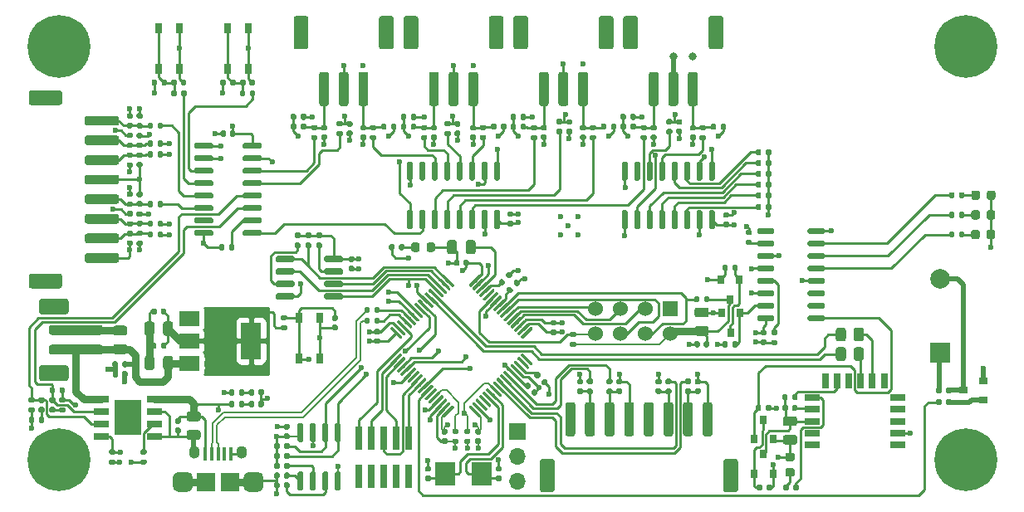
<source format=gbr>
%TF.GenerationSoftware,KiCad,Pcbnew,5.1.9-73d0e3b20d~88~ubuntu20.04.1*%
%TF.CreationDate,2021-03-25T20:20:19-05:00*%
%TF.ProjectId,DroneController,44726f6e-6543-46f6-9e74-726f6c6c6572,rev?*%
%TF.SameCoordinates,Original*%
%TF.FileFunction,Copper,L1,Top*%
%TF.FilePolarity,Positive*%
%FSLAX46Y46*%
G04 Gerber Fmt 4.6, Leading zero omitted, Abs format (unit mm)*
G04 Created by KiCad (PCBNEW 5.1.9-73d0e3b20d~88~ubuntu20.04.1) date 2021-03-25 20:20:19*
%MOMM*%
%LPD*%
G01*
G04 APERTURE LIST*
%TA.AperFunction,SMDPad,CuDef*%
%ADD10R,1.500000X0.650000*%
%TD*%
%TA.AperFunction,SMDPad,CuDef*%
%ADD11R,2.700000X3.600000*%
%TD*%
%TA.AperFunction,SMDPad,CuDef*%
%ADD12R,0.800000X0.900000*%
%TD*%
%TA.AperFunction,ComponentPad*%
%ADD13O,1.700000X1.700000*%
%TD*%
%TA.AperFunction,ComponentPad*%
%ADD14R,1.700000X1.700000*%
%TD*%
%TA.AperFunction,SMDPad,CuDef*%
%ADD15R,0.740000X2.400000*%
%TD*%
%TA.AperFunction,ComponentPad*%
%ADD16O,1.100000X1.300000*%
%TD*%
%TA.AperFunction,SMDPad,CuDef*%
%ADD17R,0.400000X1.350000*%
%TD*%
%TA.AperFunction,SMDPad,CuDef*%
%ADD18R,1.900000X1.900000*%
%TD*%
%TA.AperFunction,ComponentPad*%
%ADD19C,1.524000*%
%TD*%
%TA.AperFunction,ComponentPad*%
%ADD20R,1.524000X1.524000*%
%TD*%
%TA.AperFunction,SMDPad,CuDef*%
%ADD21R,1.500000X0.700000*%
%TD*%
%TA.AperFunction,SMDPad,CuDef*%
%ADD22R,0.700000X1.500000*%
%TD*%
%TA.AperFunction,ComponentPad*%
%ADD23C,0.800000*%
%TD*%
%TA.AperFunction,ComponentPad*%
%ADD24C,6.400000*%
%TD*%
%TA.AperFunction,SMDPad,CuDef*%
%ADD25R,2.000000X2.400000*%
%TD*%
%TA.AperFunction,SMDPad,CuDef*%
%ADD26R,2.000000X1.500000*%
%TD*%
%TA.AperFunction,SMDPad,CuDef*%
%ADD27R,2.000000X3.800000*%
%TD*%
%TA.AperFunction,SMDPad,CuDef*%
%ADD28R,0.650000X1.050000*%
%TD*%
%TA.AperFunction,SMDPad,CuDef*%
%ADD29R,0.900000X0.800000*%
%TD*%
%TA.AperFunction,ComponentPad*%
%ADD30C,2.000000*%
%TD*%
%TA.AperFunction,ComponentPad*%
%ADD31R,2.000000X2.000000*%
%TD*%
%TA.AperFunction,ViaPad*%
%ADD32C,0.600000*%
%TD*%
%TA.AperFunction,ViaPad*%
%ADD33C,0.800000*%
%TD*%
%TA.AperFunction,Conductor*%
%ADD34C,0.500000*%
%TD*%
%TA.AperFunction,Conductor*%
%ADD35C,0.750000*%
%TD*%
%TA.AperFunction,Conductor*%
%ADD36C,0.250000*%
%TD*%
%TA.AperFunction,Conductor*%
%ADD37C,0.200000*%
%TD*%
%TA.AperFunction,Conductor*%
%ADD38C,0.254000*%
%TD*%
%TA.AperFunction,Conductor*%
%ADD39C,0.100000*%
%TD*%
G04 APERTURE END LIST*
%TO.P,U5,8*%
%TO.N,+3V3*%
%TA.AperFunction,SMDPad,CuDef*%
G36*
G01*
X138545000Y-124200000D02*
X138245000Y-124200000D01*
G75*
G02*
X138095000Y-124050000I0J150000D01*
G01*
X138095000Y-122400000D01*
G75*
G02*
X138245000Y-122250000I150000J0D01*
G01*
X138545000Y-122250000D01*
G75*
G02*
X138695000Y-122400000I0J-150000D01*
G01*
X138695000Y-124050000D01*
G75*
G02*
X138545000Y-124200000I-150000J0D01*
G01*
G37*
%TD.AperFunction*%
%TO.P,U5,7*%
%TO.N,GND*%
%TA.AperFunction,SMDPad,CuDef*%
G36*
G01*
X139815000Y-124200000D02*
X139515000Y-124200000D01*
G75*
G02*
X139365000Y-124050000I0J150000D01*
G01*
X139365000Y-122400000D01*
G75*
G02*
X139515000Y-122250000I150000J0D01*
G01*
X139815000Y-122250000D01*
G75*
G02*
X139965000Y-122400000I0J-150000D01*
G01*
X139965000Y-124050000D01*
G75*
G02*
X139815000Y-124200000I-150000J0D01*
G01*
G37*
%TD.AperFunction*%
%TO.P,U5,6*%
%TO.N,/Processor/EEPROM_SCL*%
%TA.AperFunction,SMDPad,CuDef*%
G36*
G01*
X141085000Y-124200000D02*
X140785000Y-124200000D01*
G75*
G02*
X140635000Y-124050000I0J150000D01*
G01*
X140635000Y-122400000D01*
G75*
G02*
X140785000Y-122250000I150000J0D01*
G01*
X141085000Y-122250000D01*
G75*
G02*
X141235000Y-122400000I0J-150000D01*
G01*
X141235000Y-124050000D01*
G75*
G02*
X141085000Y-124200000I-150000J0D01*
G01*
G37*
%TD.AperFunction*%
%TO.P,U5,5*%
%TO.N,/Processor/EEPROM_SDA*%
%TA.AperFunction,SMDPad,CuDef*%
G36*
G01*
X142355000Y-124200000D02*
X142055000Y-124200000D01*
G75*
G02*
X141905000Y-124050000I0J150000D01*
G01*
X141905000Y-122400000D01*
G75*
G02*
X142055000Y-122250000I150000J0D01*
G01*
X142355000Y-122250000D01*
G75*
G02*
X142505000Y-122400000I0J-150000D01*
G01*
X142505000Y-124050000D01*
G75*
G02*
X142355000Y-124200000I-150000J0D01*
G01*
G37*
%TD.AperFunction*%
%TO.P,U5,4*%
%TO.N,GND*%
%TA.AperFunction,SMDPad,CuDef*%
G36*
G01*
X142355000Y-129150000D02*
X142055000Y-129150000D01*
G75*
G02*
X141905000Y-129000000I0J150000D01*
G01*
X141905000Y-127350000D01*
G75*
G02*
X142055000Y-127200000I150000J0D01*
G01*
X142355000Y-127200000D01*
G75*
G02*
X142505000Y-127350000I0J-150000D01*
G01*
X142505000Y-129000000D01*
G75*
G02*
X142355000Y-129150000I-150000J0D01*
G01*
G37*
%TD.AperFunction*%
%TO.P,U5,3*%
%TO.N,Net-(R61-Pad1)*%
%TA.AperFunction,SMDPad,CuDef*%
G36*
G01*
X141085000Y-129150000D02*
X140785000Y-129150000D01*
G75*
G02*
X140635000Y-129000000I0J150000D01*
G01*
X140635000Y-127350000D01*
G75*
G02*
X140785000Y-127200000I150000J0D01*
G01*
X141085000Y-127200000D01*
G75*
G02*
X141235000Y-127350000I0J-150000D01*
G01*
X141235000Y-129000000D01*
G75*
G02*
X141085000Y-129150000I-150000J0D01*
G01*
G37*
%TD.AperFunction*%
%TO.P,U5,2*%
%TO.N,Net-(R62-Pad2)*%
%TA.AperFunction,SMDPad,CuDef*%
G36*
G01*
X139815000Y-129150000D02*
X139515000Y-129150000D01*
G75*
G02*
X139365000Y-129000000I0J150000D01*
G01*
X139365000Y-127350000D01*
G75*
G02*
X139515000Y-127200000I150000J0D01*
G01*
X139815000Y-127200000D01*
G75*
G02*
X139965000Y-127350000I0J-150000D01*
G01*
X139965000Y-129000000D01*
G75*
G02*
X139815000Y-129150000I-150000J0D01*
G01*
G37*
%TD.AperFunction*%
%TO.P,U5,1*%
%TO.N,Net-(R66-Pad2)*%
%TA.AperFunction,SMDPad,CuDef*%
G36*
G01*
X138545000Y-129150000D02*
X138245000Y-129150000D01*
G75*
G02*
X138095000Y-129000000I0J150000D01*
G01*
X138095000Y-127350000D01*
G75*
G02*
X138245000Y-127200000I150000J0D01*
G01*
X138545000Y-127200000D01*
G75*
G02*
X138695000Y-127350000I0J-150000D01*
G01*
X138695000Y-129000000D01*
G75*
G02*
X138545000Y-129150000I-150000J0D01*
G01*
G37*
%TD.AperFunction*%
%TD*%
%TO.P,R79,2*%
%TO.N,Net-(R79-Pad2)*%
%TA.AperFunction,SMDPad,CuDef*%
G36*
G01*
X122585000Y-125460000D02*
X122215000Y-125460000D01*
G75*
G02*
X122080000Y-125325000I0J135000D01*
G01*
X122080000Y-125055000D01*
G75*
G02*
X122215000Y-124920000I135000J0D01*
G01*
X122585000Y-124920000D01*
G75*
G02*
X122720000Y-125055000I0J-135000D01*
G01*
X122720000Y-125325000D01*
G75*
G02*
X122585000Y-125460000I-135000J0D01*
G01*
G37*
%TD.AperFunction*%
%TO.P,R79,1*%
%TO.N,GND*%
%TA.AperFunction,SMDPad,CuDef*%
G36*
G01*
X122585000Y-126480000D02*
X122215000Y-126480000D01*
G75*
G02*
X122080000Y-126345000I0J135000D01*
G01*
X122080000Y-126075000D01*
G75*
G02*
X122215000Y-125940000I135000J0D01*
G01*
X122585000Y-125940000D01*
G75*
G02*
X122720000Y-126075000I0J-135000D01*
G01*
X122720000Y-126345000D01*
G75*
G02*
X122585000Y-126480000I-135000J0D01*
G01*
G37*
%TD.AperFunction*%
%TD*%
D10*
%TO.P,U7,1*%
%TO.N,GND*%
X123500000Y-123605000D03*
%TO.P,U7,2*%
%TO.N,Net-(R79-Pad2)*%
X123500000Y-122335000D03*
%TO.P,U7,3*%
%TO.N,GND*%
X123500000Y-121065000D03*
%TO.P,U7,4*%
%TO.N,+5V*%
X123500000Y-119795000D03*
%TO.P,U7,5*%
%TO.N,/Power Supply/vBatt*%
X118100000Y-119795000D03*
%TO.P,U7,6*%
%TO.N,nBatteryPowerGood*%
X118100000Y-121065000D03*
%TO.P,U7,7*%
%TO.N,nBatteryChargeGood*%
X118100000Y-122335000D03*
%TO.P,U7,8*%
%TO.N,/Power Supply/CHG_nEN*%
X118100000Y-123605000D03*
D11*
%TO.P,U7,9*%
%TO.N,N/C*%
X120800000Y-121700000D03*
%TD*%
D12*
%TO.P,Q5,3*%
%TO.N,Net-(C34-Pad1)*%
X182200000Y-109600000D03*
%TO.P,Q5,2*%
%TO.N,+3V3*%
X181250000Y-107600000D03*
%TO.P,Q5,1*%
%TO.N,Net-(Q3-Pad3)*%
X183150000Y-107600000D03*
%TD*%
%TO.P,Q3,3*%
%TO.N,Net-(Q3-Pad3)*%
X182250000Y-113000000D03*
%TO.P,Q3,2*%
%TO.N,GND*%
X181300000Y-111000000D03*
%TO.P,Q3,1*%
%TO.N,/Processor/RF24_VCC_EN*%
X183200000Y-111000000D03*
%TD*%
%TO.P,Q2,3*%
%TO.N,Net-(Q2-Pad3)*%
X185600000Y-121900000D03*
%TO.P,Q2,2*%
%TO.N,GND*%
X186550000Y-123900000D03*
%TO.P,Q2,1*%
%TO.N,/Processor/BT_VCC_EN*%
X184650000Y-123900000D03*
%TD*%
%TO.P,R92,2*%
%TO.N,Net-(R92-Pad2)*%
%TA.AperFunction,SMDPad,CuDef*%
G36*
G01*
X147960000Y-104115000D02*
X147960000Y-104485000D01*
G75*
G02*
X147825000Y-104620000I-135000J0D01*
G01*
X147555000Y-104620000D01*
G75*
G02*
X147420000Y-104485000I0J135000D01*
G01*
X147420000Y-104115000D01*
G75*
G02*
X147555000Y-103980000I135000J0D01*
G01*
X147825000Y-103980000D01*
G75*
G02*
X147960000Y-104115000I0J-135000D01*
G01*
G37*
%TD.AperFunction*%
%TO.P,R92,1*%
%TO.N,Net-(D3-Pad2)*%
%TA.AperFunction,SMDPad,CuDef*%
G36*
G01*
X148980000Y-104115000D02*
X148980000Y-104485000D01*
G75*
G02*
X148845000Y-104620000I-135000J0D01*
G01*
X148575000Y-104620000D01*
G75*
G02*
X148440000Y-104485000I0J135000D01*
G01*
X148440000Y-104115000D01*
G75*
G02*
X148575000Y-103980000I135000J0D01*
G01*
X148845000Y-103980000D01*
G75*
G02*
X148980000Y-104115000I0J-135000D01*
G01*
G37*
%TD.AperFunction*%
%TD*%
%TO.P,D3,2*%
%TO.N,Net-(D3-Pad2)*%
%TA.AperFunction,SMDPad,CuDef*%
G36*
G01*
X150550000Y-104043750D02*
X150550000Y-104556250D01*
G75*
G02*
X150331250Y-104775000I-218750J0D01*
G01*
X149893750Y-104775000D01*
G75*
G02*
X149675000Y-104556250I0J218750D01*
G01*
X149675000Y-104043750D01*
G75*
G02*
X149893750Y-103825000I218750J0D01*
G01*
X150331250Y-103825000D01*
G75*
G02*
X150550000Y-104043750I0J-218750D01*
G01*
G37*
%TD.AperFunction*%
%TO.P,D3,1*%
%TO.N,GND*%
%TA.AperFunction,SMDPad,CuDef*%
G36*
G01*
X152125000Y-104043750D02*
X152125000Y-104556250D01*
G75*
G02*
X151906250Y-104775000I-218750J0D01*
G01*
X151468750Y-104775000D01*
G75*
G02*
X151250000Y-104556250I0J218750D01*
G01*
X151250000Y-104043750D01*
G75*
G02*
X151468750Y-103825000I218750J0D01*
G01*
X151906250Y-103825000D01*
G75*
G02*
X152125000Y-104043750I0J-218750D01*
G01*
G37*
%TD.AperFunction*%
%TD*%
%TO.P,R91,2*%
%TO.N,Net-(R91-Pad2)*%
%TA.AperFunction,SMDPad,CuDef*%
G36*
G01*
X158999480Y-107538891D02*
X159261109Y-107800520D01*
G75*
G02*
X159261109Y-107991438I-95459J-95459D01*
G01*
X159070190Y-108182357D01*
G75*
G02*
X158879272Y-108182357I-95459J95459D01*
G01*
X158617643Y-107920728D01*
G75*
G02*
X158617643Y-107729810I95459J95459D01*
G01*
X158808562Y-107538891D01*
G75*
G02*
X158999480Y-107538891I95459J-95459D01*
G01*
G37*
%TD.AperFunction*%
%TO.P,R91,1*%
%TO.N,/Processor/DBG_UART_TX*%
%TA.AperFunction,SMDPad,CuDef*%
G36*
G01*
X159720728Y-106817643D02*
X159982357Y-107079272D01*
G75*
G02*
X159982357Y-107270190I-95459J-95459D01*
G01*
X159791438Y-107461109D01*
G75*
G02*
X159600520Y-107461109I-95459J95459D01*
G01*
X159338891Y-107199480D01*
G75*
G02*
X159338891Y-107008562I95459J95459D01*
G01*
X159529810Y-106817643D01*
G75*
G02*
X159720728Y-106817643I95459J-95459D01*
G01*
G37*
%TD.AperFunction*%
%TD*%
%TO.P,R89,2*%
%TO.N,/Processor/DBG_UART_RX*%
%TA.AperFunction,SMDPad,CuDef*%
G36*
G01*
X160400520Y-108261109D02*
X160138891Y-107999480D01*
G75*
G02*
X160138891Y-107808562I95459J95459D01*
G01*
X160329810Y-107617643D01*
G75*
G02*
X160520728Y-107617643I95459J-95459D01*
G01*
X160782357Y-107879272D01*
G75*
G02*
X160782357Y-108070190I-95459J-95459D01*
G01*
X160591438Y-108261109D01*
G75*
G02*
X160400520Y-108261109I-95459J95459D01*
G01*
G37*
%TD.AperFunction*%
%TO.P,R89,1*%
%TO.N,Net-(R89-Pad1)*%
%TA.AperFunction,SMDPad,CuDef*%
G36*
G01*
X159679272Y-108982357D02*
X159417643Y-108720728D01*
G75*
G02*
X159417643Y-108529810I95459J95459D01*
G01*
X159608562Y-108338891D01*
G75*
G02*
X159799480Y-108338891I95459J-95459D01*
G01*
X160061109Y-108600520D01*
G75*
G02*
X160061109Y-108791438I-95459J-95459D01*
G01*
X159870190Y-108982357D01*
G75*
G02*
X159679272Y-108982357I-95459J95459D01*
G01*
G37*
%TD.AperFunction*%
%TD*%
%TO.P,R87,2*%
%TO.N,/Wireless/BT_TX*%
%TA.AperFunction,SMDPad,CuDef*%
G36*
G01*
X194000000Y-114749999D02*
X194000000Y-115650001D01*
G75*
G02*
X193750001Y-115900000I-249999J0D01*
G01*
X193224999Y-115900000D01*
G75*
G02*
X192975000Y-115650001I0J249999D01*
G01*
X192975000Y-114749999D01*
G75*
G02*
X193224999Y-114500000I249999J0D01*
G01*
X193750001Y-114500000D01*
G75*
G02*
X194000000Y-114749999I0J-249999D01*
G01*
G37*
%TD.AperFunction*%
%TO.P,R87,1*%
%TO.N,Net-(R87-Pad1)*%
%TA.AperFunction,SMDPad,CuDef*%
G36*
G01*
X195825000Y-114749999D02*
X195825000Y-115650001D01*
G75*
G02*
X195575001Y-115900000I-249999J0D01*
G01*
X195049999Y-115900000D01*
G75*
G02*
X194800000Y-115650001I0J249999D01*
G01*
X194800000Y-114749999D01*
G75*
G02*
X195049999Y-114500000I249999J0D01*
G01*
X195575001Y-114500000D01*
G75*
G02*
X195825000Y-114749999I0J-249999D01*
G01*
G37*
%TD.AperFunction*%
%TD*%
%TO.P,R86,2*%
%TO.N,/Wireless/BT_RX*%
%TA.AperFunction,SMDPad,CuDef*%
G36*
G01*
X194000000Y-112749999D02*
X194000000Y-113650001D01*
G75*
G02*
X193750001Y-113900000I-249999J0D01*
G01*
X193224999Y-113900000D01*
G75*
G02*
X192975000Y-113650001I0J249999D01*
G01*
X192975000Y-112749999D01*
G75*
G02*
X193224999Y-112500000I249999J0D01*
G01*
X193750001Y-112500000D01*
G75*
G02*
X194000000Y-112749999I0J-249999D01*
G01*
G37*
%TD.AperFunction*%
%TO.P,R86,1*%
%TO.N,Net-(R86-Pad1)*%
%TA.AperFunction,SMDPad,CuDef*%
G36*
G01*
X195825000Y-112749999D02*
X195825000Y-113650001D01*
G75*
G02*
X195575001Y-113900000I-249999J0D01*
G01*
X195049999Y-113900000D01*
G75*
G02*
X194800000Y-113650001I0J249999D01*
G01*
X194800000Y-112749999D01*
G75*
G02*
X195049999Y-112500000I249999J0D01*
G01*
X195575001Y-112500000D01*
G75*
G02*
X195825000Y-112749999I0J-249999D01*
G01*
G37*
%TD.AperFunction*%
%TD*%
%TO.P,R65,2*%
%TO.N,Net-(R65-Pad2)*%
%TA.AperFunction,SMDPad,CuDef*%
G36*
G01*
X162861109Y-117399480D02*
X162599480Y-117661109D01*
G75*
G02*
X162408562Y-117661109I-95459J95459D01*
G01*
X162217643Y-117470190D01*
G75*
G02*
X162217643Y-117279272I95459J95459D01*
G01*
X162479272Y-117017643D01*
G75*
G02*
X162670190Y-117017643I95459J-95459D01*
G01*
X162861109Y-117208562D01*
G75*
G02*
X162861109Y-117399480I-95459J-95459D01*
G01*
G37*
%TD.AperFunction*%
%TO.P,R65,1*%
%TO.N,/Processor/VSense_Batt*%
%TA.AperFunction,SMDPad,CuDef*%
G36*
G01*
X163582357Y-118120728D02*
X163320728Y-118382357D01*
G75*
G02*
X163129810Y-118382357I-95459J95459D01*
G01*
X162938891Y-118191438D01*
G75*
G02*
X162938891Y-118000520I95459J95459D01*
G01*
X163200520Y-117738891D01*
G75*
G02*
X163391438Y-117738891I95459J-95459D01*
G01*
X163582357Y-117929810D01*
G75*
G02*
X163582357Y-118120728I-95459J-95459D01*
G01*
G37*
%TD.AperFunction*%
%TD*%
%TO.P,R11,2*%
%TO.N,/Human Machine Interface/Rotary Encoder/SW1_Btn*%
%TA.AperFunction,SMDPad,CuDef*%
G36*
G01*
X121815000Y-91640000D02*
X122185000Y-91640000D01*
G75*
G02*
X122320000Y-91775000I0J-135000D01*
G01*
X122320000Y-92045000D01*
G75*
G02*
X122185000Y-92180000I-135000J0D01*
G01*
X121815000Y-92180000D01*
G75*
G02*
X121680000Y-92045000I0J135000D01*
G01*
X121680000Y-91775000D01*
G75*
G02*
X121815000Y-91640000I135000J0D01*
G01*
G37*
%TD.AperFunction*%
%TO.P,R11,1*%
%TO.N,+3V3*%
%TA.AperFunction,SMDPad,CuDef*%
G36*
G01*
X121815000Y-90620000D02*
X122185000Y-90620000D01*
G75*
G02*
X122320000Y-90755000I0J-135000D01*
G01*
X122320000Y-91025000D01*
G75*
G02*
X122185000Y-91160000I-135000J0D01*
G01*
X121815000Y-91160000D01*
G75*
G02*
X121680000Y-91025000I0J135000D01*
G01*
X121680000Y-90755000D01*
G75*
G02*
X121815000Y-90620000I135000J0D01*
G01*
G37*
%TD.AperFunction*%
%TD*%
%TO.P,C8,2*%
%TO.N,GND*%
%TA.AperFunction,SMDPad,CuDef*%
G36*
G01*
X121170000Y-91200000D02*
X120830000Y-91200000D01*
G75*
G02*
X120690000Y-91060000I0J140000D01*
G01*
X120690000Y-90780000D01*
G75*
G02*
X120830000Y-90640000I140000J0D01*
G01*
X121170000Y-90640000D01*
G75*
G02*
X121310000Y-90780000I0J-140000D01*
G01*
X121310000Y-91060000D01*
G75*
G02*
X121170000Y-91200000I-140000J0D01*
G01*
G37*
%TD.AperFunction*%
%TO.P,C8,1*%
%TO.N,/Human Machine Interface/Rotary Encoder/SW1_Btn*%
%TA.AperFunction,SMDPad,CuDef*%
G36*
G01*
X121170000Y-92160000D02*
X120830000Y-92160000D01*
G75*
G02*
X120690000Y-92020000I0J140000D01*
G01*
X120690000Y-91740000D01*
G75*
G02*
X120830000Y-91600000I140000J0D01*
G01*
X121170000Y-91600000D01*
G75*
G02*
X121310000Y-91740000I0J-140000D01*
G01*
X121310000Y-92020000D01*
G75*
G02*
X121170000Y-92160000I-140000J0D01*
G01*
G37*
%TD.AperFunction*%
%TD*%
D13*
%TO.P,J1,3*%
%TO.N,GND*%
X160500000Y-128180000D03*
%TO.P,J1,2*%
%TO.N,/Processor/DBG_UART_RX*%
X160500000Y-125640000D03*
D14*
%TO.P,J1,1*%
%TO.N,/Processor/DBG_UART_TX*%
X160500000Y-123100000D03*
%TD*%
%TO.P,R63,2*%
%TO.N,+3V3*%
%TA.AperFunction,SMDPad,CuDef*%
G36*
G01*
X131660000Y-118915000D02*
X131660000Y-119285000D01*
G75*
G02*
X131525000Y-119420000I-135000J0D01*
G01*
X131255000Y-119420000D01*
G75*
G02*
X131120000Y-119285000I0J135000D01*
G01*
X131120000Y-118915000D01*
G75*
G02*
X131255000Y-118780000I135000J0D01*
G01*
X131525000Y-118780000D01*
G75*
G02*
X131660000Y-118915000I0J-135000D01*
G01*
G37*
%TD.AperFunction*%
%TO.P,R63,1*%
%TO.N,Net-(D9-Pad2)*%
%TA.AperFunction,SMDPad,CuDef*%
G36*
G01*
X132680000Y-118915000D02*
X132680000Y-119285000D01*
G75*
G02*
X132545000Y-119420000I-135000J0D01*
G01*
X132275000Y-119420000D01*
G75*
G02*
X132140000Y-119285000I0J135000D01*
G01*
X132140000Y-118915000D01*
G75*
G02*
X132275000Y-118780000I135000J0D01*
G01*
X132545000Y-118780000D01*
G75*
G02*
X132680000Y-118915000I0J-135000D01*
G01*
G37*
%TD.AperFunction*%
%TD*%
%TO.P,R60,2*%
%TO.N,+5V*%
%TA.AperFunction,SMDPad,CuDef*%
G36*
G01*
X131660000Y-120115000D02*
X131660000Y-120485000D01*
G75*
G02*
X131525000Y-120620000I-135000J0D01*
G01*
X131255000Y-120620000D01*
G75*
G02*
X131120000Y-120485000I0J135000D01*
G01*
X131120000Y-120115000D01*
G75*
G02*
X131255000Y-119980000I135000J0D01*
G01*
X131525000Y-119980000D01*
G75*
G02*
X131660000Y-120115000I0J-135000D01*
G01*
G37*
%TD.AperFunction*%
%TO.P,R60,1*%
%TO.N,Net-(D8-Pad2)*%
%TA.AperFunction,SMDPad,CuDef*%
G36*
G01*
X132680000Y-120115000D02*
X132680000Y-120485000D01*
G75*
G02*
X132545000Y-120620000I-135000J0D01*
G01*
X132275000Y-120620000D01*
G75*
G02*
X132140000Y-120485000I0J135000D01*
G01*
X132140000Y-120115000D01*
G75*
G02*
X132275000Y-119980000I135000J0D01*
G01*
X132545000Y-119980000D01*
G75*
G02*
X132680000Y-120115000I0J-135000D01*
G01*
G37*
%TD.AperFunction*%
%TD*%
%TO.P,D9,2*%
%TO.N,Net-(D9-Pad2)*%
%TA.AperFunction,SMDPad,CuDef*%
G36*
G01*
X133710000Y-118927500D02*
X133710000Y-119272500D01*
G75*
G02*
X133562500Y-119420000I-147500J0D01*
G01*
X133267500Y-119420000D01*
G75*
G02*
X133120000Y-119272500I0J147500D01*
G01*
X133120000Y-118927500D01*
G75*
G02*
X133267500Y-118780000I147500J0D01*
G01*
X133562500Y-118780000D01*
G75*
G02*
X133710000Y-118927500I0J-147500D01*
G01*
G37*
%TD.AperFunction*%
%TO.P,D9,1*%
%TO.N,GND*%
%TA.AperFunction,SMDPad,CuDef*%
G36*
G01*
X134680000Y-118927500D02*
X134680000Y-119272500D01*
G75*
G02*
X134532500Y-119420000I-147500J0D01*
G01*
X134237500Y-119420000D01*
G75*
G02*
X134090000Y-119272500I0J147500D01*
G01*
X134090000Y-118927500D01*
G75*
G02*
X134237500Y-118780000I147500J0D01*
G01*
X134532500Y-118780000D01*
G75*
G02*
X134680000Y-118927500I0J-147500D01*
G01*
G37*
%TD.AperFunction*%
%TD*%
%TO.P,D8,2*%
%TO.N,Net-(D8-Pad2)*%
%TA.AperFunction,SMDPad,CuDef*%
G36*
G01*
X133710000Y-120127500D02*
X133710000Y-120472500D01*
G75*
G02*
X133562500Y-120620000I-147500J0D01*
G01*
X133267500Y-120620000D01*
G75*
G02*
X133120000Y-120472500I0J147500D01*
G01*
X133120000Y-120127500D01*
G75*
G02*
X133267500Y-119980000I147500J0D01*
G01*
X133562500Y-119980000D01*
G75*
G02*
X133710000Y-120127500I0J-147500D01*
G01*
G37*
%TD.AperFunction*%
%TO.P,D8,1*%
%TO.N,GND*%
%TA.AperFunction,SMDPad,CuDef*%
G36*
G01*
X134680000Y-120127500D02*
X134680000Y-120472500D01*
G75*
G02*
X134532500Y-120620000I-147500J0D01*
G01*
X134237500Y-120620000D01*
G75*
G02*
X134090000Y-120472500I0J147500D01*
G01*
X134090000Y-120127500D01*
G75*
G02*
X134237500Y-119980000I147500J0D01*
G01*
X134532500Y-119980000D01*
G75*
G02*
X134680000Y-120127500I0J-147500D01*
G01*
G37*
%TD.AperFunction*%
%TD*%
D15*
%TO.P,J4,10*%
%TO.N,/Processor/JT_nRST*%
X149440000Y-123750000D03*
%TO.P,J4,9*%
%TO.N,GND*%
X149440000Y-127650000D03*
%TO.P,J4,8*%
%TO.N,/Processor/JT_TDI*%
X148170000Y-123750000D03*
%TO.P,J4,7*%
%TO.N,N/C*%
X148170000Y-127650000D03*
%TO.P,J4,6*%
%TO.N,/Processor/JT_TDO*%
X146900000Y-123750000D03*
%TO.P,J4,5*%
%TO.N,GND*%
X146900000Y-127650000D03*
%TO.P,J4,4*%
%TO.N,/Processor/JT_TCK*%
X145630000Y-123750000D03*
%TO.P,J4,3*%
%TO.N,GND*%
X145630000Y-127650000D03*
%TO.P,J4,2*%
%TO.N,/Processor/JT_TMS*%
X144360000Y-123750000D03*
%TO.P,J4,1*%
%TO.N,+3V3*%
X144360000Y-127650000D03*
%TD*%
D16*
%TO.P,J2,5*%
%TO.N,GND*%
X132400000Y-125250000D03*
X127600000Y-125250000D03*
D17*
%TO.P,J2,1*%
%TO.N,+5V*%
X128700000Y-125350000D03*
%TO.P,J2,2*%
%TO.N,/Power Supply/USB_D-*%
X129350000Y-125350000D03*
%TO.P,J2,5*%
%TO.N,GND*%
X131300000Y-125350000D03*
%TO.P,J2,4*%
%TO.N,N/C*%
X130650000Y-125350000D03*
%TO.P,J2,3*%
%TO.N,/Power Supply/USB_D+*%
X130000000Y-125350000D03*
%TO.P,J2,5*%
%TO.N,GND*%
%TA.AperFunction,ComponentPad*%
G36*
G01*
X132600000Y-128750000D02*
X132600000Y-127750000D01*
G75*
G02*
X133100000Y-127250000I500000J0D01*
G01*
X134100000Y-127250000D01*
G75*
G02*
X134600000Y-127750000I0J-500000D01*
G01*
X134600000Y-128750000D01*
G75*
G02*
X134100000Y-129250000I-500000J0D01*
G01*
X133100000Y-129250000D01*
G75*
G02*
X132600000Y-128750000I0J500000D01*
G01*
G37*
%TD.AperFunction*%
%TA.AperFunction,ComponentPad*%
G36*
G01*
X125400000Y-128750000D02*
X125400000Y-127750000D01*
G75*
G02*
X125900000Y-127250000I500000J0D01*
G01*
X126900000Y-127250000D01*
G75*
G02*
X127400000Y-127750000I0J-500000D01*
G01*
X127400000Y-128750000D01*
G75*
G02*
X126900000Y-129250000I-500000J0D01*
G01*
X125900000Y-129250000D01*
G75*
G02*
X125400000Y-128750000I0J500000D01*
G01*
G37*
%TD.AperFunction*%
D18*
X131250000Y-128250000D03*
X128750000Y-128250000D03*
%TD*%
%TO.P,R101,2*%
%TO.N,Net-(R101-Pad2)*%
%TA.AperFunction,SMDPad,CuDef*%
G36*
G01*
X188640000Y-128985000D02*
X188640000Y-128615000D01*
G75*
G02*
X188775000Y-128480000I135000J0D01*
G01*
X189045000Y-128480000D01*
G75*
G02*
X189180000Y-128615000I0J-135000D01*
G01*
X189180000Y-128985000D01*
G75*
G02*
X189045000Y-129120000I-135000J0D01*
G01*
X188775000Y-129120000D01*
G75*
G02*
X188640000Y-128985000I0J135000D01*
G01*
G37*
%TD.AperFunction*%
%TO.P,R101,1*%
%TO.N,Net-(D7-Pad2)*%
%TA.AperFunction,SMDPad,CuDef*%
G36*
G01*
X187620000Y-128985000D02*
X187620000Y-128615000D01*
G75*
G02*
X187755000Y-128480000I135000J0D01*
G01*
X188025000Y-128480000D01*
G75*
G02*
X188160000Y-128615000I0J-135000D01*
G01*
X188160000Y-128985000D01*
G75*
G02*
X188025000Y-129120000I-135000J0D01*
G01*
X187755000Y-129120000D01*
G75*
G02*
X187620000Y-128985000I0J135000D01*
G01*
G37*
%TD.AperFunction*%
%TD*%
%TO.P,R100,2*%
%TO.N,Net-(R100-Pad2)*%
%TA.AperFunction,SMDPad,CuDef*%
G36*
G01*
X188540000Y-119785000D02*
X188540000Y-119415000D01*
G75*
G02*
X188675000Y-119280000I135000J0D01*
G01*
X188945000Y-119280000D01*
G75*
G02*
X189080000Y-119415000I0J-135000D01*
G01*
X189080000Y-119785000D01*
G75*
G02*
X188945000Y-119920000I-135000J0D01*
G01*
X188675000Y-119920000D01*
G75*
G02*
X188540000Y-119785000I0J135000D01*
G01*
G37*
%TD.AperFunction*%
%TO.P,R100,1*%
%TO.N,Net-(C58-Pad1)*%
%TA.AperFunction,SMDPad,CuDef*%
G36*
G01*
X187520000Y-119785000D02*
X187520000Y-119415000D01*
G75*
G02*
X187655000Y-119280000I135000J0D01*
G01*
X187925000Y-119280000D01*
G75*
G02*
X188060000Y-119415000I0J-135000D01*
G01*
X188060000Y-119785000D01*
G75*
G02*
X187925000Y-119920000I-135000J0D01*
G01*
X187655000Y-119920000D01*
G75*
G02*
X187520000Y-119785000I0J135000D01*
G01*
G37*
%TD.AperFunction*%
%TD*%
%TO.P,D7,2*%
%TO.N,Net-(D7-Pad2)*%
%TA.AperFunction,SMDPad,CuDef*%
G36*
G01*
X188043750Y-126837500D02*
X188556250Y-126837500D01*
G75*
G02*
X188775000Y-127056250I0J-218750D01*
G01*
X188775000Y-127493750D01*
G75*
G02*
X188556250Y-127712500I-218750J0D01*
G01*
X188043750Y-127712500D01*
G75*
G02*
X187825000Y-127493750I0J218750D01*
G01*
X187825000Y-127056250D01*
G75*
G02*
X188043750Y-126837500I218750J0D01*
G01*
G37*
%TD.AperFunction*%
%TO.P,D7,1*%
%TO.N,GND*%
%TA.AperFunction,SMDPad,CuDef*%
G36*
G01*
X188043750Y-125262500D02*
X188556250Y-125262500D01*
G75*
G02*
X188775000Y-125481250I0J-218750D01*
G01*
X188775000Y-125918750D01*
G75*
G02*
X188556250Y-126137500I-218750J0D01*
G01*
X188043750Y-126137500D01*
G75*
G02*
X187825000Y-125918750I0J218750D01*
G01*
X187825000Y-125481250D01*
G75*
G02*
X188043750Y-125262500I218750J0D01*
G01*
G37*
%TD.AperFunction*%
%TD*%
%TO.P,C59,2*%
%TO.N,GND*%
%TA.AperFunction,SMDPad,CuDef*%
G36*
G01*
X187825000Y-123450000D02*
X188775000Y-123450000D01*
G75*
G02*
X189025000Y-123700000I0J-250000D01*
G01*
X189025000Y-124200000D01*
G75*
G02*
X188775000Y-124450000I-250000J0D01*
G01*
X187825000Y-124450000D01*
G75*
G02*
X187575000Y-124200000I0J250000D01*
G01*
X187575000Y-123700000D01*
G75*
G02*
X187825000Y-123450000I250000J0D01*
G01*
G37*
%TD.AperFunction*%
%TO.P,C59,1*%
%TO.N,Net-(C58-Pad1)*%
%TA.AperFunction,SMDPad,CuDef*%
G36*
G01*
X187825000Y-121550000D02*
X188775000Y-121550000D01*
G75*
G02*
X189025000Y-121800000I0J-250000D01*
G01*
X189025000Y-122300000D01*
G75*
G02*
X188775000Y-122550000I-250000J0D01*
G01*
X187825000Y-122550000D01*
G75*
G02*
X187575000Y-122300000I0J250000D01*
G01*
X187575000Y-121800000D01*
G75*
G02*
X187825000Y-121550000I250000J0D01*
G01*
G37*
%TD.AperFunction*%
%TD*%
%TO.P,C58,2*%
%TO.N,GND*%
%TA.AperFunction,SMDPad,CuDef*%
G36*
G01*
X188500000Y-120870000D02*
X188500000Y-120530000D01*
G75*
G02*
X188640000Y-120390000I140000J0D01*
G01*
X188920000Y-120390000D01*
G75*
G02*
X189060000Y-120530000I0J-140000D01*
G01*
X189060000Y-120870000D01*
G75*
G02*
X188920000Y-121010000I-140000J0D01*
G01*
X188640000Y-121010000D01*
G75*
G02*
X188500000Y-120870000I0J140000D01*
G01*
G37*
%TD.AperFunction*%
%TO.P,C58,1*%
%TO.N,Net-(C58-Pad1)*%
%TA.AperFunction,SMDPad,CuDef*%
G36*
G01*
X187540000Y-120870000D02*
X187540000Y-120530000D01*
G75*
G02*
X187680000Y-120390000I140000J0D01*
G01*
X187960000Y-120390000D01*
G75*
G02*
X188100000Y-120530000I0J-140000D01*
G01*
X188100000Y-120870000D01*
G75*
G02*
X187960000Y-121010000I-140000J0D01*
G01*
X187680000Y-121010000D01*
G75*
G02*
X187540000Y-120870000I0J140000D01*
G01*
G37*
%TD.AperFunction*%
%TD*%
%TO.P,R99,2*%
%TO.N,/Processor/NOR_nCS*%
%TA.AperFunction,SMDPad,CuDef*%
G36*
G01*
X139015000Y-103840000D02*
X139385000Y-103840000D01*
G75*
G02*
X139520000Y-103975000I0J-135000D01*
G01*
X139520000Y-104245000D01*
G75*
G02*
X139385000Y-104380000I-135000J0D01*
G01*
X139015000Y-104380000D01*
G75*
G02*
X138880000Y-104245000I0J135000D01*
G01*
X138880000Y-103975000D01*
G75*
G02*
X139015000Y-103840000I135000J0D01*
G01*
G37*
%TD.AperFunction*%
%TO.P,R99,1*%
%TO.N,+3V3*%
%TA.AperFunction,SMDPad,CuDef*%
G36*
G01*
X139015000Y-102820000D02*
X139385000Y-102820000D01*
G75*
G02*
X139520000Y-102955000I0J-135000D01*
G01*
X139520000Y-103225000D01*
G75*
G02*
X139385000Y-103360000I-135000J0D01*
G01*
X139015000Y-103360000D01*
G75*
G02*
X138880000Y-103225000I0J135000D01*
G01*
X138880000Y-102955000D01*
G75*
G02*
X139015000Y-102820000I135000J0D01*
G01*
G37*
%TD.AperFunction*%
%TD*%
%TO.P,R96,2*%
%TO.N,GND*%
%TA.AperFunction,SMDPad,CuDef*%
G36*
G01*
X154015000Y-123840000D02*
X154385000Y-123840000D01*
G75*
G02*
X154520000Y-123975000I0J-135000D01*
G01*
X154520000Y-124245000D01*
G75*
G02*
X154385000Y-124380000I-135000J0D01*
G01*
X154015000Y-124380000D01*
G75*
G02*
X153880000Y-124245000I0J135000D01*
G01*
X153880000Y-123975000D01*
G75*
G02*
X154015000Y-123840000I135000J0D01*
G01*
G37*
%TD.AperFunction*%
%TO.P,R96,1*%
%TO.N,Net-(R96-Pad1)*%
%TA.AperFunction,SMDPad,CuDef*%
G36*
G01*
X154015000Y-122820000D02*
X154385000Y-122820000D01*
G75*
G02*
X154520000Y-122955000I0J-135000D01*
G01*
X154520000Y-123225000D01*
G75*
G02*
X154385000Y-123360000I-135000J0D01*
G01*
X154015000Y-123360000D01*
G75*
G02*
X153880000Y-123225000I0J135000D01*
G01*
X153880000Y-122955000D01*
G75*
G02*
X154015000Y-122820000I135000J0D01*
G01*
G37*
%TD.AperFunction*%
%TD*%
%TO.P,C57,2*%
%TO.N,GND*%
%TA.AperFunction,SMDPad,CuDef*%
G36*
G01*
X161878787Y-118538371D02*
X161638371Y-118778787D01*
G75*
G02*
X161440381Y-118778787I-98995J98995D01*
G01*
X161242391Y-118580797D01*
G75*
G02*
X161242391Y-118382807I98995J98995D01*
G01*
X161482807Y-118142391D01*
G75*
G02*
X161680797Y-118142391I98995J-98995D01*
G01*
X161878787Y-118340381D01*
G75*
G02*
X161878787Y-118538371I-98995J-98995D01*
G01*
G37*
%TD.AperFunction*%
%TO.P,C57,1*%
%TO.N,+3V3*%
%TA.AperFunction,SMDPad,CuDef*%
G36*
G01*
X162557609Y-119217193D02*
X162317193Y-119457609D01*
G75*
G02*
X162119203Y-119457609I-98995J98995D01*
G01*
X161921213Y-119259619D01*
G75*
G02*
X161921213Y-119061629I98995J98995D01*
G01*
X162161629Y-118821213D01*
G75*
G02*
X162359619Y-118821213I98995J-98995D01*
G01*
X162557609Y-119019203D01*
G75*
G02*
X162557609Y-119217193I-98995J-98995D01*
G01*
G37*
%TD.AperFunction*%
%TD*%
%TO.P,C56,2*%
%TO.N,GND*%
%TA.AperFunction,SMDPad,CuDef*%
G36*
G01*
X164030000Y-112700000D02*
X164370000Y-112700000D01*
G75*
G02*
X164510000Y-112840000I0J-140000D01*
G01*
X164510000Y-113120000D01*
G75*
G02*
X164370000Y-113260000I-140000J0D01*
G01*
X164030000Y-113260000D01*
G75*
G02*
X163890000Y-113120000I0J140000D01*
G01*
X163890000Y-112840000D01*
G75*
G02*
X164030000Y-112700000I140000J0D01*
G01*
G37*
%TD.AperFunction*%
%TO.P,C56,1*%
%TO.N,+3V3*%
%TA.AperFunction,SMDPad,CuDef*%
G36*
G01*
X164030000Y-111740000D02*
X164370000Y-111740000D01*
G75*
G02*
X164510000Y-111880000I0J-140000D01*
G01*
X164510000Y-112160000D01*
G75*
G02*
X164370000Y-112300000I-140000J0D01*
G01*
X164030000Y-112300000D01*
G75*
G02*
X163890000Y-112160000I0J140000D01*
G01*
X163890000Y-111880000D01*
G75*
G02*
X164030000Y-111740000I140000J0D01*
G01*
G37*
%TD.AperFunction*%
%TD*%
%TO.P,C55,2*%
%TO.N,GND*%
%TA.AperFunction,SMDPad,CuDef*%
G36*
G01*
X154600000Y-105730000D02*
X154600000Y-106070000D01*
G75*
G02*
X154460000Y-106210000I-140000J0D01*
G01*
X154180000Y-106210000D01*
G75*
G02*
X154040000Y-106070000I0J140000D01*
G01*
X154040000Y-105730000D01*
G75*
G02*
X154180000Y-105590000I140000J0D01*
G01*
X154460000Y-105590000D01*
G75*
G02*
X154600000Y-105730000I0J-140000D01*
G01*
G37*
%TD.AperFunction*%
%TO.P,C55,1*%
%TO.N,+3V3*%
%TA.AperFunction,SMDPad,CuDef*%
G36*
G01*
X155560000Y-105730000D02*
X155560000Y-106070000D01*
G75*
G02*
X155420000Y-106210000I-140000J0D01*
G01*
X155140000Y-106210000D01*
G75*
G02*
X155000000Y-106070000I0J140000D01*
G01*
X155000000Y-105730000D01*
G75*
G02*
X155140000Y-105590000I140000J0D01*
G01*
X155420000Y-105590000D01*
G75*
G02*
X155560000Y-105730000I0J-140000D01*
G01*
G37*
%TD.AperFunction*%
%TD*%
%TO.P,C33,2*%
%TO.N,GND*%
%TA.AperFunction,SMDPad,CuDef*%
G36*
G01*
X146370000Y-113200000D02*
X146030000Y-113200000D01*
G75*
G02*
X145890000Y-113060000I0J140000D01*
G01*
X145890000Y-112780000D01*
G75*
G02*
X146030000Y-112640000I140000J0D01*
G01*
X146370000Y-112640000D01*
G75*
G02*
X146510000Y-112780000I0J-140000D01*
G01*
X146510000Y-113060000D01*
G75*
G02*
X146370000Y-113200000I-140000J0D01*
G01*
G37*
%TD.AperFunction*%
%TO.P,C33,1*%
%TO.N,+3V3*%
%TA.AperFunction,SMDPad,CuDef*%
G36*
G01*
X146370000Y-114160000D02*
X146030000Y-114160000D01*
G75*
G02*
X145890000Y-114020000I0J140000D01*
G01*
X145890000Y-113740000D01*
G75*
G02*
X146030000Y-113600000I140000J0D01*
G01*
X146370000Y-113600000D01*
G75*
G02*
X146510000Y-113740000I0J-140000D01*
G01*
X146510000Y-114020000D01*
G75*
G02*
X146370000Y-114160000I-140000J0D01*
G01*
G37*
%TD.AperFunction*%
%TD*%
%TO.P,C31,2*%
%TO.N,GND*%
%TA.AperFunction,SMDPad,CuDef*%
G36*
G01*
X156330000Y-123800000D02*
X156670000Y-123800000D01*
G75*
G02*
X156810000Y-123940000I0J-140000D01*
G01*
X156810000Y-124220000D01*
G75*
G02*
X156670000Y-124360000I-140000J0D01*
G01*
X156330000Y-124360000D01*
G75*
G02*
X156190000Y-124220000I0J140000D01*
G01*
X156190000Y-123940000D01*
G75*
G02*
X156330000Y-123800000I140000J0D01*
G01*
G37*
%TD.AperFunction*%
%TO.P,C31,1*%
%TO.N,+3V3*%
%TA.AperFunction,SMDPad,CuDef*%
G36*
G01*
X156330000Y-122840000D02*
X156670000Y-122840000D01*
G75*
G02*
X156810000Y-122980000I0J-140000D01*
G01*
X156810000Y-123260000D01*
G75*
G02*
X156670000Y-123400000I-140000J0D01*
G01*
X156330000Y-123400000D01*
G75*
G02*
X156190000Y-123260000I0J140000D01*
G01*
X156190000Y-122980000D01*
G75*
G02*
X156330000Y-122840000I140000J0D01*
G01*
G37*
%TD.AperFunction*%
%TD*%
%TO.P,C29,2*%
%TO.N,GND*%
%TA.AperFunction,SMDPad,CuDef*%
G36*
G01*
X152930000Y-123800000D02*
X153270000Y-123800000D01*
G75*
G02*
X153410000Y-123940000I0J-140000D01*
G01*
X153410000Y-124220000D01*
G75*
G02*
X153270000Y-124360000I-140000J0D01*
G01*
X152930000Y-124360000D01*
G75*
G02*
X152790000Y-124220000I0J140000D01*
G01*
X152790000Y-123940000D01*
G75*
G02*
X152930000Y-123800000I140000J0D01*
G01*
G37*
%TD.AperFunction*%
%TO.P,C29,1*%
%TO.N,+3V3*%
%TA.AperFunction,SMDPad,CuDef*%
G36*
G01*
X152930000Y-122840000D02*
X153270000Y-122840000D01*
G75*
G02*
X153410000Y-122980000I0J-140000D01*
G01*
X153410000Y-123260000D01*
G75*
G02*
X153270000Y-123400000I-140000J0D01*
G01*
X152930000Y-123400000D01*
G75*
G02*
X152790000Y-123260000I0J140000D01*
G01*
X152790000Y-122980000D01*
G75*
G02*
X152930000Y-122840000I140000J0D01*
G01*
G37*
%TD.AperFunction*%
%TD*%
%TO.P,R98,2*%
%TO.N,+3V3*%
%TA.AperFunction,SMDPad,CuDef*%
G36*
G01*
X181960000Y-106215000D02*
X181960000Y-106585000D01*
G75*
G02*
X181825000Y-106720000I-135000J0D01*
G01*
X181555000Y-106720000D01*
G75*
G02*
X181420000Y-106585000I0J135000D01*
G01*
X181420000Y-106215000D01*
G75*
G02*
X181555000Y-106080000I135000J0D01*
G01*
X181825000Y-106080000D01*
G75*
G02*
X181960000Y-106215000I0J-135000D01*
G01*
G37*
%TD.AperFunction*%
%TO.P,R98,1*%
%TO.N,Net-(Q3-Pad3)*%
%TA.AperFunction,SMDPad,CuDef*%
G36*
G01*
X182980000Y-106215000D02*
X182980000Y-106585000D01*
G75*
G02*
X182845000Y-106720000I-135000J0D01*
G01*
X182575000Y-106720000D01*
G75*
G02*
X182440000Y-106585000I0J135000D01*
G01*
X182440000Y-106215000D01*
G75*
G02*
X182575000Y-106080000I135000J0D01*
G01*
X182845000Y-106080000D01*
G75*
G02*
X182980000Y-106215000I0J-135000D01*
G01*
G37*
%TD.AperFunction*%
%TD*%
%TO.P,R59,2*%
%TO.N,+3V3*%
%TA.AperFunction,SMDPad,CuDef*%
G36*
G01*
X185940000Y-128985000D02*
X185940000Y-128615000D01*
G75*
G02*
X186075000Y-128480000I135000J0D01*
G01*
X186345000Y-128480000D01*
G75*
G02*
X186480000Y-128615000I0J-135000D01*
G01*
X186480000Y-128985000D01*
G75*
G02*
X186345000Y-129120000I-135000J0D01*
G01*
X186075000Y-129120000D01*
G75*
G02*
X185940000Y-128985000I0J135000D01*
G01*
G37*
%TD.AperFunction*%
%TO.P,R59,1*%
%TO.N,Net-(Q2-Pad3)*%
%TA.AperFunction,SMDPad,CuDef*%
G36*
G01*
X184920000Y-128985000D02*
X184920000Y-128615000D01*
G75*
G02*
X185055000Y-128480000I135000J0D01*
G01*
X185325000Y-128480000D01*
G75*
G02*
X185460000Y-128615000I0J-135000D01*
G01*
X185460000Y-128985000D01*
G75*
G02*
X185325000Y-129120000I-135000J0D01*
G01*
X185055000Y-129120000D01*
G75*
G02*
X184920000Y-128985000I0J135000D01*
G01*
G37*
%TD.AperFunction*%
%TD*%
%TO.P,R58,2*%
%TO.N,/Processor/RF24_VCC_EN*%
%TA.AperFunction,SMDPad,CuDef*%
G36*
G01*
X182440000Y-114385000D02*
X182440000Y-114015000D01*
G75*
G02*
X182575000Y-113880000I135000J0D01*
G01*
X182845000Y-113880000D01*
G75*
G02*
X182980000Y-114015000I0J-135000D01*
G01*
X182980000Y-114385000D01*
G75*
G02*
X182845000Y-114520000I-135000J0D01*
G01*
X182575000Y-114520000D01*
G75*
G02*
X182440000Y-114385000I0J135000D01*
G01*
G37*
%TD.AperFunction*%
%TO.P,R58,1*%
%TO.N,GND*%
%TA.AperFunction,SMDPad,CuDef*%
G36*
G01*
X181420000Y-114385000D02*
X181420000Y-114015000D01*
G75*
G02*
X181555000Y-113880000I135000J0D01*
G01*
X181825000Y-113880000D01*
G75*
G02*
X181960000Y-114015000I0J-135000D01*
G01*
X181960000Y-114385000D01*
G75*
G02*
X181825000Y-114520000I-135000J0D01*
G01*
X181555000Y-114520000D01*
G75*
G02*
X181420000Y-114385000I0J135000D01*
G01*
G37*
%TD.AperFunction*%
%TD*%
%TO.P,R56,2*%
%TO.N,/Processor/BT_VCC_EN*%
%TA.AperFunction,SMDPad,CuDef*%
G36*
G01*
X185360000Y-120515000D02*
X185360000Y-120885000D01*
G75*
G02*
X185225000Y-121020000I-135000J0D01*
G01*
X184955000Y-121020000D01*
G75*
G02*
X184820000Y-120885000I0J135000D01*
G01*
X184820000Y-120515000D01*
G75*
G02*
X184955000Y-120380000I135000J0D01*
G01*
X185225000Y-120380000D01*
G75*
G02*
X185360000Y-120515000I0J-135000D01*
G01*
G37*
%TD.AperFunction*%
%TO.P,R56,1*%
%TO.N,GND*%
%TA.AperFunction,SMDPad,CuDef*%
G36*
G01*
X186380000Y-120515000D02*
X186380000Y-120885000D01*
G75*
G02*
X186245000Y-121020000I-135000J0D01*
G01*
X185975000Y-121020000D01*
G75*
G02*
X185840000Y-120885000I0J135000D01*
G01*
X185840000Y-120515000D01*
G75*
G02*
X185975000Y-120380000I135000J0D01*
G01*
X186245000Y-120380000D01*
G75*
G02*
X186380000Y-120515000I0J-135000D01*
G01*
G37*
%TD.AperFunction*%
%TD*%
D12*
%TO.P,Q4,3*%
%TO.N,Net-(C58-Pad1)*%
X185600000Y-125400000D03*
%TO.P,Q4,2*%
%TO.N,+3V3*%
X186550000Y-127400000D03*
%TO.P,Q4,1*%
%TO.N,Net-(Q2-Pad3)*%
X184650000Y-127400000D03*
%TD*%
D19*
%TO.P,U6,8*%
%TO.N,/Processor/RF24_nIRQ*%
X168480000Y-113140000D03*
%TO.P,U6,7*%
%TO.N,/Processor/RF24_MISO*%
X168480000Y-110600000D03*
%TO.P,U6,6*%
%TO.N,/Processor/RF24_MOSI*%
X171020000Y-113140000D03*
%TO.P,U6,5*%
%TO.N,/Processor/RF24_SCK*%
X171020000Y-110600000D03*
%TO.P,U6,4*%
%TO.N,/Processor/RF24_nCS*%
X173560000Y-113140000D03*
%TO.P,U6,3*%
%TO.N,/Processor/RF24_CE*%
X173560000Y-110600000D03*
%TO.P,U6,2*%
%TO.N,Net-(C34-Pad1)*%
X176100000Y-113140000D03*
D20*
%TO.P,U6,1*%
%TO.N,GND*%
X176100000Y-110600000D03*
%TD*%
D21*
%TO.P,U14,16*%
%TO.N,N/C*%
X190550000Y-124450000D03*
%TO.P,U14,15*%
X190550000Y-123300000D03*
%TO.P,U14,14*%
%TO.N,Net-(C58-Pad1)*%
X190550000Y-122050000D03*
%TO.P,U14,13*%
%TO.N,GND*%
X190550000Y-120850000D03*
%TO.P,U14,12*%
%TO.N,Net-(R101-Pad2)*%
X190550000Y-119650000D03*
%TO.P,U14,1*%
%TO.N,N/C*%
X199250000Y-124450000D03*
%TO.P,U14,2*%
%TO.N,GND*%
X199250000Y-123250000D03*
%TO.P,U14,3*%
%TO.N,N/C*%
X199250000Y-122050000D03*
%TO.P,U14,4*%
X199250000Y-120850000D03*
%TO.P,U14,5*%
X199250000Y-119650000D03*
D22*
%TO.P,U14,11*%
X191900000Y-117950000D03*
%TO.P,U14,10*%
%TO.N,Net-(R100-Pad2)*%
X193100000Y-117950000D03*
%TO.P,U14,9*%
%TO.N,N/C*%
X194300000Y-117950000D03*
%TO.P,U14,8*%
%TO.N,Net-(R87-Pad1)*%
X195500000Y-117950000D03*
%TO.P,U14,7*%
%TO.N,Net-(R86-Pad1)*%
X196700000Y-117950000D03*
%TO.P,U14,6*%
%TO.N,N/C*%
X197900000Y-117950000D03*
%TD*%
%TO.P,C27,2*%
%TO.N,GND*%
%TA.AperFunction,SMDPad,CuDef*%
G36*
G01*
X137170000Y-122900000D02*
X136830000Y-122900000D01*
G75*
G02*
X136690000Y-122760000I0J140000D01*
G01*
X136690000Y-122480000D01*
G75*
G02*
X136830000Y-122340000I140000J0D01*
G01*
X137170000Y-122340000D01*
G75*
G02*
X137310000Y-122480000I0J-140000D01*
G01*
X137310000Y-122760000D01*
G75*
G02*
X137170000Y-122900000I-140000J0D01*
G01*
G37*
%TD.AperFunction*%
%TO.P,C27,1*%
%TO.N,+3V3*%
%TA.AperFunction,SMDPad,CuDef*%
G36*
G01*
X137170000Y-123860000D02*
X136830000Y-123860000D01*
G75*
G02*
X136690000Y-123720000I0J140000D01*
G01*
X136690000Y-123440000D01*
G75*
G02*
X136830000Y-123300000I140000J0D01*
G01*
X137170000Y-123300000D01*
G75*
G02*
X137310000Y-123440000I0J-140000D01*
G01*
X137310000Y-123720000D01*
G75*
G02*
X137170000Y-123860000I-140000J0D01*
G01*
G37*
%TD.AperFunction*%
%TD*%
%TO.P,C26,2*%
%TO.N,GND*%
%TA.AperFunction,SMDPad,CuDef*%
G36*
G01*
X143430000Y-106200000D02*
X143770000Y-106200000D01*
G75*
G02*
X143910000Y-106340000I0J-140000D01*
G01*
X143910000Y-106620000D01*
G75*
G02*
X143770000Y-106760000I-140000J0D01*
G01*
X143430000Y-106760000D01*
G75*
G02*
X143290000Y-106620000I0J140000D01*
G01*
X143290000Y-106340000D01*
G75*
G02*
X143430000Y-106200000I140000J0D01*
G01*
G37*
%TD.AperFunction*%
%TO.P,C26,1*%
%TO.N,+3V3*%
%TA.AperFunction,SMDPad,CuDef*%
G36*
G01*
X143430000Y-105240000D02*
X143770000Y-105240000D01*
G75*
G02*
X143910000Y-105380000I0J-140000D01*
G01*
X143910000Y-105660000D01*
G75*
G02*
X143770000Y-105800000I-140000J0D01*
G01*
X143430000Y-105800000D01*
G75*
G02*
X143290000Y-105660000I0J140000D01*
G01*
X143290000Y-105380000D01*
G75*
G02*
X143430000Y-105240000I140000J0D01*
G01*
G37*
%TD.AperFunction*%
%TD*%
%TO.P,R54,2*%
%TO.N,Net-(R54-Pad2)*%
%TA.AperFunction,SMDPad,CuDef*%
G36*
G01*
X145940000Y-111985000D02*
X145940000Y-111615000D01*
G75*
G02*
X146075000Y-111480000I135000J0D01*
G01*
X146345000Y-111480000D01*
G75*
G02*
X146480000Y-111615000I0J-135000D01*
G01*
X146480000Y-111985000D01*
G75*
G02*
X146345000Y-112120000I-135000J0D01*
G01*
X146075000Y-112120000D01*
G75*
G02*
X145940000Y-111985000I0J135000D01*
G01*
G37*
%TD.AperFunction*%
%TO.P,R54,1*%
%TO.N,/Power Supply/USB_D+*%
%TA.AperFunction,SMDPad,CuDef*%
G36*
G01*
X144920000Y-111985000D02*
X144920000Y-111615000D01*
G75*
G02*
X145055000Y-111480000I135000J0D01*
G01*
X145325000Y-111480000D01*
G75*
G02*
X145460000Y-111615000I0J-135000D01*
G01*
X145460000Y-111985000D01*
G75*
G02*
X145325000Y-112120000I-135000J0D01*
G01*
X145055000Y-112120000D01*
G75*
G02*
X144920000Y-111985000I0J135000D01*
G01*
G37*
%TD.AperFunction*%
%TD*%
%TO.P,R52,2*%
%TO.N,Net-(R52-Pad2)*%
%TA.AperFunction,SMDPad,CuDef*%
G36*
G01*
X145940000Y-110885000D02*
X145940000Y-110515000D01*
G75*
G02*
X146075000Y-110380000I135000J0D01*
G01*
X146345000Y-110380000D01*
G75*
G02*
X146480000Y-110515000I0J-135000D01*
G01*
X146480000Y-110885000D01*
G75*
G02*
X146345000Y-111020000I-135000J0D01*
G01*
X146075000Y-111020000D01*
G75*
G02*
X145940000Y-110885000I0J135000D01*
G01*
G37*
%TD.AperFunction*%
%TO.P,R52,1*%
%TO.N,/Power Supply/USB_D-*%
%TA.AperFunction,SMDPad,CuDef*%
G36*
G01*
X144920000Y-110885000D02*
X144920000Y-110515000D01*
G75*
G02*
X145055000Y-110380000I135000J0D01*
G01*
X145325000Y-110380000D01*
G75*
G02*
X145460000Y-110515000I0J-135000D01*
G01*
X145460000Y-110885000D01*
G75*
G02*
X145325000Y-111020000I-135000J0D01*
G01*
X145055000Y-111020000D01*
G75*
G02*
X144920000Y-110885000I0J135000D01*
G01*
G37*
%TD.AperFunction*%
%TD*%
D23*
%TO.P,H4,1*%
%TO.N,GND*%
X207945056Y-124286944D03*
X206248000Y-123584000D03*
X204550944Y-124286944D03*
X203848000Y-125984000D03*
X204550944Y-127681056D03*
X206248000Y-128384000D03*
X207945056Y-127681056D03*
X208648000Y-125984000D03*
D24*
X206248000Y-125984000D03*
%TD*%
D23*
%TO.P,H3,1*%
%TO.N,GND*%
X207945056Y-82122944D03*
X206248000Y-81420000D03*
X204550944Y-82122944D03*
X203848000Y-83820000D03*
X204550944Y-85517056D03*
X206248000Y-86220000D03*
X207945056Y-85517056D03*
X208648000Y-83820000D03*
D24*
X206248000Y-83820000D03*
%TD*%
D23*
%TO.P,H2,1*%
%TO.N,GND*%
X115489056Y-124286944D03*
X113792000Y-123584000D03*
X112094944Y-124286944D03*
X111392000Y-125984000D03*
X112094944Y-127681056D03*
X113792000Y-128384000D03*
X115489056Y-127681056D03*
X116192000Y-125984000D03*
D24*
X113792000Y-125984000D03*
%TD*%
D23*
%TO.P,H1,1*%
%TO.N,GND*%
X115489056Y-82122944D03*
X113792000Y-81420000D03*
X112094944Y-82122944D03*
X111392000Y-83820000D03*
X112094944Y-85517056D03*
X113792000Y-86220000D03*
X115489056Y-85517056D03*
X116192000Y-83820000D03*
D24*
X113792000Y-83820000D03*
%TD*%
D25*
%TO.P,Y1,2*%
%TO.N,Net-(C54-Pad1)*%
X156850000Y-127400000D03*
%TO.P,Y1,1*%
%TO.N,Net-(C53-Pad1)*%
X153150000Y-127400000D03*
%TD*%
%TO.P,U13,64*%
%TO.N,+3V3*%
%TA.AperFunction,SMDPad,CuDef*%
G36*
G01*
X154039860Y-120675572D02*
X153049910Y-121665522D01*
G75*
G02*
X152943844Y-121665522I-53033J53033D01*
G01*
X152837778Y-121559456D01*
G75*
G02*
X152837778Y-121453390I53033J53033D01*
G01*
X153827728Y-120463440D01*
G75*
G02*
X153933794Y-120463440I53033J-53033D01*
G01*
X154039860Y-120569506D01*
G75*
G02*
X154039860Y-120675572I-53033J-53033D01*
G01*
G37*
%TD.AperFunction*%
%TO.P,U13,63*%
%TO.N,GND*%
%TA.AperFunction,SMDPad,CuDef*%
G36*
G01*
X153686307Y-120322019D02*
X152696357Y-121311969D01*
G75*
G02*
X152590291Y-121311969I-53033J53033D01*
G01*
X152484225Y-121205903D01*
G75*
G02*
X152484225Y-121099837I53033J53033D01*
G01*
X153474175Y-120109887D01*
G75*
G02*
X153580241Y-120109887I53033J-53033D01*
G01*
X153686307Y-120215953D01*
G75*
G02*
X153686307Y-120322019I-53033J-53033D01*
G01*
G37*
%TD.AperFunction*%
%TO.P,U13,62*%
%TO.N,/Human Machine Interface/KEY_nCS*%
%TA.AperFunction,SMDPad,CuDef*%
G36*
G01*
X153332754Y-119968466D02*
X152342804Y-120958416D01*
G75*
G02*
X152236738Y-120958416I-53033J53033D01*
G01*
X152130672Y-120852350D01*
G75*
G02*
X152130672Y-120746284I53033J53033D01*
G01*
X153120622Y-119756334D01*
G75*
G02*
X153226688Y-119756334I53033J-53033D01*
G01*
X153332754Y-119862400D01*
G75*
G02*
X153332754Y-119968466I-53033J-53033D01*
G01*
G37*
%TD.AperFunction*%
%TO.P,U13,61*%
%TO.N,/Human Machine Interface/KEY_nSAMPLE*%
%TA.AperFunction,SMDPad,CuDef*%
G36*
G01*
X152979200Y-119614912D02*
X151989250Y-120604862D01*
G75*
G02*
X151883184Y-120604862I-53033J53033D01*
G01*
X151777118Y-120498796D01*
G75*
G02*
X151777118Y-120392730I53033J53033D01*
G01*
X152767068Y-119402780D01*
G75*
G02*
X152873134Y-119402780I53033J-53033D01*
G01*
X152979200Y-119508846D01*
G75*
G02*
X152979200Y-119614912I-53033J-53033D01*
G01*
G37*
%TD.AperFunction*%
%TO.P,U13,60*%
%TO.N,Net-(R96-Pad1)*%
%TA.AperFunction,SMDPad,CuDef*%
G36*
G01*
X152625647Y-119261359D02*
X151635697Y-120251309D01*
G75*
G02*
X151529631Y-120251309I-53033J53033D01*
G01*
X151423565Y-120145243D01*
G75*
G02*
X151423565Y-120039177I53033J53033D01*
G01*
X152413515Y-119049227D01*
G75*
G02*
X152519581Y-119049227I53033J-53033D01*
G01*
X152625647Y-119155293D01*
G75*
G02*
X152625647Y-119261359I-53033J-53033D01*
G01*
G37*
%TD.AperFunction*%
%TO.P,U13,59*%
%TO.N,N/C*%
%TA.AperFunction,SMDPad,CuDef*%
G36*
G01*
X152272093Y-118907805D02*
X151282143Y-119897755D01*
G75*
G02*
X151176077Y-119897755I-53033J53033D01*
G01*
X151070011Y-119791689D01*
G75*
G02*
X151070011Y-119685623I53033J53033D01*
G01*
X152059961Y-118695673D01*
G75*
G02*
X152166027Y-118695673I53033J-53033D01*
G01*
X152272093Y-118801739D01*
G75*
G02*
X152272093Y-118907805I-53033J-53033D01*
G01*
G37*
%TD.AperFunction*%
%TO.P,U13,58*%
%TO.N,/Human Machine Interface/PWM_Buzzer*%
%TA.AperFunction,SMDPad,CuDef*%
G36*
G01*
X151918540Y-118554252D02*
X150928590Y-119544202D01*
G75*
G02*
X150822524Y-119544202I-53033J53033D01*
G01*
X150716458Y-119438136D01*
G75*
G02*
X150716458Y-119332070I53033J53033D01*
G01*
X151706408Y-118342120D01*
G75*
G02*
X151812474Y-118342120I53033J-53033D01*
G01*
X151918540Y-118448186D01*
G75*
G02*
X151918540Y-118554252I-53033J-53033D01*
G01*
G37*
%TD.AperFunction*%
%TO.P,U13,57*%
%TO.N,/Processor/KeyOut_nCS*%
%TA.AperFunction,SMDPad,CuDef*%
G36*
G01*
X151564987Y-118200699D02*
X150575037Y-119190649D01*
G75*
G02*
X150468971Y-119190649I-53033J53033D01*
G01*
X150362905Y-119084583D01*
G75*
G02*
X150362905Y-118978517I53033J53033D01*
G01*
X151352855Y-117988567D01*
G75*
G02*
X151458921Y-117988567I53033J-53033D01*
G01*
X151564987Y-118094633D01*
G75*
G02*
X151564987Y-118200699I-53033J-53033D01*
G01*
G37*
%TD.AperFunction*%
%TO.P,U13,56*%
%TO.N,/Processor/JT_nRST*%
%TA.AperFunction,SMDPad,CuDef*%
G36*
G01*
X151211433Y-117847145D02*
X150221483Y-118837095D01*
G75*
G02*
X150115417Y-118837095I-53033J53033D01*
G01*
X150009351Y-118731029D01*
G75*
G02*
X150009351Y-118624963I53033J53033D01*
G01*
X150999301Y-117635013D01*
G75*
G02*
X151105367Y-117635013I53033J-53033D01*
G01*
X151211433Y-117741079D01*
G75*
G02*
X151211433Y-117847145I-53033J-53033D01*
G01*
G37*
%TD.AperFunction*%
%TO.P,U13,55*%
%TO.N,/Processor/JT_TDO*%
%TA.AperFunction,SMDPad,CuDef*%
G36*
G01*
X150857880Y-117493592D02*
X149867930Y-118483542D01*
G75*
G02*
X149761864Y-118483542I-53033J53033D01*
G01*
X149655798Y-118377476D01*
G75*
G02*
X149655798Y-118271410I53033J53033D01*
G01*
X150645748Y-117281460D01*
G75*
G02*
X150751814Y-117281460I53033J-53033D01*
G01*
X150857880Y-117387526D01*
G75*
G02*
X150857880Y-117493592I-53033J-53033D01*
G01*
G37*
%TD.AperFunction*%
%TO.P,U13,54*%
%TO.N,N/C*%
%TA.AperFunction,SMDPad,CuDef*%
G36*
G01*
X150504327Y-117140039D02*
X149514377Y-118129989D01*
G75*
G02*
X149408311Y-118129989I-53033J53033D01*
G01*
X149302245Y-118023923D01*
G75*
G02*
X149302245Y-117917857I53033J53033D01*
G01*
X150292195Y-116927907D01*
G75*
G02*
X150398261Y-116927907I53033J-53033D01*
G01*
X150504327Y-117033973D01*
G75*
G02*
X150504327Y-117140039I-53033J-53033D01*
G01*
G37*
%TD.AperFunction*%
%TO.P,U13,53*%
%TO.N,/Human Machine Interface/ENC0_A*%
%TA.AperFunction,SMDPad,CuDef*%
G36*
G01*
X150150773Y-116786485D02*
X149160823Y-117776435D01*
G75*
G02*
X149054757Y-117776435I-53033J53033D01*
G01*
X148948691Y-117670369D01*
G75*
G02*
X148948691Y-117564303I53033J53033D01*
G01*
X149938641Y-116574353D01*
G75*
G02*
X150044707Y-116574353I53033J-53033D01*
G01*
X150150773Y-116680419D01*
G75*
G02*
X150150773Y-116786485I-53033J-53033D01*
G01*
G37*
%TD.AperFunction*%
%TO.P,U13,52*%
%TO.N,/Human Machine Interface/KEY_MISO*%
%TA.AperFunction,SMDPad,CuDef*%
G36*
G01*
X149797220Y-116432932D02*
X148807270Y-117422882D01*
G75*
G02*
X148701204Y-117422882I-53033J53033D01*
G01*
X148595138Y-117316816D01*
G75*
G02*
X148595138Y-117210750I53033J53033D01*
G01*
X149585088Y-116220800D01*
G75*
G02*
X149691154Y-116220800I53033J-53033D01*
G01*
X149797220Y-116326866D01*
G75*
G02*
X149797220Y-116432932I-53033J-53033D01*
G01*
G37*
%TD.AperFunction*%
%TO.P,U13,51*%
%TO.N,/Human Machine Interface/KEY_SCK*%
%TA.AperFunction,SMDPad,CuDef*%
G36*
G01*
X149443666Y-116079378D02*
X148453716Y-117069328D01*
G75*
G02*
X148347650Y-117069328I-53033J53033D01*
G01*
X148241584Y-116963262D01*
G75*
G02*
X148241584Y-116857196I53033J53033D01*
G01*
X149231534Y-115867246D01*
G75*
G02*
X149337600Y-115867246I53033J-53033D01*
G01*
X149443666Y-115973312D01*
G75*
G02*
X149443666Y-116079378I-53033J-53033D01*
G01*
G37*
%TD.AperFunction*%
%TO.P,U13,50*%
%TO.N,/Processor/JT_TDI*%
%TA.AperFunction,SMDPad,CuDef*%
G36*
G01*
X149090113Y-115725825D02*
X148100163Y-116715775D01*
G75*
G02*
X147994097Y-116715775I-53033J53033D01*
G01*
X147888031Y-116609709D01*
G75*
G02*
X147888031Y-116503643I53033J53033D01*
G01*
X148877981Y-115513693D01*
G75*
G02*
X148984047Y-115513693I53033J-53033D01*
G01*
X149090113Y-115619759D01*
G75*
G02*
X149090113Y-115725825I-53033J-53033D01*
G01*
G37*
%TD.AperFunction*%
%TO.P,U13,49*%
%TO.N,/Processor/JT_TCK*%
%TA.AperFunction,SMDPad,CuDef*%
G36*
G01*
X148736560Y-115372272D02*
X147746610Y-116362222D01*
G75*
G02*
X147640544Y-116362222I-53033J53033D01*
G01*
X147534478Y-116256156D01*
G75*
G02*
X147534478Y-116150090I53033J53033D01*
G01*
X148524428Y-115160140D01*
G75*
G02*
X148630494Y-115160140I53033J-53033D01*
G01*
X148736560Y-115266206D01*
G75*
G02*
X148736560Y-115372272I-53033J-53033D01*
G01*
G37*
%TD.AperFunction*%
%TO.P,U13,48*%
%TO.N,+3V3*%
%TA.AperFunction,SMDPad,CuDef*%
G36*
G01*
X148736560Y-113533794D02*
X148630494Y-113639860D01*
G75*
G02*
X148524428Y-113639860I-53033J53033D01*
G01*
X147534478Y-112649910D01*
G75*
G02*
X147534478Y-112543844I53033J53033D01*
G01*
X147640544Y-112437778D01*
G75*
G02*
X147746610Y-112437778I53033J-53033D01*
G01*
X148736560Y-113427728D01*
G75*
G02*
X148736560Y-113533794I-53033J-53033D01*
G01*
G37*
%TD.AperFunction*%
%TO.P,U13,47*%
%TO.N,GND*%
%TA.AperFunction,SMDPad,CuDef*%
G36*
G01*
X149090113Y-113180241D02*
X148984047Y-113286307D01*
G75*
G02*
X148877981Y-113286307I-53033J53033D01*
G01*
X147888031Y-112296357D01*
G75*
G02*
X147888031Y-112190291I53033J53033D01*
G01*
X147994097Y-112084225D01*
G75*
G02*
X148100163Y-112084225I53033J-53033D01*
G01*
X149090113Y-113074175D01*
G75*
G02*
X149090113Y-113180241I-53033J-53033D01*
G01*
G37*
%TD.AperFunction*%
%TO.P,U13,46*%
%TO.N,/Processor/JT_TMS*%
%TA.AperFunction,SMDPad,CuDef*%
G36*
G01*
X149443666Y-112826688D02*
X149337600Y-112932754D01*
G75*
G02*
X149231534Y-112932754I-53033J53033D01*
G01*
X148241584Y-111942804D01*
G75*
G02*
X148241584Y-111836738I53033J53033D01*
G01*
X148347650Y-111730672D01*
G75*
G02*
X148453716Y-111730672I53033J-53033D01*
G01*
X149443666Y-112720622D01*
G75*
G02*
X149443666Y-112826688I-53033J-53033D01*
G01*
G37*
%TD.AperFunction*%
%TO.P,U13,45*%
%TO.N,Net-(R54-Pad2)*%
%TA.AperFunction,SMDPad,CuDef*%
G36*
G01*
X149797220Y-112473134D02*
X149691154Y-112579200D01*
G75*
G02*
X149585088Y-112579200I-53033J53033D01*
G01*
X148595138Y-111589250D01*
G75*
G02*
X148595138Y-111483184I53033J53033D01*
G01*
X148701204Y-111377118D01*
G75*
G02*
X148807270Y-111377118I53033J-53033D01*
G01*
X149797220Y-112367068D01*
G75*
G02*
X149797220Y-112473134I-53033J-53033D01*
G01*
G37*
%TD.AperFunction*%
%TO.P,U13,44*%
%TO.N,Net-(R52-Pad2)*%
%TA.AperFunction,SMDPad,CuDef*%
G36*
G01*
X150150773Y-112119581D02*
X150044707Y-112225647D01*
G75*
G02*
X149938641Y-112225647I-53033J53033D01*
G01*
X148948691Y-111235697D01*
G75*
G02*
X148948691Y-111129631I53033J53033D01*
G01*
X149054757Y-111023565D01*
G75*
G02*
X149160823Y-111023565I53033J-53033D01*
G01*
X150150773Y-112013515D01*
G75*
G02*
X150150773Y-112119581I-53033J-53033D01*
G01*
G37*
%TD.AperFunction*%
%TO.P,U13,43*%
%TO.N,/Human Machine Interface/ENC1_B*%
%TA.AperFunction,SMDPad,CuDef*%
G36*
G01*
X150504327Y-111766027D02*
X150398261Y-111872093D01*
G75*
G02*
X150292195Y-111872093I-53033J53033D01*
G01*
X149302245Y-110882143D01*
G75*
G02*
X149302245Y-110776077I53033J53033D01*
G01*
X149408311Y-110670011D01*
G75*
G02*
X149514377Y-110670011I53033J-53033D01*
G01*
X150504327Y-111659961D01*
G75*
G02*
X150504327Y-111766027I-53033J-53033D01*
G01*
G37*
%TD.AperFunction*%
%TO.P,U13,42*%
%TO.N,/Human Machine Interface/ENC1_A*%
%TA.AperFunction,SMDPad,CuDef*%
G36*
G01*
X150857880Y-111412474D02*
X150751814Y-111518540D01*
G75*
G02*
X150645748Y-111518540I-53033J53033D01*
G01*
X149655798Y-110528590D01*
G75*
G02*
X149655798Y-110422524I53033J53033D01*
G01*
X149761864Y-110316458D01*
G75*
G02*
X149867930Y-110316458I53033J-53033D01*
G01*
X150857880Y-111306408D01*
G75*
G02*
X150857880Y-111412474I-53033J-53033D01*
G01*
G37*
%TD.AperFunction*%
%TO.P,U13,41*%
%TO.N,/Processor/EEPROM_SCL*%
%TA.AperFunction,SMDPad,CuDef*%
G36*
G01*
X151211433Y-111058921D02*
X151105367Y-111164987D01*
G75*
G02*
X150999301Y-111164987I-53033J53033D01*
G01*
X150009351Y-110175037D01*
G75*
G02*
X150009351Y-110068971I53033J53033D01*
G01*
X150115417Y-109962905D01*
G75*
G02*
X150221483Y-109962905I53033J-53033D01*
G01*
X151211433Y-110952855D01*
G75*
G02*
X151211433Y-111058921I-53033J-53033D01*
G01*
G37*
%TD.AperFunction*%
%TO.P,U13,40*%
%TO.N,/Processor/EEPROM_SDA*%
%TA.AperFunction,SMDPad,CuDef*%
G36*
G01*
X151564987Y-110705367D02*
X151458921Y-110811433D01*
G75*
G02*
X151352855Y-110811433I-53033J53033D01*
G01*
X150362905Y-109821483D01*
G75*
G02*
X150362905Y-109715417I53033J53033D01*
G01*
X150468971Y-109609351D01*
G75*
G02*
X150575037Y-109609351I53033J-53033D01*
G01*
X151564987Y-110599301D01*
G75*
G02*
X151564987Y-110705367I-53033J-53033D01*
G01*
G37*
%TD.AperFunction*%
%TO.P,U13,39*%
%TO.N,Net-(R92-Pad2)*%
%TA.AperFunction,SMDPad,CuDef*%
G36*
G01*
X151918540Y-110351814D02*
X151812474Y-110457880D01*
G75*
G02*
X151706408Y-110457880I-53033J53033D01*
G01*
X150716458Y-109467930D01*
G75*
G02*
X150716458Y-109361864I53033J53033D01*
G01*
X150822524Y-109255798D01*
G75*
G02*
X150928590Y-109255798I53033J-53033D01*
G01*
X151918540Y-110245748D01*
G75*
G02*
X151918540Y-110351814I-53033J-53033D01*
G01*
G37*
%TD.AperFunction*%
%TO.P,U13,38*%
%TO.N,/Wireless/BT_TX*%
%TA.AperFunction,SMDPad,CuDef*%
G36*
G01*
X152272093Y-109998261D02*
X152166027Y-110104327D01*
G75*
G02*
X152059961Y-110104327I-53033J53033D01*
G01*
X151070011Y-109114377D01*
G75*
G02*
X151070011Y-109008311I53033J53033D01*
G01*
X151176077Y-108902245D01*
G75*
G02*
X151282143Y-108902245I53033J-53033D01*
G01*
X152272093Y-109892195D01*
G75*
G02*
X152272093Y-109998261I-53033J-53033D01*
G01*
G37*
%TD.AperFunction*%
%TO.P,U13,37*%
%TO.N,/Wireless/BT_RX*%
%TA.AperFunction,SMDPad,CuDef*%
G36*
G01*
X152625647Y-109644707D02*
X152519581Y-109750773D01*
G75*
G02*
X152413515Y-109750773I-53033J53033D01*
G01*
X151423565Y-108760823D01*
G75*
G02*
X151423565Y-108654757I53033J53033D01*
G01*
X151529631Y-108548691D01*
G75*
G02*
X151635697Y-108548691I53033J-53033D01*
G01*
X152625647Y-109538641D01*
G75*
G02*
X152625647Y-109644707I-53033J-53033D01*
G01*
G37*
%TD.AperFunction*%
%TO.P,U13,36*%
%TO.N,/Processor/NOR_MOSI*%
%TA.AperFunction,SMDPad,CuDef*%
G36*
G01*
X152979200Y-109291154D02*
X152873134Y-109397220D01*
G75*
G02*
X152767068Y-109397220I-53033J53033D01*
G01*
X151777118Y-108407270D01*
G75*
G02*
X151777118Y-108301204I53033J53033D01*
G01*
X151883184Y-108195138D01*
G75*
G02*
X151989250Y-108195138I53033J-53033D01*
G01*
X152979200Y-109185088D01*
G75*
G02*
X152979200Y-109291154I-53033J-53033D01*
G01*
G37*
%TD.AperFunction*%
%TO.P,U13,35*%
%TO.N,/Processor/NOR_MISO*%
%TA.AperFunction,SMDPad,CuDef*%
G36*
G01*
X153332754Y-108937600D02*
X153226688Y-109043666D01*
G75*
G02*
X153120622Y-109043666I-53033J53033D01*
G01*
X152130672Y-108053716D01*
G75*
G02*
X152130672Y-107947650I53033J53033D01*
G01*
X152236738Y-107841584D01*
G75*
G02*
X152342804Y-107841584I53033J-53033D01*
G01*
X153332754Y-108831534D01*
G75*
G02*
X153332754Y-108937600I-53033J-53033D01*
G01*
G37*
%TD.AperFunction*%
%TO.P,U13,34*%
%TO.N,/Processor/NOR_SCK*%
%TA.AperFunction,SMDPad,CuDef*%
G36*
G01*
X153686307Y-108584047D02*
X153580241Y-108690113D01*
G75*
G02*
X153474175Y-108690113I-53033J53033D01*
G01*
X152484225Y-107700163D01*
G75*
G02*
X152484225Y-107594097I53033J53033D01*
G01*
X152590291Y-107488031D01*
G75*
G02*
X152696357Y-107488031I53033J-53033D01*
G01*
X153686307Y-108477981D01*
G75*
G02*
X153686307Y-108584047I-53033J-53033D01*
G01*
G37*
%TD.AperFunction*%
%TO.P,U13,33*%
%TO.N,/Processor/NOR_nCS*%
%TA.AperFunction,SMDPad,CuDef*%
G36*
G01*
X154039860Y-108230494D02*
X153933794Y-108336560D01*
G75*
G02*
X153827728Y-108336560I-53033J53033D01*
G01*
X152837778Y-107346610D01*
G75*
G02*
X152837778Y-107240544I53033J53033D01*
G01*
X152943844Y-107134478D01*
G75*
G02*
X153049910Y-107134478I53033J-53033D01*
G01*
X154039860Y-108124428D01*
G75*
G02*
X154039860Y-108230494I-53033J-53033D01*
G01*
G37*
%TD.AperFunction*%
%TO.P,U13,32*%
%TO.N,+3V3*%
%TA.AperFunction,SMDPad,CuDef*%
G36*
G01*
X156762222Y-107346610D02*
X155772272Y-108336560D01*
G75*
G02*
X155666206Y-108336560I-53033J53033D01*
G01*
X155560140Y-108230494D01*
G75*
G02*
X155560140Y-108124428I53033J53033D01*
G01*
X156550090Y-107134478D01*
G75*
G02*
X156656156Y-107134478I53033J-53033D01*
G01*
X156762222Y-107240544D01*
G75*
G02*
X156762222Y-107346610I-53033J-53033D01*
G01*
G37*
%TD.AperFunction*%
%TO.P,U13,31*%
%TO.N,GND*%
%TA.AperFunction,SMDPad,CuDef*%
G36*
G01*
X157115775Y-107700163D02*
X156125825Y-108690113D01*
G75*
G02*
X156019759Y-108690113I-53033J53033D01*
G01*
X155913693Y-108584047D01*
G75*
G02*
X155913693Y-108477981I53033J53033D01*
G01*
X156903643Y-107488031D01*
G75*
G02*
X157009709Y-107488031I53033J-53033D01*
G01*
X157115775Y-107594097D01*
G75*
G02*
X157115775Y-107700163I-53033J-53033D01*
G01*
G37*
%TD.AperFunction*%
%TO.P,U13,30*%
%TO.N,Net-(C52-Pad2)*%
%TA.AperFunction,SMDPad,CuDef*%
G36*
G01*
X157469328Y-108053716D02*
X156479378Y-109043666D01*
G75*
G02*
X156373312Y-109043666I-53033J53033D01*
G01*
X156267246Y-108937600D01*
G75*
G02*
X156267246Y-108831534I53033J53033D01*
G01*
X157257196Y-107841584D01*
G75*
G02*
X157363262Y-107841584I53033J-53033D01*
G01*
X157469328Y-107947650D01*
G75*
G02*
X157469328Y-108053716I-53033J-53033D01*
G01*
G37*
%TD.AperFunction*%
%TO.P,U13,29*%
%TO.N,Net-(R91-Pad2)*%
%TA.AperFunction,SMDPad,CuDef*%
G36*
G01*
X157822882Y-108407270D02*
X156832932Y-109397220D01*
G75*
G02*
X156726866Y-109397220I-53033J53033D01*
G01*
X156620800Y-109291154D01*
G75*
G02*
X156620800Y-109185088I53033J53033D01*
G01*
X157610750Y-108195138D01*
G75*
G02*
X157716816Y-108195138I53033J-53033D01*
G01*
X157822882Y-108301204D01*
G75*
G02*
X157822882Y-108407270I-53033J-53033D01*
G01*
G37*
%TD.AperFunction*%
%TO.P,U13,28*%
%TO.N,N/C*%
%TA.AperFunction,SMDPad,CuDef*%
G36*
G01*
X158176435Y-108760823D02*
X157186485Y-109750773D01*
G75*
G02*
X157080419Y-109750773I-53033J53033D01*
G01*
X156974353Y-109644707D01*
G75*
G02*
X156974353Y-109538641I53033J53033D01*
G01*
X157964303Y-108548691D01*
G75*
G02*
X158070369Y-108548691I53033J-53033D01*
G01*
X158176435Y-108654757D01*
G75*
G02*
X158176435Y-108760823I-53033J-53033D01*
G01*
G37*
%TD.AperFunction*%
%TO.P,U13,27*%
%TO.N,/Processor/RF24_nIRQ*%
%TA.AperFunction,SMDPad,CuDef*%
G36*
G01*
X158529989Y-109114377D02*
X157540039Y-110104327D01*
G75*
G02*
X157433973Y-110104327I-53033J53033D01*
G01*
X157327907Y-109998261D01*
G75*
G02*
X157327907Y-109892195I53033J53033D01*
G01*
X158317857Y-108902245D01*
G75*
G02*
X158423923Y-108902245I53033J-53033D01*
G01*
X158529989Y-109008311D01*
G75*
G02*
X158529989Y-109114377I-53033J-53033D01*
G01*
G37*
%TD.AperFunction*%
%TO.P,U13,26*%
%TO.N,/Processor/KEY_MOSI*%
%TA.AperFunction,SMDPad,CuDef*%
G36*
G01*
X158883542Y-109467930D02*
X157893592Y-110457880D01*
G75*
G02*
X157787526Y-110457880I-53033J53033D01*
G01*
X157681460Y-110351814D01*
G75*
G02*
X157681460Y-110245748I53033J53033D01*
G01*
X158671410Y-109255798D01*
G75*
G02*
X158777476Y-109255798I53033J-53033D01*
G01*
X158883542Y-109361864D01*
G75*
G02*
X158883542Y-109467930I-53033J-53033D01*
G01*
G37*
%TD.AperFunction*%
%TO.P,U13,25*%
%TO.N,Net-(R89-Pad1)*%
%TA.AperFunction,SMDPad,CuDef*%
G36*
G01*
X159237095Y-109821483D02*
X158247145Y-110811433D01*
G75*
G02*
X158141079Y-110811433I-53033J53033D01*
G01*
X158035013Y-110705367D01*
G75*
G02*
X158035013Y-110599301I53033J53033D01*
G01*
X159024963Y-109609351D01*
G75*
G02*
X159131029Y-109609351I53033J-53033D01*
G01*
X159237095Y-109715417D01*
G75*
G02*
X159237095Y-109821483I-53033J-53033D01*
G01*
G37*
%TD.AperFunction*%
%TO.P,U13,24*%
%TO.N,/Processor/RF24_nCS*%
%TA.AperFunction,SMDPad,CuDef*%
G36*
G01*
X159590649Y-110175037D02*
X158600699Y-111164987D01*
G75*
G02*
X158494633Y-111164987I-53033J53033D01*
G01*
X158388567Y-111058921D01*
G75*
G02*
X158388567Y-110952855I53033J53033D01*
G01*
X159378517Y-109962905D01*
G75*
G02*
X159484583Y-109962905I53033J-53033D01*
G01*
X159590649Y-110068971D01*
G75*
G02*
X159590649Y-110175037I-53033J-53033D01*
G01*
G37*
%TD.AperFunction*%
%TO.P,U13,23*%
%TO.N,/Processor/RF24_MOSI*%
%TA.AperFunction,SMDPad,CuDef*%
G36*
G01*
X159944202Y-110528590D02*
X158954252Y-111518540D01*
G75*
G02*
X158848186Y-111518540I-53033J53033D01*
G01*
X158742120Y-111412474D01*
G75*
G02*
X158742120Y-111306408I53033J53033D01*
G01*
X159732070Y-110316458D01*
G75*
G02*
X159838136Y-110316458I53033J-53033D01*
G01*
X159944202Y-110422524D01*
G75*
G02*
X159944202Y-110528590I-53033J-53033D01*
G01*
G37*
%TD.AperFunction*%
%TO.P,U13,22*%
%TO.N,/Processor/RF24_MISO*%
%TA.AperFunction,SMDPad,CuDef*%
G36*
G01*
X160297755Y-110882143D02*
X159307805Y-111872093D01*
G75*
G02*
X159201739Y-111872093I-53033J53033D01*
G01*
X159095673Y-111766027D01*
G75*
G02*
X159095673Y-111659961I53033J53033D01*
G01*
X160085623Y-110670011D01*
G75*
G02*
X160191689Y-110670011I53033J-53033D01*
G01*
X160297755Y-110776077D01*
G75*
G02*
X160297755Y-110882143I-53033J-53033D01*
G01*
G37*
%TD.AperFunction*%
%TO.P,U13,21*%
%TO.N,/Processor/RF24_SCK*%
%TA.AperFunction,SMDPad,CuDef*%
G36*
G01*
X160651309Y-111235697D02*
X159661359Y-112225647D01*
G75*
G02*
X159555293Y-112225647I-53033J53033D01*
G01*
X159449227Y-112119581D01*
G75*
G02*
X159449227Y-112013515I53033J53033D01*
G01*
X160439177Y-111023565D01*
G75*
G02*
X160545243Y-111023565I53033J-53033D01*
G01*
X160651309Y-111129631D01*
G75*
G02*
X160651309Y-111235697I-53033J-53033D01*
G01*
G37*
%TD.AperFunction*%
%TO.P,U13,20*%
%TO.N,/Processor/RF24_CE*%
%TA.AperFunction,SMDPad,CuDef*%
G36*
G01*
X161004862Y-111589250D02*
X160014912Y-112579200D01*
G75*
G02*
X159908846Y-112579200I-53033J53033D01*
G01*
X159802780Y-112473134D01*
G75*
G02*
X159802780Y-112367068I53033J53033D01*
G01*
X160792730Y-111377118D01*
G75*
G02*
X160898796Y-111377118I53033J-53033D01*
G01*
X161004862Y-111483184D01*
G75*
G02*
X161004862Y-111589250I-53033J-53033D01*
G01*
G37*
%TD.AperFunction*%
%TO.P,U13,19*%
%TO.N,+3V3*%
%TA.AperFunction,SMDPad,CuDef*%
G36*
G01*
X161358416Y-111942804D02*
X160368466Y-112932754D01*
G75*
G02*
X160262400Y-112932754I-53033J53033D01*
G01*
X160156334Y-112826688D01*
G75*
G02*
X160156334Y-112720622I53033J53033D01*
G01*
X161146284Y-111730672D01*
G75*
G02*
X161252350Y-111730672I53033J-53033D01*
G01*
X161358416Y-111836738D01*
G75*
G02*
X161358416Y-111942804I-53033J-53033D01*
G01*
G37*
%TD.AperFunction*%
%TO.P,U13,18*%
%TO.N,GND*%
%TA.AperFunction,SMDPad,CuDef*%
G36*
G01*
X161711969Y-112296357D02*
X160722019Y-113286307D01*
G75*
G02*
X160615953Y-113286307I-53033J53033D01*
G01*
X160509887Y-113180241D01*
G75*
G02*
X160509887Y-113074175I53033J53033D01*
G01*
X161499837Y-112084225D01*
G75*
G02*
X161605903Y-112084225I53033J-53033D01*
G01*
X161711969Y-112190291D01*
G75*
G02*
X161711969Y-112296357I-53033J-53033D01*
G01*
G37*
%TD.AperFunction*%
%TO.P,U13,17*%
%TO.N,N/C*%
%TA.AperFunction,SMDPad,CuDef*%
G36*
G01*
X162065522Y-112649910D02*
X161075572Y-113639860D01*
G75*
G02*
X160969506Y-113639860I-53033J53033D01*
G01*
X160863440Y-113533794D01*
G75*
G02*
X160863440Y-113427728I53033J53033D01*
G01*
X161853390Y-112437778D01*
G75*
G02*
X161959456Y-112437778I53033J-53033D01*
G01*
X162065522Y-112543844D01*
G75*
G02*
X162065522Y-112649910I-53033J-53033D01*
G01*
G37*
%TD.AperFunction*%
%TO.P,U13,16*%
%TA.AperFunction,SMDPad,CuDef*%
G36*
G01*
X162065522Y-116256156D02*
X161959456Y-116362222D01*
G75*
G02*
X161853390Y-116362222I-53033J53033D01*
G01*
X160863440Y-115372272D01*
G75*
G02*
X160863440Y-115266206I53033J53033D01*
G01*
X160969506Y-115160140D01*
G75*
G02*
X161075572Y-115160140I53033J-53033D01*
G01*
X162065522Y-116150090D01*
G75*
G02*
X162065522Y-116256156I-53033J-53033D01*
G01*
G37*
%TD.AperFunction*%
%TO.P,U13,15*%
%TA.AperFunction,SMDPad,CuDef*%
G36*
G01*
X161711969Y-116609709D02*
X161605903Y-116715775D01*
G75*
G02*
X161499837Y-116715775I-53033J53033D01*
G01*
X160509887Y-115725825D01*
G75*
G02*
X160509887Y-115619759I53033J53033D01*
G01*
X160615953Y-115513693D01*
G75*
G02*
X160722019Y-115513693I53033J-53033D01*
G01*
X161711969Y-116503643D01*
G75*
G02*
X161711969Y-116609709I-53033J-53033D01*
G01*
G37*
%TD.AperFunction*%
%TO.P,U13,14*%
%TO.N,Net-(R65-Pad2)*%
%TA.AperFunction,SMDPad,CuDef*%
G36*
G01*
X161358416Y-116963262D02*
X161252350Y-117069328D01*
G75*
G02*
X161146284Y-117069328I-53033J53033D01*
G01*
X160156334Y-116079378D01*
G75*
G02*
X160156334Y-115973312I53033J53033D01*
G01*
X160262400Y-115867246D01*
G75*
G02*
X160368466Y-115867246I53033J-53033D01*
G01*
X161358416Y-116857196D01*
G75*
G02*
X161358416Y-116963262I-53033J-53033D01*
G01*
G37*
%TD.AperFunction*%
%TO.P,U13,13*%
%TO.N,+3V3*%
%TA.AperFunction,SMDPad,CuDef*%
G36*
G01*
X161004862Y-117316816D02*
X160898796Y-117422882D01*
G75*
G02*
X160792730Y-117422882I-53033J53033D01*
G01*
X159802780Y-116432932D01*
G75*
G02*
X159802780Y-116326866I53033J53033D01*
G01*
X159908846Y-116220800D01*
G75*
G02*
X160014912Y-116220800I53033J-53033D01*
G01*
X161004862Y-117210750D01*
G75*
G02*
X161004862Y-117316816I-53033J-53033D01*
G01*
G37*
%TD.AperFunction*%
%TO.P,U13,12*%
%TO.N,GND*%
%TA.AperFunction,SMDPad,CuDef*%
G36*
G01*
X160651309Y-117670369D02*
X160545243Y-117776435D01*
G75*
G02*
X160439177Y-117776435I-53033J53033D01*
G01*
X159449227Y-116786485D01*
G75*
G02*
X159449227Y-116680419I53033J53033D01*
G01*
X159555293Y-116574353D01*
G75*
G02*
X159661359Y-116574353I53033J-53033D01*
G01*
X160651309Y-117564303D01*
G75*
G02*
X160651309Y-117670369I-53033J-53033D01*
G01*
G37*
%TD.AperFunction*%
%TO.P,U13,11*%
%TO.N,/Processor/ANALOG_IN_VYAW*%
%TA.AperFunction,SMDPad,CuDef*%
G36*
G01*
X160297755Y-118023923D02*
X160191689Y-118129989D01*
G75*
G02*
X160085623Y-118129989I-53033J53033D01*
G01*
X159095673Y-117140039D01*
G75*
G02*
X159095673Y-117033973I53033J53033D01*
G01*
X159201739Y-116927907D01*
G75*
G02*
X159307805Y-116927907I53033J-53033D01*
G01*
X160297755Y-117917857D01*
G75*
G02*
X160297755Y-118023923I-53033J-53033D01*
G01*
G37*
%TD.AperFunction*%
%TO.P,U13,10*%
%TO.N,/Processor/ANALOG_IN_VTHROTTLE*%
%TA.AperFunction,SMDPad,CuDef*%
G36*
G01*
X159944202Y-118377476D02*
X159838136Y-118483542D01*
G75*
G02*
X159732070Y-118483542I-53033J53033D01*
G01*
X158742120Y-117493592D01*
G75*
G02*
X158742120Y-117387526I53033J53033D01*
G01*
X158848186Y-117281460D01*
G75*
G02*
X158954252Y-117281460I53033J-53033D01*
G01*
X159944202Y-118271410D01*
G75*
G02*
X159944202Y-118377476I-53033J-53033D01*
G01*
G37*
%TD.AperFunction*%
%TO.P,U13,9*%
%TO.N,/Processor/ANALOG_IN_VPITCH*%
%TA.AperFunction,SMDPad,CuDef*%
G36*
G01*
X159590649Y-118731029D02*
X159484583Y-118837095D01*
G75*
G02*
X159378517Y-118837095I-53033J53033D01*
G01*
X158388567Y-117847145D01*
G75*
G02*
X158388567Y-117741079I53033J53033D01*
G01*
X158494633Y-117635013D01*
G75*
G02*
X158600699Y-117635013I53033J-53033D01*
G01*
X159590649Y-118624963D01*
G75*
G02*
X159590649Y-118731029I-53033J-53033D01*
G01*
G37*
%TD.AperFunction*%
%TO.P,U13,8*%
%TO.N,/Processor/ANALOG_IN_VROLL*%
%TA.AperFunction,SMDPad,CuDef*%
G36*
G01*
X159237095Y-119084583D02*
X159131029Y-119190649D01*
G75*
G02*
X159024963Y-119190649I-53033J53033D01*
G01*
X158035013Y-118200699D01*
G75*
G02*
X158035013Y-118094633I53033J53033D01*
G01*
X158141079Y-117988567D01*
G75*
G02*
X158247145Y-117988567I53033J-53033D01*
G01*
X159237095Y-118978517D01*
G75*
G02*
X159237095Y-119084583I-53033J-53033D01*
G01*
G37*
%TD.AperFunction*%
%TO.P,U13,7*%
%TO.N,/Human Machine Interface/nRESET*%
%TA.AperFunction,SMDPad,CuDef*%
G36*
G01*
X158883542Y-119438136D02*
X158777476Y-119544202D01*
G75*
G02*
X158671410Y-119544202I-53033J53033D01*
G01*
X157681460Y-118554252D01*
G75*
G02*
X157681460Y-118448186I53033J53033D01*
G01*
X157787526Y-118342120D01*
G75*
G02*
X157893592Y-118342120I53033J-53033D01*
G01*
X158883542Y-119332070D01*
G75*
G02*
X158883542Y-119438136I-53033J-53033D01*
G01*
G37*
%TD.AperFunction*%
%TO.P,U13,6*%
%TO.N,Net-(C54-Pad1)*%
%TA.AperFunction,SMDPad,CuDef*%
G36*
G01*
X158529989Y-119791689D02*
X158423923Y-119897755D01*
G75*
G02*
X158317857Y-119897755I-53033J53033D01*
G01*
X157327907Y-118907805D01*
G75*
G02*
X157327907Y-118801739I53033J53033D01*
G01*
X157433973Y-118695673D01*
G75*
G02*
X157540039Y-118695673I53033J-53033D01*
G01*
X158529989Y-119685623D01*
G75*
G02*
X158529989Y-119791689I-53033J-53033D01*
G01*
G37*
%TD.AperFunction*%
%TO.P,U13,5*%
%TO.N,Net-(C53-Pad1)*%
%TA.AperFunction,SMDPad,CuDef*%
G36*
G01*
X158176435Y-120145243D02*
X158070369Y-120251309D01*
G75*
G02*
X157964303Y-120251309I-53033J53033D01*
G01*
X156974353Y-119261359D01*
G75*
G02*
X156974353Y-119155293I53033J53033D01*
G01*
X157080419Y-119049227D01*
G75*
G02*
X157186485Y-119049227I53033J-53033D01*
G01*
X158176435Y-120039177D01*
G75*
G02*
X158176435Y-120145243I-53033J-53033D01*
G01*
G37*
%TD.AperFunction*%
%TO.P,U13,4*%
%TO.N,N/C*%
%TA.AperFunction,SMDPad,CuDef*%
G36*
G01*
X157822882Y-120498796D02*
X157716816Y-120604862D01*
G75*
G02*
X157610750Y-120604862I-53033J53033D01*
G01*
X156620800Y-119614912D01*
G75*
G02*
X156620800Y-119508846I53033J53033D01*
G01*
X156726866Y-119402780D01*
G75*
G02*
X156832932Y-119402780I53033J-53033D01*
G01*
X157822882Y-120392730D01*
G75*
G02*
X157822882Y-120498796I-53033J-53033D01*
G01*
G37*
%TD.AperFunction*%
%TO.P,U13,3*%
%TA.AperFunction,SMDPad,CuDef*%
G36*
G01*
X157469328Y-120852350D02*
X157363262Y-120958416D01*
G75*
G02*
X157257196Y-120958416I-53033J53033D01*
G01*
X156267246Y-119968466D01*
G75*
G02*
X156267246Y-119862400I53033J53033D01*
G01*
X156373312Y-119756334D01*
G75*
G02*
X156479378Y-119756334I53033J-53033D01*
G01*
X157469328Y-120746284D01*
G75*
G02*
X157469328Y-120852350I-53033J-53033D01*
G01*
G37*
%TD.AperFunction*%
%TO.P,U13,2*%
%TO.N,/Human Machine Interface/ENC0_B*%
%TA.AperFunction,SMDPad,CuDef*%
G36*
G01*
X157115775Y-121205903D02*
X157009709Y-121311969D01*
G75*
G02*
X156903643Y-121311969I-53033J53033D01*
G01*
X155913693Y-120322019D01*
G75*
G02*
X155913693Y-120215953I53033J53033D01*
G01*
X156019759Y-120109887D01*
G75*
G02*
X156125825Y-120109887I53033J-53033D01*
G01*
X157115775Y-121099837D01*
G75*
G02*
X157115775Y-121205903I-53033J-53033D01*
G01*
G37*
%TD.AperFunction*%
%TO.P,U13,1*%
%TO.N,+3V3*%
%TA.AperFunction,SMDPad,CuDef*%
G36*
G01*
X156762222Y-121559456D02*
X156656156Y-121665522D01*
G75*
G02*
X156550090Y-121665522I-53033J53033D01*
G01*
X155560140Y-120675572D01*
G75*
G02*
X155560140Y-120569506I53033J53033D01*
G01*
X155666206Y-120463440D01*
G75*
G02*
X155772272Y-120463440I53033J-53033D01*
G01*
X156762222Y-121453390D01*
G75*
G02*
X156762222Y-121559456I-53033J-53033D01*
G01*
G37*
%TD.AperFunction*%
%TD*%
%TO.P,U11,16*%
%TO.N,+3V3*%
%TA.AperFunction,SMDPad,CuDef*%
G36*
G01*
X186700000Y-111395000D02*
X186700000Y-111695000D01*
G75*
G02*
X186550000Y-111845000I-150000J0D01*
G01*
X185100000Y-111845000D01*
G75*
G02*
X184950000Y-111695000I0J150000D01*
G01*
X184950000Y-111395000D01*
G75*
G02*
X185100000Y-111245000I150000J0D01*
G01*
X186550000Y-111245000D01*
G75*
G02*
X186700000Y-111395000I0J-150000D01*
G01*
G37*
%TD.AperFunction*%
%TO.P,U11,15*%
%TO.N,/Processor/RF24_VCC_EN*%
%TA.AperFunction,SMDPad,CuDef*%
G36*
G01*
X186700000Y-110125000D02*
X186700000Y-110425000D01*
G75*
G02*
X186550000Y-110575000I-150000J0D01*
G01*
X185100000Y-110575000D01*
G75*
G02*
X184950000Y-110425000I0J150000D01*
G01*
X184950000Y-110125000D01*
G75*
G02*
X185100000Y-109975000I150000J0D01*
G01*
X186550000Y-109975000D01*
G75*
G02*
X186700000Y-110125000I0J-150000D01*
G01*
G37*
%TD.AperFunction*%
%TO.P,U11,14*%
%TO.N,/Processor/KEY_MOSI*%
%TA.AperFunction,SMDPad,CuDef*%
G36*
G01*
X186700000Y-108855000D02*
X186700000Y-109155000D01*
G75*
G02*
X186550000Y-109305000I-150000J0D01*
G01*
X185100000Y-109305000D01*
G75*
G02*
X184950000Y-109155000I0J150000D01*
G01*
X184950000Y-108855000D01*
G75*
G02*
X185100000Y-108705000I150000J0D01*
G01*
X186550000Y-108705000D01*
G75*
G02*
X186700000Y-108855000I0J-150000D01*
G01*
G37*
%TD.AperFunction*%
%TO.P,U11,13*%
%TO.N,Net-(R90-Pad2)*%
%TA.AperFunction,SMDPad,CuDef*%
G36*
G01*
X186700000Y-107585000D02*
X186700000Y-107885000D01*
G75*
G02*
X186550000Y-108035000I-150000J0D01*
G01*
X185100000Y-108035000D01*
G75*
G02*
X184950000Y-107885000I0J150000D01*
G01*
X184950000Y-107585000D01*
G75*
G02*
X185100000Y-107435000I150000J0D01*
G01*
X186550000Y-107435000D01*
G75*
G02*
X186700000Y-107585000I0J-150000D01*
G01*
G37*
%TD.AperFunction*%
%TO.P,U11,12*%
%TO.N,/Processor/KeyOut_nCS*%
%TA.AperFunction,SMDPad,CuDef*%
G36*
G01*
X186700000Y-106315000D02*
X186700000Y-106615000D01*
G75*
G02*
X186550000Y-106765000I-150000J0D01*
G01*
X185100000Y-106765000D01*
G75*
G02*
X184950000Y-106615000I0J150000D01*
G01*
X184950000Y-106315000D01*
G75*
G02*
X185100000Y-106165000I150000J0D01*
G01*
X186550000Y-106165000D01*
G75*
G02*
X186700000Y-106315000I0J-150000D01*
G01*
G37*
%TD.AperFunction*%
%TO.P,U11,11*%
%TO.N,/Human Machine Interface/KEY_SCK*%
%TA.AperFunction,SMDPad,CuDef*%
G36*
G01*
X186700000Y-105045000D02*
X186700000Y-105345000D01*
G75*
G02*
X186550000Y-105495000I-150000J0D01*
G01*
X185100000Y-105495000D01*
G75*
G02*
X184950000Y-105345000I0J150000D01*
G01*
X184950000Y-105045000D01*
G75*
G02*
X185100000Y-104895000I150000J0D01*
G01*
X186550000Y-104895000D01*
G75*
G02*
X186700000Y-105045000I0J-150000D01*
G01*
G37*
%TD.AperFunction*%
%TO.P,U11,10*%
%TO.N,Net-(R88-Pad1)*%
%TA.AperFunction,SMDPad,CuDef*%
G36*
G01*
X186700000Y-103775000D02*
X186700000Y-104075000D01*
G75*
G02*
X186550000Y-104225000I-150000J0D01*
G01*
X185100000Y-104225000D01*
G75*
G02*
X184950000Y-104075000I0J150000D01*
G01*
X184950000Y-103775000D01*
G75*
G02*
X185100000Y-103625000I150000J0D01*
G01*
X186550000Y-103625000D01*
G75*
G02*
X186700000Y-103775000I0J-150000D01*
G01*
G37*
%TD.AperFunction*%
%TO.P,U11,9*%
%TO.N,N/C*%
%TA.AperFunction,SMDPad,CuDef*%
G36*
G01*
X186700000Y-102505000D02*
X186700000Y-102805000D01*
G75*
G02*
X186550000Y-102955000I-150000J0D01*
G01*
X185100000Y-102955000D01*
G75*
G02*
X184950000Y-102805000I0J150000D01*
G01*
X184950000Y-102505000D01*
G75*
G02*
X185100000Y-102355000I150000J0D01*
G01*
X186550000Y-102355000D01*
G75*
G02*
X186700000Y-102505000I0J-150000D01*
G01*
G37*
%TD.AperFunction*%
%TO.P,U11,8*%
%TO.N,GND*%
%TA.AperFunction,SMDPad,CuDef*%
G36*
G01*
X191850000Y-102505000D02*
X191850000Y-102805000D01*
G75*
G02*
X191700000Y-102955000I-150000J0D01*
G01*
X190250000Y-102955000D01*
G75*
G02*
X190100000Y-102805000I0J150000D01*
G01*
X190100000Y-102505000D01*
G75*
G02*
X190250000Y-102355000I150000J0D01*
G01*
X191700000Y-102355000D01*
G75*
G02*
X191850000Y-102505000I0J-150000D01*
G01*
G37*
%TD.AperFunction*%
%TO.P,U11,7*%
%TO.N,Net-(R93-Pad2)*%
%TA.AperFunction,SMDPad,CuDef*%
G36*
G01*
X191850000Y-103775000D02*
X191850000Y-104075000D01*
G75*
G02*
X191700000Y-104225000I-150000J0D01*
G01*
X190250000Y-104225000D01*
G75*
G02*
X190100000Y-104075000I0J150000D01*
G01*
X190100000Y-103775000D01*
G75*
G02*
X190250000Y-103625000I150000J0D01*
G01*
X191700000Y-103625000D01*
G75*
G02*
X191850000Y-103775000I0J-150000D01*
G01*
G37*
%TD.AperFunction*%
%TO.P,U11,6*%
%TO.N,Net-(R94-Pad2)*%
%TA.AperFunction,SMDPad,CuDef*%
G36*
G01*
X191850000Y-105045000D02*
X191850000Y-105345000D01*
G75*
G02*
X191700000Y-105495000I-150000J0D01*
G01*
X190250000Y-105495000D01*
G75*
G02*
X190100000Y-105345000I0J150000D01*
G01*
X190100000Y-105045000D01*
G75*
G02*
X190250000Y-104895000I150000J0D01*
G01*
X191700000Y-104895000D01*
G75*
G02*
X191850000Y-105045000I0J-150000D01*
G01*
G37*
%TD.AperFunction*%
%TO.P,U11,5*%
%TO.N,Net-(R95-Pad2)*%
%TA.AperFunction,SMDPad,CuDef*%
G36*
G01*
X191850000Y-106315000D02*
X191850000Y-106615000D01*
G75*
G02*
X191700000Y-106765000I-150000J0D01*
G01*
X190250000Y-106765000D01*
G75*
G02*
X190100000Y-106615000I0J150000D01*
G01*
X190100000Y-106315000D01*
G75*
G02*
X190250000Y-106165000I150000J0D01*
G01*
X191700000Y-106165000D01*
G75*
G02*
X191850000Y-106315000I0J-150000D01*
G01*
G37*
%TD.AperFunction*%
%TO.P,U11,4*%
%TO.N,/Power Supply/CHG_nEN*%
%TA.AperFunction,SMDPad,CuDef*%
G36*
G01*
X191850000Y-107585000D02*
X191850000Y-107885000D01*
G75*
G02*
X191700000Y-108035000I-150000J0D01*
G01*
X190250000Y-108035000D01*
G75*
G02*
X190100000Y-107885000I0J150000D01*
G01*
X190100000Y-107585000D01*
G75*
G02*
X190250000Y-107435000I150000J0D01*
G01*
X191700000Y-107435000D01*
G75*
G02*
X191850000Y-107585000I0J-150000D01*
G01*
G37*
%TD.AperFunction*%
%TO.P,U11,3*%
%TO.N,N/C*%
%TA.AperFunction,SMDPad,CuDef*%
G36*
G01*
X191850000Y-108855000D02*
X191850000Y-109155000D01*
G75*
G02*
X191700000Y-109305000I-150000J0D01*
G01*
X190250000Y-109305000D01*
G75*
G02*
X190100000Y-109155000I0J150000D01*
G01*
X190100000Y-108855000D01*
G75*
G02*
X190250000Y-108705000I150000J0D01*
G01*
X191700000Y-108705000D01*
G75*
G02*
X191850000Y-108855000I0J-150000D01*
G01*
G37*
%TD.AperFunction*%
%TO.P,U11,2*%
%TA.AperFunction,SMDPad,CuDef*%
G36*
G01*
X191850000Y-110125000D02*
X191850000Y-110425000D01*
G75*
G02*
X191700000Y-110575000I-150000J0D01*
G01*
X190250000Y-110575000D01*
G75*
G02*
X190100000Y-110425000I0J150000D01*
G01*
X190100000Y-110125000D01*
G75*
G02*
X190250000Y-109975000I150000J0D01*
G01*
X191700000Y-109975000D01*
G75*
G02*
X191850000Y-110125000I0J-150000D01*
G01*
G37*
%TD.AperFunction*%
%TO.P,U11,1*%
%TO.N,/Processor/BT_VCC_EN*%
%TA.AperFunction,SMDPad,CuDef*%
G36*
G01*
X191850000Y-111395000D02*
X191850000Y-111695000D01*
G75*
G02*
X191700000Y-111845000I-150000J0D01*
G01*
X190250000Y-111845000D01*
G75*
G02*
X190100000Y-111695000I0J150000D01*
G01*
X190100000Y-111395000D01*
G75*
G02*
X190250000Y-111245000I150000J0D01*
G01*
X191700000Y-111245000D01*
G75*
G02*
X191850000Y-111395000I0J-150000D01*
G01*
G37*
%TD.AperFunction*%
%TD*%
D26*
%TO.P,U8,1*%
%TO.N,GND*%
X127050000Y-111550000D03*
%TO.P,U8,3*%
%TO.N,/Power Supply/vBatt*%
X127050000Y-116150000D03*
%TO.P,U8,2*%
%TO.N,+3V3*%
X127050000Y-113850000D03*
D27*
X133350000Y-113850000D03*
%TD*%
%TO.P,U4,8*%
%TO.N,+3V3*%
%TA.AperFunction,SMDPad,CuDef*%
G36*
G01*
X140800000Y-105645000D02*
X140800000Y-105345000D01*
G75*
G02*
X140950000Y-105195000I150000J0D01*
G01*
X142600000Y-105195000D01*
G75*
G02*
X142750000Y-105345000I0J-150000D01*
G01*
X142750000Y-105645000D01*
G75*
G02*
X142600000Y-105795000I-150000J0D01*
G01*
X140950000Y-105795000D01*
G75*
G02*
X140800000Y-105645000I0J150000D01*
G01*
G37*
%TD.AperFunction*%
%TO.P,U4,7*%
%TO.N,Net-(R64-Pad2)*%
%TA.AperFunction,SMDPad,CuDef*%
G36*
G01*
X140800000Y-106915000D02*
X140800000Y-106615000D01*
G75*
G02*
X140950000Y-106465000I150000J0D01*
G01*
X142600000Y-106465000D01*
G75*
G02*
X142750000Y-106615000I0J-150000D01*
G01*
X142750000Y-106915000D01*
G75*
G02*
X142600000Y-107065000I-150000J0D01*
G01*
X140950000Y-107065000D01*
G75*
G02*
X140800000Y-106915000I0J150000D01*
G01*
G37*
%TD.AperFunction*%
%TO.P,U4,6*%
%TO.N,/Processor/NOR_SCK*%
%TA.AperFunction,SMDPad,CuDef*%
G36*
G01*
X140800000Y-108185000D02*
X140800000Y-107885000D01*
G75*
G02*
X140950000Y-107735000I150000J0D01*
G01*
X142600000Y-107735000D01*
G75*
G02*
X142750000Y-107885000I0J-150000D01*
G01*
X142750000Y-108185000D01*
G75*
G02*
X142600000Y-108335000I-150000J0D01*
G01*
X140950000Y-108335000D01*
G75*
G02*
X140800000Y-108185000I0J150000D01*
G01*
G37*
%TD.AperFunction*%
%TO.P,U4,5*%
%TO.N,/Processor/NOR_MOSI*%
%TA.AperFunction,SMDPad,CuDef*%
G36*
G01*
X140800000Y-109455000D02*
X140800000Y-109155000D01*
G75*
G02*
X140950000Y-109005000I150000J0D01*
G01*
X142600000Y-109005000D01*
G75*
G02*
X142750000Y-109155000I0J-150000D01*
G01*
X142750000Y-109455000D01*
G75*
G02*
X142600000Y-109605000I-150000J0D01*
G01*
X140950000Y-109605000D01*
G75*
G02*
X140800000Y-109455000I0J150000D01*
G01*
G37*
%TD.AperFunction*%
%TO.P,U4,4*%
%TO.N,GND*%
%TA.AperFunction,SMDPad,CuDef*%
G36*
G01*
X135850000Y-109455000D02*
X135850000Y-109155000D01*
G75*
G02*
X136000000Y-109005000I150000J0D01*
G01*
X137650000Y-109005000D01*
G75*
G02*
X137800000Y-109155000I0J-150000D01*
G01*
X137800000Y-109455000D01*
G75*
G02*
X137650000Y-109605000I-150000J0D01*
G01*
X136000000Y-109605000D01*
G75*
G02*
X135850000Y-109455000I0J150000D01*
G01*
G37*
%TD.AperFunction*%
%TO.P,U4,3*%
%TO.N,Net-(R67-Pad2)*%
%TA.AperFunction,SMDPad,CuDef*%
G36*
G01*
X135850000Y-108185000D02*
X135850000Y-107885000D01*
G75*
G02*
X136000000Y-107735000I150000J0D01*
G01*
X137650000Y-107735000D01*
G75*
G02*
X137800000Y-107885000I0J-150000D01*
G01*
X137800000Y-108185000D01*
G75*
G02*
X137650000Y-108335000I-150000J0D01*
G01*
X136000000Y-108335000D01*
G75*
G02*
X135850000Y-108185000I0J150000D01*
G01*
G37*
%TD.AperFunction*%
%TO.P,U4,2*%
%TO.N,/Processor/NOR_MISO*%
%TA.AperFunction,SMDPad,CuDef*%
G36*
G01*
X135850000Y-106915000D02*
X135850000Y-106615000D01*
G75*
G02*
X136000000Y-106465000I150000J0D01*
G01*
X137650000Y-106465000D01*
G75*
G02*
X137800000Y-106615000I0J-150000D01*
G01*
X137800000Y-106915000D01*
G75*
G02*
X137650000Y-107065000I-150000J0D01*
G01*
X136000000Y-107065000D01*
G75*
G02*
X135850000Y-106915000I0J150000D01*
G01*
G37*
%TD.AperFunction*%
%TO.P,U4,1*%
%TO.N,/Processor/NOR_nCS*%
%TA.AperFunction,SMDPad,CuDef*%
G36*
G01*
X135850000Y-105645000D02*
X135850000Y-105345000D01*
G75*
G02*
X136000000Y-105195000I150000J0D01*
G01*
X137650000Y-105195000D01*
G75*
G02*
X137800000Y-105345000I0J-150000D01*
G01*
X137800000Y-105645000D01*
G75*
G02*
X137650000Y-105795000I-150000J0D01*
G01*
X136000000Y-105795000D01*
G75*
G02*
X135850000Y-105645000I0J150000D01*
G01*
G37*
%TD.AperFunction*%
%TD*%
%TO.P,U3,16*%
%TO.N,+3V3*%
%TA.AperFunction,SMDPad,CuDef*%
G36*
G01*
X132500000Y-94105000D02*
X132500000Y-93805000D01*
G75*
G02*
X132650000Y-93655000I150000J0D01*
G01*
X134300000Y-93655000D01*
G75*
G02*
X134450000Y-93805000I0J-150000D01*
G01*
X134450000Y-94105000D01*
G75*
G02*
X134300000Y-94255000I-150000J0D01*
G01*
X132650000Y-94255000D01*
G75*
G02*
X132500000Y-94105000I0J150000D01*
G01*
G37*
%TD.AperFunction*%
%TO.P,U3,15*%
%TO.N,/Human Machine Interface/KEY_nCS*%
%TA.AperFunction,SMDPad,CuDef*%
G36*
G01*
X132500000Y-95375000D02*
X132500000Y-95075000D01*
G75*
G02*
X132650000Y-94925000I150000J0D01*
G01*
X134300000Y-94925000D01*
G75*
G02*
X134450000Y-95075000I0J-150000D01*
G01*
X134450000Y-95375000D01*
G75*
G02*
X134300000Y-95525000I-150000J0D01*
G01*
X132650000Y-95525000D01*
G75*
G02*
X132500000Y-95375000I0J150000D01*
G01*
G37*
%TD.AperFunction*%
%TO.P,U3,14*%
%TO.N,/Human Machine Interface/d3*%
%TA.AperFunction,SMDPad,CuDef*%
G36*
G01*
X132500000Y-96645000D02*
X132500000Y-96345000D01*
G75*
G02*
X132650000Y-96195000I150000J0D01*
G01*
X134300000Y-96195000D01*
G75*
G02*
X134450000Y-96345000I0J-150000D01*
G01*
X134450000Y-96645000D01*
G75*
G02*
X134300000Y-96795000I-150000J0D01*
G01*
X132650000Y-96795000D01*
G75*
G02*
X132500000Y-96645000I0J150000D01*
G01*
G37*
%TD.AperFunction*%
%TO.P,U3,13*%
%TO.N,/Human Machine Interface/d2*%
%TA.AperFunction,SMDPad,CuDef*%
G36*
G01*
X132500000Y-97915000D02*
X132500000Y-97615000D01*
G75*
G02*
X132650000Y-97465000I150000J0D01*
G01*
X134300000Y-97465000D01*
G75*
G02*
X134450000Y-97615000I0J-150000D01*
G01*
X134450000Y-97915000D01*
G75*
G02*
X134300000Y-98065000I-150000J0D01*
G01*
X132650000Y-98065000D01*
G75*
G02*
X132500000Y-97915000I0J150000D01*
G01*
G37*
%TD.AperFunction*%
%TO.P,U3,12*%
%TO.N,nBatteryChargeGood*%
%TA.AperFunction,SMDPad,CuDef*%
G36*
G01*
X132500000Y-99185000D02*
X132500000Y-98885000D01*
G75*
G02*
X132650000Y-98735000I150000J0D01*
G01*
X134300000Y-98735000D01*
G75*
G02*
X134450000Y-98885000I0J-150000D01*
G01*
X134450000Y-99185000D01*
G75*
G02*
X134300000Y-99335000I-150000J0D01*
G01*
X132650000Y-99335000D01*
G75*
G02*
X132500000Y-99185000I0J150000D01*
G01*
G37*
%TD.AperFunction*%
%TO.P,U3,11*%
%TO.N,nBatteryPowerGood*%
%TA.AperFunction,SMDPad,CuDef*%
G36*
G01*
X132500000Y-100455000D02*
X132500000Y-100155000D01*
G75*
G02*
X132650000Y-100005000I150000J0D01*
G01*
X134300000Y-100005000D01*
G75*
G02*
X134450000Y-100155000I0J-150000D01*
G01*
X134450000Y-100455000D01*
G75*
G02*
X134300000Y-100605000I-150000J0D01*
G01*
X132650000Y-100605000D01*
G75*
G02*
X132500000Y-100455000I0J150000D01*
G01*
G37*
%TD.AperFunction*%
%TO.P,U3,10*%
%TO.N,Net-(R1-Pad1)*%
%TA.AperFunction,SMDPad,CuDef*%
G36*
G01*
X132500000Y-101725000D02*
X132500000Y-101425000D01*
G75*
G02*
X132650000Y-101275000I150000J0D01*
G01*
X134300000Y-101275000D01*
G75*
G02*
X134450000Y-101425000I0J-150000D01*
G01*
X134450000Y-101725000D01*
G75*
G02*
X134300000Y-101875000I-150000J0D01*
G01*
X132650000Y-101875000D01*
G75*
G02*
X132500000Y-101725000I0J150000D01*
G01*
G37*
%TD.AperFunction*%
%TO.P,U3,9*%
%TO.N,Net-(U2-Pad10)*%
%TA.AperFunction,SMDPad,CuDef*%
G36*
G01*
X132500000Y-102995000D02*
X132500000Y-102695000D01*
G75*
G02*
X132650000Y-102545000I150000J0D01*
G01*
X134300000Y-102545000D01*
G75*
G02*
X134450000Y-102695000I0J-150000D01*
G01*
X134450000Y-102995000D01*
G75*
G02*
X134300000Y-103145000I-150000J0D01*
G01*
X132650000Y-103145000D01*
G75*
G02*
X132500000Y-102995000I0J150000D01*
G01*
G37*
%TD.AperFunction*%
%TO.P,U3,8*%
%TO.N,GND*%
%TA.AperFunction,SMDPad,CuDef*%
G36*
G01*
X127550000Y-102995000D02*
X127550000Y-102695000D01*
G75*
G02*
X127700000Y-102545000I150000J0D01*
G01*
X129350000Y-102545000D01*
G75*
G02*
X129500000Y-102695000I0J-150000D01*
G01*
X129500000Y-102995000D01*
G75*
G02*
X129350000Y-103145000I-150000J0D01*
G01*
X127700000Y-103145000D01*
G75*
G02*
X127550000Y-102995000I0J150000D01*
G01*
G37*
%TD.AperFunction*%
%TO.P,U3,7*%
%TO.N,N/C*%
%TA.AperFunction,SMDPad,CuDef*%
G36*
G01*
X127550000Y-101725000D02*
X127550000Y-101425000D01*
G75*
G02*
X127700000Y-101275000I150000J0D01*
G01*
X129350000Y-101275000D01*
G75*
G02*
X129500000Y-101425000I0J-150000D01*
G01*
X129500000Y-101725000D01*
G75*
G02*
X129350000Y-101875000I-150000J0D01*
G01*
X127700000Y-101875000D01*
G75*
G02*
X127550000Y-101725000I0J150000D01*
G01*
G37*
%TD.AperFunction*%
%TO.P,U3,6*%
%TO.N,/Human Machine Interface/d7*%
%TA.AperFunction,SMDPad,CuDef*%
G36*
G01*
X127550000Y-100455000D02*
X127550000Y-100155000D01*
G75*
G02*
X127700000Y-100005000I150000J0D01*
G01*
X129350000Y-100005000D01*
G75*
G02*
X129500000Y-100155000I0J-150000D01*
G01*
X129500000Y-100455000D01*
G75*
G02*
X129350000Y-100605000I-150000J0D01*
G01*
X127700000Y-100605000D01*
G75*
G02*
X127550000Y-100455000I0J150000D01*
G01*
G37*
%TD.AperFunction*%
%TO.P,U3,5*%
%TO.N,/Human Machine Interface/d6*%
%TA.AperFunction,SMDPad,CuDef*%
G36*
G01*
X127550000Y-99185000D02*
X127550000Y-98885000D01*
G75*
G02*
X127700000Y-98735000I150000J0D01*
G01*
X129350000Y-98735000D01*
G75*
G02*
X129500000Y-98885000I0J-150000D01*
G01*
X129500000Y-99185000D01*
G75*
G02*
X129350000Y-99335000I-150000J0D01*
G01*
X127700000Y-99335000D01*
G75*
G02*
X127550000Y-99185000I0J150000D01*
G01*
G37*
%TD.AperFunction*%
%TO.P,U3,4*%
%TO.N,/Human Machine Interface/d5*%
%TA.AperFunction,SMDPad,CuDef*%
G36*
G01*
X127550000Y-97915000D02*
X127550000Y-97615000D01*
G75*
G02*
X127700000Y-97465000I150000J0D01*
G01*
X129350000Y-97465000D01*
G75*
G02*
X129500000Y-97615000I0J-150000D01*
G01*
X129500000Y-97915000D01*
G75*
G02*
X129350000Y-98065000I-150000J0D01*
G01*
X127700000Y-98065000D01*
G75*
G02*
X127550000Y-97915000I0J150000D01*
G01*
G37*
%TD.AperFunction*%
%TO.P,U3,3*%
%TO.N,/Human Machine Interface/d4*%
%TA.AperFunction,SMDPad,CuDef*%
G36*
G01*
X127550000Y-96645000D02*
X127550000Y-96345000D01*
G75*
G02*
X127700000Y-96195000I150000J0D01*
G01*
X129350000Y-96195000D01*
G75*
G02*
X129500000Y-96345000I0J-150000D01*
G01*
X129500000Y-96645000D01*
G75*
G02*
X129350000Y-96795000I-150000J0D01*
G01*
X127700000Y-96795000D01*
G75*
G02*
X127550000Y-96645000I0J150000D01*
G01*
G37*
%TD.AperFunction*%
%TO.P,U3,2*%
%TO.N,/Human Machine Interface/KEY_SCK*%
%TA.AperFunction,SMDPad,CuDef*%
G36*
G01*
X127550000Y-95375000D02*
X127550000Y-95075000D01*
G75*
G02*
X127700000Y-94925000I150000J0D01*
G01*
X129350000Y-94925000D01*
G75*
G02*
X129500000Y-95075000I0J-150000D01*
G01*
X129500000Y-95375000D01*
G75*
G02*
X129350000Y-95525000I-150000J0D01*
G01*
X127700000Y-95525000D01*
G75*
G02*
X127550000Y-95375000I0J150000D01*
G01*
G37*
%TD.AperFunction*%
%TO.P,U3,1*%
%TO.N,/Human Machine Interface/KEY_nSAMPLE*%
%TA.AperFunction,SMDPad,CuDef*%
G36*
G01*
X127550000Y-94105000D02*
X127550000Y-93805000D01*
G75*
G02*
X127700000Y-93655000I150000J0D01*
G01*
X129350000Y-93655000D01*
G75*
G02*
X129500000Y-93805000I0J-150000D01*
G01*
X129500000Y-94105000D01*
G75*
G02*
X129350000Y-94255000I-150000J0D01*
G01*
X127700000Y-94255000D01*
G75*
G02*
X127550000Y-94105000I0J150000D01*
G01*
G37*
%TD.AperFunction*%
%TD*%
%TO.P,U2,16*%
%TO.N,+3V3*%
%TA.AperFunction,SMDPad,CuDef*%
G36*
G01*
X158295000Y-100500000D02*
X158595000Y-100500000D01*
G75*
G02*
X158745000Y-100650000I0J-150000D01*
G01*
X158745000Y-102300000D01*
G75*
G02*
X158595000Y-102450000I-150000J0D01*
G01*
X158295000Y-102450000D01*
G75*
G02*
X158145000Y-102300000I0J150000D01*
G01*
X158145000Y-100650000D01*
G75*
G02*
X158295000Y-100500000I150000J0D01*
G01*
G37*
%TD.AperFunction*%
%TO.P,U2,15*%
%TO.N,/Human Machine Interface/KEY_nCS*%
%TA.AperFunction,SMDPad,CuDef*%
G36*
G01*
X157025000Y-100500000D02*
X157325000Y-100500000D01*
G75*
G02*
X157475000Y-100650000I0J-150000D01*
G01*
X157475000Y-102300000D01*
G75*
G02*
X157325000Y-102450000I-150000J0D01*
G01*
X157025000Y-102450000D01*
G75*
G02*
X156875000Y-102300000I0J150000D01*
G01*
X156875000Y-100650000D01*
G75*
G02*
X157025000Y-100500000I150000J0D01*
G01*
G37*
%TD.AperFunction*%
%TO.P,U2,14*%
%TO.N,/Human Machine Interface/d11*%
%TA.AperFunction,SMDPad,CuDef*%
G36*
G01*
X155755000Y-100500000D02*
X156055000Y-100500000D01*
G75*
G02*
X156205000Y-100650000I0J-150000D01*
G01*
X156205000Y-102300000D01*
G75*
G02*
X156055000Y-102450000I-150000J0D01*
G01*
X155755000Y-102450000D01*
G75*
G02*
X155605000Y-102300000I0J150000D01*
G01*
X155605000Y-100650000D01*
G75*
G02*
X155755000Y-100500000I150000J0D01*
G01*
G37*
%TD.AperFunction*%
%TO.P,U2,13*%
%TO.N,/Human Machine Interface/d10*%
%TA.AperFunction,SMDPad,CuDef*%
G36*
G01*
X154485000Y-100500000D02*
X154785000Y-100500000D01*
G75*
G02*
X154935000Y-100650000I0J-150000D01*
G01*
X154935000Y-102300000D01*
G75*
G02*
X154785000Y-102450000I-150000J0D01*
G01*
X154485000Y-102450000D01*
G75*
G02*
X154335000Y-102300000I0J150000D01*
G01*
X154335000Y-100650000D01*
G75*
G02*
X154485000Y-100500000I150000J0D01*
G01*
G37*
%TD.AperFunction*%
%TO.P,U2,12*%
%TO.N,/Human Machine Interface/d9*%
%TA.AperFunction,SMDPad,CuDef*%
G36*
G01*
X153215000Y-100500000D02*
X153515000Y-100500000D01*
G75*
G02*
X153665000Y-100650000I0J-150000D01*
G01*
X153665000Y-102300000D01*
G75*
G02*
X153515000Y-102450000I-150000J0D01*
G01*
X153215000Y-102450000D01*
G75*
G02*
X153065000Y-102300000I0J150000D01*
G01*
X153065000Y-100650000D01*
G75*
G02*
X153215000Y-100500000I150000J0D01*
G01*
G37*
%TD.AperFunction*%
%TO.P,U2,11*%
%TO.N,/Human Machine Interface/d8*%
%TA.AperFunction,SMDPad,CuDef*%
G36*
G01*
X151945000Y-100500000D02*
X152245000Y-100500000D01*
G75*
G02*
X152395000Y-100650000I0J-150000D01*
G01*
X152395000Y-102300000D01*
G75*
G02*
X152245000Y-102450000I-150000J0D01*
G01*
X151945000Y-102450000D01*
G75*
G02*
X151795000Y-102300000I0J150000D01*
G01*
X151795000Y-100650000D01*
G75*
G02*
X151945000Y-100500000I150000J0D01*
G01*
G37*
%TD.AperFunction*%
%TO.P,U2,10*%
%TO.N,Net-(U2-Pad10)*%
%TA.AperFunction,SMDPad,CuDef*%
G36*
G01*
X150675000Y-100500000D02*
X150975000Y-100500000D01*
G75*
G02*
X151125000Y-100650000I0J-150000D01*
G01*
X151125000Y-102300000D01*
G75*
G02*
X150975000Y-102450000I-150000J0D01*
G01*
X150675000Y-102450000D01*
G75*
G02*
X150525000Y-102300000I0J150000D01*
G01*
X150525000Y-100650000D01*
G75*
G02*
X150675000Y-100500000I150000J0D01*
G01*
G37*
%TD.AperFunction*%
%TO.P,U2,9*%
%TO.N,Net-(U1-Pad10)*%
%TA.AperFunction,SMDPad,CuDef*%
G36*
G01*
X149405000Y-100500000D02*
X149705000Y-100500000D01*
G75*
G02*
X149855000Y-100650000I0J-150000D01*
G01*
X149855000Y-102300000D01*
G75*
G02*
X149705000Y-102450000I-150000J0D01*
G01*
X149405000Y-102450000D01*
G75*
G02*
X149255000Y-102300000I0J150000D01*
G01*
X149255000Y-100650000D01*
G75*
G02*
X149405000Y-100500000I150000J0D01*
G01*
G37*
%TD.AperFunction*%
%TO.P,U2,8*%
%TO.N,GND*%
%TA.AperFunction,SMDPad,CuDef*%
G36*
G01*
X149405000Y-95550000D02*
X149705000Y-95550000D01*
G75*
G02*
X149855000Y-95700000I0J-150000D01*
G01*
X149855000Y-97350000D01*
G75*
G02*
X149705000Y-97500000I-150000J0D01*
G01*
X149405000Y-97500000D01*
G75*
G02*
X149255000Y-97350000I0J150000D01*
G01*
X149255000Y-95700000D01*
G75*
G02*
X149405000Y-95550000I150000J0D01*
G01*
G37*
%TD.AperFunction*%
%TO.P,U2,7*%
%TO.N,N/C*%
%TA.AperFunction,SMDPad,CuDef*%
G36*
G01*
X150675000Y-95550000D02*
X150975000Y-95550000D01*
G75*
G02*
X151125000Y-95700000I0J-150000D01*
G01*
X151125000Y-97350000D01*
G75*
G02*
X150975000Y-97500000I-150000J0D01*
G01*
X150675000Y-97500000D01*
G75*
G02*
X150525000Y-97350000I0J150000D01*
G01*
X150525000Y-95700000D01*
G75*
G02*
X150675000Y-95550000I150000J0D01*
G01*
G37*
%TD.AperFunction*%
%TO.P,U2,6*%
%TO.N,/Human Machine Interface/d15*%
%TA.AperFunction,SMDPad,CuDef*%
G36*
G01*
X151945000Y-95550000D02*
X152245000Y-95550000D01*
G75*
G02*
X152395000Y-95700000I0J-150000D01*
G01*
X152395000Y-97350000D01*
G75*
G02*
X152245000Y-97500000I-150000J0D01*
G01*
X151945000Y-97500000D01*
G75*
G02*
X151795000Y-97350000I0J150000D01*
G01*
X151795000Y-95700000D01*
G75*
G02*
X151945000Y-95550000I150000J0D01*
G01*
G37*
%TD.AperFunction*%
%TO.P,U2,5*%
%TO.N,/Human Machine Interface/d14*%
%TA.AperFunction,SMDPad,CuDef*%
G36*
G01*
X153215000Y-95550000D02*
X153515000Y-95550000D01*
G75*
G02*
X153665000Y-95700000I0J-150000D01*
G01*
X153665000Y-97350000D01*
G75*
G02*
X153515000Y-97500000I-150000J0D01*
G01*
X153215000Y-97500000D01*
G75*
G02*
X153065000Y-97350000I0J150000D01*
G01*
X153065000Y-95700000D01*
G75*
G02*
X153215000Y-95550000I150000J0D01*
G01*
G37*
%TD.AperFunction*%
%TO.P,U2,4*%
%TO.N,/Human Machine Interface/d13*%
%TA.AperFunction,SMDPad,CuDef*%
G36*
G01*
X154485000Y-95550000D02*
X154785000Y-95550000D01*
G75*
G02*
X154935000Y-95700000I0J-150000D01*
G01*
X154935000Y-97350000D01*
G75*
G02*
X154785000Y-97500000I-150000J0D01*
G01*
X154485000Y-97500000D01*
G75*
G02*
X154335000Y-97350000I0J150000D01*
G01*
X154335000Y-95700000D01*
G75*
G02*
X154485000Y-95550000I150000J0D01*
G01*
G37*
%TD.AperFunction*%
%TO.P,U2,3*%
%TO.N,/Human Machine Interface/d12*%
%TA.AperFunction,SMDPad,CuDef*%
G36*
G01*
X155755000Y-95550000D02*
X156055000Y-95550000D01*
G75*
G02*
X156205000Y-95700000I0J-150000D01*
G01*
X156205000Y-97350000D01*
G75*
G02*
X156055000Y-97500000I-150000J0D01*
G01*
X155755000Y-97500000D01*
G75*
G02*
X155605000Y-97350000I0J150000D01*
G01*
X155605000Y-95700000D01*
G75*
G02*
X155755000Y-95550000I150000J0D01*
G01*
G37*
%TD.AperFunction*%
%TO.P,U2,2*%
%TO.N,/Human Machine Interface/KEY_SCK*%
%TA.AperFunction,SMDPad,CuDef*%
G36*
G01*
X157025000Y-95550000D02*
X157325000Y-95550000D01*
G75*
G02*
X157475000Y-95700000I0J-150000D01*
G01*
X157475000Y-97350000D01*
G75*
G02*
X157325000Y-97500000I-150000J0D01*
G01*
X157025000Y-97500000D01*
G75*
G02*
X156875000Y-97350000I0J150000D01*
G01*
X156875000Y-95700000D01*
G75*
G02*
X157025000Y-95550000I150000J0D01*
G01*
G37*
%TD.AperFunction*%
%TO.P,U2,1*%
%TO.N,/Human Machine Interface/KEY_nSAMPLE*%
%TA.AperFunction,SMDPad,CuDef*%
G36*
G01*
X158295000Y-95550000D02*
X158595000Y-95550000D01*
G75*
G02*
X158745000Y-95700000I0J-150000D01*
G01*
X158745000Y-97350000D01*
G75*
G02*
X158595000Y-97500000I-150000J0D01*
G01*
X158295000Y-97500000D01*
G75*
G02*
X158145000Y-97350000I0J150000D01*
G01*
X158145000Y-95700000D01*
G75*
G02*
X158295000Y-95550000I150000J0D01*
G01*
G37*
%TD.AperFunction*%
%TD*%
%TO.P,U1,16*%
%TO.N,+3V3*%
%TA.AperFunction,SMDPad,CuDef*%
G36*
G01*
X180195000Y-100500000D02*
X180495000Y-100500000D01*
G75*
G02*
X180645000Y-100650000I0J-150000D01*
G01*
X180645000Y-102300000D01*
G75*
G02*
X180495000Y-102450000I-150000J0D01*
G01*
X180195000Y-102450000D01*
G75*
G02*
X180045000Y-102300000I0J150000D01*
G01*
X180045000Y-100650000D01*
G75*
G02*
X180195000Y-100500000I150000J0D01*
G01*
G37*
%TD.AperFunction*%
%TO.P,U1,15*%
%TO.N,/Human Machine Interface/KEY_nCS*%
%TA.AperFunction,SMDPad,CuDef*%
G36*
G01*
X178925000Y-100500000D02*
X179225000Y-100500000D01*
G75*
G02*
X179375000Y-100650000I0J-150000D01*
G01*
X179375000Y-102300000D01*
G75*
G02*
X179225000Y-102450000I-150000J0D01*
G01*
X178925000Y-102450000D01*
G75*
G02*
X178775000Y-102300000I0J150000D01*
G01*
X178775000Y-100650000D01*
G75*
G02*
X178925000Y-100500000I150000J0D01*
G01*
G37*
%TD.AperFunction*%
%TO.P,U1,14*%
%TO.N,/Human Machine Interface/d19*%
%TA.AperFunction,SMDPad,CuDef*%
G36*
G01*
X177655000Y-100500000D02*
X177955000Y-100500000D01*
G75*
G02*
X178105000Y-100650000I0J-150000D01*
G01*
X178105000Y-102300000D01*
G75*
G02*
X177955000Y-102450000I-150000J0D01*
G01*
X177655000Y-102450000D01*
G75*
G02*
X177505000Y-102300000I0J150000D01*
G01*
X177505000Y-100650000D01*
G75*
G02*
X177655000Y-100500000I150000J0D01*
G01*
G37*
%TD.AperFunction*%
%TO.P,U1,13*%
%TO.N,/Human Machine Interface/d18*%
%TA.AperFunction,SMDPad,CuDef*%
G36*
G01*
X176385000Y-100500000D02*
X176685000Y-100500000D01*
G75*
G02*
X176835000Y-100650000I0J-150000D01*
G01*
X176835000Y-102300000D01*
G75*
G02*
X176685000Y-102450000I-150000J0D01*
G01*
X176385000Y-102450000D01*
G75*
G02*
X176235000Y-102300000I0J150000D01*
G01*
X176235000Y-100650000D01*
G75*
G02*
X176385000Y-100500000I150000J0D01*
G01*
G37*
%TD.AperFunction*%
%TO.P,U1,12*%
%TO.N,/Human Machine Interface/d17*%
%TA.AperFunction,SMDPad,CuDef*%
G36*
G01*
X175115000Y-100500000D02*
X175415000Y-100500000D01*
G75*
G02*
X175565000Y-100650000I0J-150000D01*
G01*
X175565000Y-102300000D01*
G75*
G02*
X175415000Y-102450000I-150000J0D01*
G01*
X175115000Y-102450000D01*
G75*
G02*
X174965000Y-102300000I0J150000D01*
G01*
X174965000Y-100650000D01*
G75*
G02*
X175115000Y-100500000I150000J0D01*
G01*
G37*
%TD.AperFunction*%
%TO.P,U1,11*%
%TO.N,/Human Machine Interface/d16*%
%TA.AperFunction,SMDPad,CuDef*%
G36*
G01*
X173845000Y-100500000D02*
X174145000Y-100500000D01*
G75*
G02*
X174295000Y-100650000I0J-150000D01*
G01*
X174295000Y-102300000D01*
G75*
G02*
X174145000Y-102450000I-150000J0D01*
G01*
X173845000Y-102450000D01*
G75*
G02*
X173695000Y-102300000I0J150000D01*
G01*
X173695000Y-100650000D01*
G75*
G02*
X173845000Y-100500000I150000J0D01*
G01*
G37*
%TD.AperFunction*%
%TO.P,U1,10*%
%TO.N,Net-(U1-Pad10)*%
%TA.AperFunction,SMDPad,CuDef*%
G36*
G01*
X172575000Y-100500000D02*
X172875000Y-100500000D01*
G75*
G02*
X173025000Y-100650000I0J-150000D01*
G01*
X173025000Y-102300000D01*
G75*
G02*
X172875000Y-102450000I-150000J0D01*
G01*
X172575000Y-102450000D01*
G75*
G02*
X172425000Y-102300000I0J150000D01*
G01*
X172425000Y-100650000D01*
G75*
G02*
X172575000Y-100500000I150000J0D01*
G01*
G37*
%TD.AperFunction*%
%TO.P,U1,9*%
%TO.N,/Human Machine Interface/KEY_MISO*%
%TA.AperFunction,SMDPad,CuDef*%
G36*
G01*
X171305000Y-100500000D02*
X171605000Y-100500000D01*
G75*
G02*
X171755000Y-100650000I0J-150000D01*
G01*
X171755000Y-102300000D01*
G75*
G02*
X171605000Y-102450000I-150000J0D01*
G01*
X171305000Y-102450000D01*
G75*
G02*
X171155000Y-102300000I0J150000D01*
G01*
X171155000Y-100650000D01*
G75*
G02*
X171305000Y-100500000I150000J0D01*
G01*
G37*
%TD.AperFunction*%
%TO.P,U1,8*%
%TO.N,GND*%
%TA.AperFunction,SMDPad,CuDef*%
G36*
G01*
X171305000Y-95550000D02*
X171605000Y-95550000D01*
G75*
G02*
X171755000Y-95700000I0J-150000D01*
G01*
X171755000Y-97350000D01*
G75*
G02*
X171605000Y-97500000I-150000J0D01*
G01*
X171305000Y-97500000D01*
G75*
G02*
X171155000Y-97350000I0J150000D01*
G01*
X171155000Y-95700000D01*
G75*
G02*
X171305000Y-95550000I150000J0D01*
G01*
G37*
%TD.AperFunction*%
%TO.P,U1,7*%
%TO.N,N/C*%
%TA.AperFunction,SMDPad,CuDef*%
G36*
G01*
X172575000Y-95550000D02*
X172875000Y-95550000D01*
G75*
G02*
X173025000Y-95700000I0J-150000D01*
G01*
X173025000Y-97350000D01*
G75*
G02*
X172875000Y-97500000I-150000J0D01*
G01*
X172575000Y-97500000D01*
G75*
G02*
X172425000Y-97350000I0J150000D01*
G01*
X172425000Y-95700000D01*
G75*
G02*
X172575000Y-95550000I150000J0D01*
G01*
G37*
%TD.AperFunction*%
%TO.P,U1,6*%
%TO.N,/Human Machine Interface/d23*%
%TA.AperFunction,SMDPad,CuDef*%
G36*
G01*
X173845000Y-95550000D02*
X174145000Y-95550000D01*
G75*
G02*
X174295000Y-95700000I0J-150000D01*
G01*
X174295000Y-97350000D01*
G75*
G02*
X174145000Y-97500000I-150000J0D01*
G01*
X173845000Y-97500000D01*
G75*
G02*
X173695000Y-97350000I0J150000D01*
G01*
X173695000Y-95700000D01*
G75*
G02*
X173845000Y-95550000I150000J0D01*
G01*
G37*
%TD.AperFunction*%
%TO.P,U1,5*%
%TO.N,/Human Machine Interface/d22*%
%TA.AperFunction,SMDPad,CuDef*%
G36*
G01*
X175115000Y-95550000D02*
X175415000Y-95550000D01*
G75*
G02*
X175565000Y-95700000I0J-150000D01*
G01*
X175565000Y-97350000D01*
G75*
G02*
X175415000Y-97500000I-150000J0D01*
G01*
X175115000Y-97500000D01*
G75*
G02*
X174965000Y-97350000I0J150000D01*
G01*
X174965000Y-95700000D01*
G75*
G02*
X175115000Y-95550000I150000J0D01*
G01*
G37*
%TD.AperFunction*%
%TO.P,U1,4*%
%TO.N,/Human Machine Interface/d21*%
%TA.AperFunction,SMDPad,CuDef*%
G36*
G01*
X176385000Y-95550000D02*
X176685000Y-95550000D01*
G75*
G02*
X176835000Y-95700000I0J-150000D01*
G01*
X176835000Y-97350000D01*
G75*
G02*
X176685000Y-97500000I-150000J0D01*
G01*
X176385000Y-97500000D01*
G75*
G02*
X176235000Y-97350000I0J150000D01*
G01*
X176235000Y-95700000D01*
G75*
G02*
X176385000Y-95550000I150000J0D01*
G01*
G37*
%TD.AperFunction*%
%TO.P,U1,3*%
%TO.N,/Human Machine Interface/d20*%
%TA.AperFunction,SMDPad,CuDef*%
G36*
G01*
X177655000Y-95550000D02*
X177955000Y-95550000D01*
G75*
G02*
X178105000Y-95700000I0J-150000D01*
G01*
X178105000Y-97350000D01*
G75*
G02*
X177955000Y-97500000I-150000J0D01*
G01*
X177655000Y-97500000D01*
G75*
G02*
X177505000Y-97350000I0J150000D01*
G01*
X177505000Y-95700000D01*
G75*
G02*
X177655000Y-95550000I150000J0D01*
G01*
G37*
%TD.AperFunction*%
%TO.P,U1,2*%
%TO.N,/Human Machine Interface/KEY_SCK*%
%TA.AperFunction,SMDPad,CuDef*%
G36*
G01*
X178925000Y-95550000D02*
X179225000Y-95550000D01*
G75*
G02*
X179375000Y-95700000I0J-150000D01*
G01*
X179375000Y-97350000D01*
G75*
G02*
X179225000Y-97500000I-150000J0D01*
G01*
X178925000Y-97500000D01*
G75*
G02*
X178775000Y-97350000I0J150000D01*
G01*
X178775000Y-95700000D01*
G75*
G02*
X178925000Y-95550000I150000J0D01*
G01*
G37*
%TD.AperFunction*%
%TO.P,U1,1*%
%TO.N,/Human Machine Interface/KEY_nSAMPLE*%
%TA.AperFunction,SMDPad,CuDef*%
G36*
G01*
X180195000Y-95550000D02*
X180495000Y-95550000D01*
G75*
G02*
X180645000Y-95700000I0J-150000D01*
G01*
X180645000Y-97350000D01*
G75*
G02*
X180495000Y-97500000I-150000J0D01*
G01*
X180195000Y-97500000D01*
G75*
G02*
X180045000Y-97350000I0J150000D01*
G01*
X180045000Y-95700000D01*
G75*
G02*
X180195000Y-95550000I150000J0D01*
G01*
G37*
%TD.AperFunction*%
%TD*%
D28*
%TO.P,SW17,2*%
%TO.N,GND*%
X126075000Y-81925000D03*
X126075000Y-86075000D03*
%TO.P,SW17,1*%
%TO.N,Net-(C32-Pad2)*%
X123925000Y-81925000D03*
X123925000Y-86075000D03*
%TD*%
%TO.P,SW15,2*%
%TO.N,GND*%
X140375000Y-111525000D03*
X140375000Y-115675000D03*
%TO.P,SW15,1*%
%TO.N,/Human Machine Interface/nRESET*%
X138225000Y-111525000D03*
X138225000Y-115675000D03*
%TD*%
%TO.P,SW13,2*%
%TO.N,GND*%
X133075000Y-81925000D03*
X133075000Y-86075000D03*
%TO.P,SW13,1*%
%TO.N,Net-(C28-Pad2)*%
X130925000Y-81925000D03*
X130925000Y-86075000D03*
%TD*%
%TO.P,R97,2*%
%TO.N,+3V3*%
%TA.AperFunction,SMDPad,CuDef*%
G36*
G01*
X155215000Y-123840000D02*
X155585000Y-123840000D01*
G75*
G02*
X155720000Y-123975000I0J-135000D01*
G01*
X155720000Y-124245000D01*
G75*
G02*
X155585000Y-124380000I-135000J0D01*
G01*
X155215000Y-124380000D01*
G75*
G02*
X155080000Y-124245000I0J135000D01*
G01*
X155080000Y-123975000D01*
G75*
G02*
X155215000Y-123840000I135000J0D01*
G01*
G37*
%TD.AperFunction*%
%TO.P,R97,1*%
%TO.N,/Human Machine Interface/nRESET*%
%TA.AperFunction,SMDPad,CuDef*%
G36*
G01*
X155215000Y-122820000D02*
X155585000Y-122820000D01*
G75*
G02*
X155720000Y-122955000I0J-135000D01*
G01*
X155720000Y-123225000D01*
G75*
G02*
X155585000Y-123360000I-135000J0D01*
G01*
X155215000Y-123360000D01*
G75*
G02*
X155080000Y-123225000I0J135000D01*
G01*
X155080000Y-122955000D01*
G75*
G02*
X155215000Y-122820000I135000J0D01*
G01*
G37*
%TD.AperFunction*%
%TD*%
%TO.P,R95,2*%
%TO.N,Net-(R95-Pad2)*%
%TA.AperFunction,SMDPad,CuDef*%
G36*
G01*
X205060000Y-102815000D02*
X205060000Y-103185000D01*
G75*
G02*
X204925000Y-103320000I-135000J0D01*
G01*
X204655000Y-103320000D01*
G75*
G02*
X204520000Y-103185000I0J135000D01*
G01*
X204520000Y-102815000D01*
G75*
G02*
X204655000Y-102680000I135000J0D01*
G01*
X204925000Y-102680000D01*
G75*
G02*
X205060000Y-102815000I0J-135000D01*
G01*
G37*
%TD.AperFunction*%
%TO.P,R95,1*%
%TO.N,Net-(D6-Pad2)*%
%TA.AperFunction,SMDPad,CuDef*%
G36*
G01*
X206080000Y-102815000D02*
X206080000Y-103185000D01*
G75*
G02*
X205945000Y-103320000I-135000J0D01*
G01*
X205675000Y-103320000D01*
G75*
G02*
X205540000Y-103185000I0J135000D01*
G01*
X205540000Y-102815000D01*
G75*
G02*
X205675000Y-102680000I135000J0D01*
G01*
X205945000Y-102680000D01*
G75*
G02*
X206080000Y-102815000I0J-135000D01*
G01*
G37*
%TD.AperFunction*%
%TD*%
%TO.P,R94,2*%
%TO.N,Net-(R94-Pad2)*%
%TA.AperFunction,SMDPad,CuDef*%
G36*
G01*
X205060000Y-100815000D02*
X205060000Y-101185000D01*
G75*
G02*
X204925000Y-101320000I-135000J0D01*
G01*
X204655000Y-101320000D01*
G75*
G02*
X204520000Y-101185000I0J135000D01*
G01*
X204520000Y-100815000D01*
G75*
G02*
X204655000Y-100680000I135000J0D01*
G01*
X204925000Y-100680000D01*
G75*
G02*
X205060000Y-100815000I0J-135000D01*
G01*
G37*
%TD.AperFunction*%
%TO.P,R94,1*%
%TO.N,Net-(D5-Pad2)*%
%TA.AperFunction,SMDPad,CuDef*%
G36*
G01*
X206080000Y-100815000D02*
X206080000Y-101185000D01*
G75*
G02*
X205945000Y-101320000I-135000J0D01*
G01*
X205675000Y-101320000D01*
G75*
G02*
X205540000Y-101185000I0J135000D01*
G01*
X205540000Y-100815000D01*
G75*
G02*
X205675000Y-100680000I135000J0D01*
G01*
X205945000Y-100680000D01*
G75*
G02*
X206080000Y-100815000I0J-135000D01*
G01*
G37*
%TD.AperFunction*%
%TD*%
%TO.P,R93,2*%
%TO.N,Net-(R93-Pad2)*%
%TA.AperFunction,SMDPad,CuDef*%
G36*
G01*
X205060000Y-98815000D02*
X205060000Y-99185000D01*
G75*
G02*
X204925000Y-99320000I-135000J0D01*
G01*
X204655000Y-99320000D01*
G75*
G02*
X204520000Y-99185000I0J135000D01*
G01*
X204520000Y-98815000D01*
G75*
G02*
X204655000Y-98680000I135000J0D01*
G01*
X204925000Y-98680000D01*
G75*
G02*
X205060000Y-98815000I0J-135000D01*
G01*
G37*
%TD.AperFunction*%
%TO.P,R93,1*%
%TO.N,Net-(D4-Pad2)*%
%TA.AperFunction,SMDPad,CuDef*%
G36*
G01*
X206080000Y-98815000D02*
X206080000Y-99185000D01*
G75*
G02*
X205945000Y-99320000I-135000J0D01*
G01*
X205675000Y-99320000D01*
G75*
G02*
X205540000Y-99185000I0J135000D01*
G01*
X205540000Y-98815000D01*
G75*
G02*
X205675000Y-98680000I135000J0D01*
G01*
X205945000Y-98680000D01*
G75*
G02*
X206080000Y-98815000I0J-135000D01*
G01*
G37*
%TD.AperFunction*%
%TD*%
%TO.P,R90,2*%
%TO.N,Net-(R90-Pad2)*%
%TA.AperFunction,SMDPad,CuDef*%
G36*
G01*
X186885000Y-113270000D02*
X186515000Y-113270000D01*
G75*
G02*
X186380000Y-113135000I0J135000D01*
G01*
X186380000Y-112865000D01*
G75*
G02*
X186515000Y-112730000I135000J0D01*
G01*
X186885000Y-112730000D01*
G75*
G02*
X187020000Y-112865000I0J-135000D01*
G01*
X187020000Y-113135000D01*
G75*
G02*
X186885000Y-113270000I-135000J0D01*
G01*
G37*
%TD.AperFunction*%
%TO.P,R90,1*%
%TO.N,GND*%
%TA.AperFunction,SMDPad,CuDef*%
G36*
G01*
X186885000Y-114290000D02*
X186515000Y-114290000D01*
G75*
G02*
X186380000Y-114155000I0J135000D01*
G01*
X186380000Y-113885000D01*
G75*
G02*
X186515000Y-113750000I135000J0D01*
G01*
X186885000Y-113750000D01*
G75*
G02*
X187020000Y-113885000I0J-135000D01*
G01*
X187020000Y-114155000D01*
G75*
G02*
X186885000Y-114290000I-135000J0D01*
G01*
G37*
%TD.AperFunction*%
%TD*%
%TO.P,R88,2*%
%TO.N,+3V3*%
%TA.AperFunction,SMDPad,CuDef*%
G36*
G01*
X184285000Y-103060000D02*
X183915000Y-103060000D01*
G75*
G02*
X183780000Y-102925000I0J135000D01*
G01*
X183780000Y-102655000D01*
G75*
G02*
X183915000Y-102520000I135000J0D01*
G01*
X184285000Y-102520000D01*
G75*
G02*
X184420000Y-102655000I0J-135000D01*
G01*
X184420000Y-102925000D01*
G75*
G02*
X184285000Y-103060000I-135000J0D01*
G01*
G37*
%TD.AperFunction*%
%TO.P,R88,1*%
%TO.N,Net-(R88-Pad1)*%
%TA.AperFunction,SMDPad,CuDef*%
G36*
G01*
X184285000Y-104080000D02*
X183915000Y-104080000D01*
G75*
G02*
X183780000Y-103945000I0J135000D01*
G01*
X183780000Y-103675000D01*
G75*
G02*
X183915000Y-103540000I135000J0D01*
G01*
X184285000Y-103540000D01*
G75*
G02*
X184420000Y-103675000I0J-135000D01*
G01*
X184420000Y-103945000D01*
G75*
G02*
X184285000Y-104080000I-135000J0D01*
G01*
G37*
%TD.AperFunction*%
%TD*%
%TO.P,R85,2*%
%TO.N,GND*%
%TA.AperFunction,SMDPad,CuDef*%
G36*
G01*
X123710000Y-114165000D02*
X123710000Y-114535000D01*
G75*
G02*
X123575000Y-114670000I-135000J0D01*
G01*
X123305000Y-114670000D01*
G75*
G02*
X123170000Y-114535000I0J135000D01*
G01*
X123170000Y-114165000D01*
G75*
G02*
X123305000Y-114030000I135000J0D01*
G01*
X123575000Y-114030000D01*
G75*
G02*
X123710000Y-114165000I0J-135000D01*
G01*
G37*
%TD.AperFunction*%
%TO.P,R85,1*%
%TO.N,+3V3*%
%TA.AperFunction,SMDPad,CuDef*%
G36*
G01*
X124730000Y-114165000D02*
X124730000Y-114535000D01*
G75*
G02*
X124595000Y-114670000I-135000J0D01*
G01*
X124325000Y-114670000D01*
G75*
G02*
X124190000Y-114535000I0J135000D01*
G01*
X124190000Y-114165000D01*
G75*
G02*
X124325000Y-114030000I135000J0D01*
G01*
X124595000Y-114030000D01*
G75*
G02*
X124730000Y-114165000I0J-135000D01*
G01*
G37*
%TD.AperFunction*%
%TD*%
%TO.P,R84,2*%
%TO.N,/Processor/VSense_Batt*%
%TA.AperFunction,SMDPad,CuDef*%
G36*
G01*
X119760000Y-116065000D02*
X119760000Y-116435000D01*
G75*
G02*
X119625000Y-116570000I-135000J0D01*
G01*
X119355000Y-116570000D01*
G75*
G02*
X119220000Y-116435000I0J135000D01*
G01*
X119220000Y-116065000D01*
G75*
G02*
X119355000Y-115930000I135000J0D01*
G01*
X119625000Y-115930000D01*
G75*
G02*
X119760000Y-116065000I0J-135000D01*
G01*
G37*
%TD.AperFunction*%
%TO.P,R84,1*%
%TO.N,/Power Supply/vBatt*%
%TA.AperFunction,SMDPad,CuDef*%
G36*
G01*
X120780000Y-116065000D02*
X120780000Y-116435000D01*
G75*
G02*
X120645000Y-116570000I-135000J0D01*
G01*
X120375000Y-116570000D01*
G75*
G02*
X120240000Y-116435000I0J135000D01*
G01*
X120240000Y-116065000D01*
G75*
G02*
X120375000Y-115930000I135000J0D01*
G01*
X120645000Y-115930000D01*
G75*
G02*
X120780000Y-116065000I0J-135000D01*
G01*
G37*
%TD.AperFunction*%
%TD*%
%TO.P,R83,2*%
%TO.N,+5V*%
%TA.AperFunction,SMDPad,CuDef*%
G36*
G01*
X110815000Y-120640000D02*
X111185000Y-120640000D01*
G75*
G02*
X111320000Y-120775000I0J-135000D01*
G01*
X111320000Y-121045000D01*
G75*
G02*
X111185000Y-121180000I-135000J0D01*
G01*
X110815000Y-121180000D01*
G75*
G02*
X110680000Y-121045000I0J135000D01*
G01*
X110680000Y-120775000D01*
G75*
G02*
X110815000Y-120640000I135000J0D01*
G01*
G37*
%TD.AperFunction*%
%TO.P,R83,1*%
%TO.N,nBatteryChargeGood*%
%TA.AperFunction,SMDPad,CuDef*%
G36*
G01*
X110815000Y-119620000D02*
X111185000Y-119620000D01*
G75*
G02*
X111320000Y-119755000I0J-135000D01*
G01*
X111320000Y-120025000D01*
G75*
G02*
X111185000Y-120160000I-135000J0D01*
G01*
X110815000Y-120160000D01*
G75*
G02*
X110680000Y-120025000I0J135000D01*
G01*
X110680000Y-119755000D01*
G75*
G02*
X110815000Y-119620000I135000J0D01*
G01*
G37*
%TD.AperFunction*%
%TD*%
%TO.P,R82,2*%
%TO.N,+5V*%
%TA.AperFunction,SMDPad,CuDef*%
G36*
G01*
X113840000Y-119085000D02*
X113840000Y-118715000D01*
G75*
G02*
X113975000Y-118580000I135000J0D01*
G01*
X114245000Y-118580000D01*
G75*
G02*
X114380000Y-118715000I0J-135000D01*
G01*
X114380000Y-119085000D01*
G75*
G02*
X114245000Y-119220000I-135000J0D01*
G01*
X113975000Y-119220000D01*
G75*
G02*
X113840000Y-119085000I0J135000D01*
G01*
G37*
%TD.AperFunction*%
%TO.P,R82,1*%
%TO.N,nBatteryPowerGood*%
%TA.AperFunction,SMDPad,CuDef*%
G36*
G01*
X112820000Y-119085000D02*
X112820000Y-118715000D01*
G75*
G02*
X112955000Y-118580000I135000J0D01*
G01*
X113225000Y-118580000D01*
G75*
G02*
X113360000Y-118715000I0J-135000D01*
G01*
X113360000Y-119085000D01*
G75*
G02*
X113225000Y-119220000I-135000J0D01*
G01*
X112955000Y-119220000D01*
G75*
G02*
X112820000Y-119085000I0J135000D01*
G01*
G37*
%TD.AperFunction*%
%TD*%
%TO.P,R81,2*%
%TO.N,+5V*%
%TA.AperFunction,SMDPad,CuDef*%
G36*
G01*
X111260000Y-121715000D02*
X111260000Y-122085000D01*
G75*
G02*
X111125000Y-122220000I-135000J0D01*
G01*
X110855000Y-122220000D01*
G75*
G02*
X110720000Y-122085000I0J135000D01*
G01*
X110720000Y-121715000D01*
G75*
G02*
X110855000Y-121580000I135000J0D01*
G01*
X111125000Y-121580000D01*
G75*
G02*
X111260000Y-121715000I0J-135000D01*
G01*
G37*
%TD.AperFunction*%
%TO.P,R81,1*%
%TO.N,Net-(D2-Pad2)*%
%TA.AperFunction,SMDPad,CuDef*%
G36*
G01*
X112280000Y-121715000D02*
X112280000Y-122085000D01*
G75*
G02*
X112145000Y-122220000I-135000J0D01*
G01*
X111875000Y-122220000D01*
G75*
G02*
X111740000Y-122085000I0J135000D01*
G01*
X111740000Y-121715000D01*
G75*
G02*
X111875000Y-121580000I135000J0D01*
G01*
X112145000Y-121580000D01*
G75*
G02*
X112280000Y-121715000I0J-135000D01*
G01*
G37*
%TD.AperFunction*%
%TD*%
%TO.P,R80,2*%
%TO.N,+5V*%
%TA.AperFunction,SMDPad,CuDef*%
G36*
G01*
X114285000Y-120160000D02*
X113915000Y-120160000D01*
G75*
G02*
X113780000Y-120025000I0J135000D01*
G01*
X113780000Y-119755000D01*
G75*
G02*
X113915000Y-119620000I135000J0D01*
G01*
X114285000Y-119620000D01*
G75*
G02*
X114420000Y-119755000I0J-135000D01*
G01*
X114420000Y-120025000D01*
G75*
G02*
X114285000Y-120160000I-135000J0D01*
G01*
G37*
%TD.AperFunction*%
%TO.P,R80,1*%
%TO.N,Net-(D1-Pad2)*%
%TA.AperFunction,SMDPad,CuDef*%
G36*
G01*
X114285000Y-121180000D02*
X113915000Y-121180000D01*
G75*
G02*
X113780000Y-121045000I0J135000D01*
G01*
X113780000Y-120775000D01*
G75*
G02*
X113915000Y-120640000I135000J0D01*
G01*
X114285000Y-120640000D01*
G75*
G02*
X114420000Y-120775000I0J-135000D01*
G01*
X114420000Y-121045000D01*
G75*
G02*
X114285000Y-121180000I-135000J0D01*
G01*
G37*
%TD.AperFunction*%
%TD*%
%TO.P,R73,2*%
%TO.N,GND*%
%TA.AperFunction,SMDPad,CuDef*%
G36*
G01*
X119015000Y-125940000D02*
X119385000Y-125940000D01*
G75*
G02*
X119520000Y-126075000I0J-135000D01*
G01*
X119520000Y-126345000D01*
G75*
G02*
X119385000Y-126480000I-135000J0D01*
G01*
X119015000Y-126480000D01*
G75*
G02*
X118880000Y-126345000I0J135000D01*
G01*
X118880000Y-126075000D01*
G75*
G02*
X119015000Y-125940000I135000J0D01*
G01*
G37*
%TD.AperFunction*%
%TO.P,R73,1*%
%TO.N,/Power Supply/CHG_nEN*%
%TA.AperFunction,SMDPad,CuDef*%
G36*
G01*
X119015000Y-124920000D02*
X119385000Y-124920000D01*
G75*
G02*
X119520000Y-125055000I0J-135000D01*
G01*
X119520000Y-125325000D01*
G75*
G02*
X119385000Y-125460000I-135000J0D01*
G01*
X119015000Y-125460000D01*
G75*
G02*
X118880000Y-125325000I0J135000D01*
G01*
X118880000Y-125055000D01*
G75*
G02*
X119015000Y-124920000I135000J0D01*
G01*
G37*
%TD.AperFunction*%
%TD*%
%TO.P,R71,2*%
%TO.N,/Processor/RF24_nIRQ*%
%TA.AperFunction,SMDPad,CuDef*%
G36*
G01*
X166385000Y-113460000D02*
X166015000Y-113460000D01*
G75*
G02*
X165880000Y-113325000I0J135000D01*
G01*
X165880000Y-113055000D01*
G75*
G02*
X166015000Y-112920000I135000J0D01*
G01*
X166385000Y-112920000D01*
G75*
G02*
X166520000Y-113055000I0J-135000D01*
G01*
X166520000Y-113325000D01*
G75*
G02*
X166385000Y-113460000I-135000J0D01*
G01*
G37*
%TD.AperFunction*%
%TO.P,R71,1*%
%TO.N,Net-(C34-Pad1)*%
%TA.AperFunction,SMDPad,CuDef*%
G36*
G01*
X166385000Y-114480000D02*
X166015000Y-114480000D01*
G75*
G02*
X165880000Y-114345000I0J135000D01*
G01*
X165880000Y-114075000D01*
G75*
G02*
X166015000Y-113940000I135000J0D01*
G01*
X166385000Y-113940000D01*
G75*
G02*
X166520000Y-114075000I0J-135000D01*
G01*
X166520000Y-114345000D01*
G75*
G02*
X166385000Y-114480000I-135000J0D01*
G01*
G37*
%TD.AperFunction*%
%TD*%
%TO.P,R70,2*%
%TO.N,/Processor/RF24_nCS*%
%TA.AperFunction,SMDPad,CuDef*%
G36*
G01*
X179060000Y-109415000D02*
X179060000Y-109785000D01*
G75*
G02*
X178925000Y-109920000I-135000J0D01*
G01*
X178655000Y-109920000D01*
G75*
G02*
X178520000Y-109785000I0J135000D01*
G01*
X178520000Y-109415000D01*
G75*
G02*
X178655000Y-109280000I135000J0D01*
G01*
X178925000Y-109280000D01*
G75*
G02*
X179060000Y-109415000I0J-135000D01*
G01*
G37*
%TD.AperFunction*%
%TO.P,R70,1*%
%TO.N,Net-(C34-Pad1)*%
%TA.AperFunction,SMDPad,CuDef*%
G36*
G01*
X180080000Y-109415000D02*
X180080000Y-109785000D01*
G75*
G02*
X179945000Y-109920000I-135000J0D01*
G01*
X179675000Y-109920000D01*
G75*
G02*
X179540000Y-109785000I0J135000D01*
G01*
X179540000Y-109415000D01*
G75*
G02*
X179675000Y-109280000I135000J0D01*
G01*
X179945000Y-109280000D01*
G75*
G02*
X180080000Y-109415000I0J-135000D01*
G01*
G37*
%TD.AperFunction*%
%TD*%
%TO.P,R69,2*%
%TO.N,/Processor/EEPROM_SCL*%
%TA.AperFunction,SMDPad,CuDef*%
G36*
G01*
X136740000Y-124785000D02*
X136740000Y-124415000D01*
G75*
G02*
X136875000Y-124280000I135000J0D01*
G01*
X137145000Y-124280000D01*
G75*
G02*
X137280000Y-124415000I0J-135000D01*
G01*
X137280000Y-124785000D01*
G75*
G02*
X137145000Y-124920000I-135000J0D01*
G01*
X136875000Y-124920000D01*
G75*
G02*
X136740000Y-124785000I0J135000D01*
G01*
G37*
%TD.AperFunction*%
%TO.P,R69,1*%
%TO.N,+3V3*%
%TA.AperFunction,SMDPad,CuDef*%
G36*
G01*
X135720000Y-124785000D02*
X135720000Y-124415000D01*
G75*
G02*
X135855000Y-124280000I135000J0D01*
G01*
X136125000Y-124280000D01*
G75*
G02*
X136260000Y-124415000I0J-135000D01*
G01*
X136260000Y-124785000D01*
G75*
G02*
X136125000Y-124920000I-135000J0D01*
G01*
X135855000Y-124920000D01*
G75*
G02*
X135720000Y-124785000I0J135000D01*
G01*
G37*
%TD.AperFunction*%
%TD*%
%TO.P,R68,2*%
%TO.N,/Processor/EEPROM_SDA*%
%TA.AperFunction,SMDPad,CuDef*%
G36*
G01*
X136740000Y-125785000D02*
X136740000Y-125415000D01*
G75*
G02*
X136875000Y-125280000I135000J0D01*
G01*
X137145000Y-125280000D01*
G75*
G02*
X137280000Y-125415000I0J-135000D01*
G01*
X137280000Y-125785000D01*
G75*
G02*
X137145000Y-125920000I-135000J0D01*
G01*
X136875000Y-125920000D01*
G75*
G02*
X136740000Y-125785000I0J135000D01*
G01*
G37*
%TD.AperFunction*%
%TO.P,R68,1*%
%TO.N,+3V3*%
%TA.AperFunction,SMDPad,CuDef*%
G36*
G01*
X135720000Y-125785000D02*
X135720000Y-125415000D01*
G75*
G02*
X135855000Y-125280000I135000J0D01*
G01*
X136125000Y-125280000D01*
G75*
G02*
X136260000Y-125415000I0J-135000D01*
G01*
X136260000Y-125785000D01*
G75*
G02*
X136125000Y-125920000I-135000J0D01*
G01*
X135855000Y-125920000D01*
G75*
G02*
X135720000Y-125785000I0J135000D01*
G01*
G37*
%TD.AperFunction*%
%TD*%
%TO.P,R67,2*%
%TO.N,Net-(R67-Pad2)*%
%TA.AperFunction,SMDPad,CuDef*%
G36*
G01*
X137915000Y-103840000D02*
X138285000Y-103840000D01*
G75*
G02*
X138420000Y-103975000I0J-135000D01*
G01*
X138420000Y-104245000D01*
G75*
G02*
X138285000Y-104380000I-135000J0D01*
G01*
X137915000Y-104380000D01*
G75*
G02*
X137780000Y-104245000I0J135000D01*
G01*
X137780000Y-103975000D01*
G75*
G02*
X137915000Y-103840000I135000J0D01*
G01*
G37*
%TD.AperFunction*%
%TO.P,R67,1*%
%TO.N,+3V3*%
%TA.AperFunction,SMDPad,CuDef*%
G36*
G01*
X137915000Y-102820000D02*
X138285000Y-102820000D01*
G75*
G02*
X138420000Y-102955000I0J-135000D01*
G01*
X138420000Y-103225000D01*
G75*
G02*
X138285000Y-103360000I-135000J0D01*
G01*
X137915000Y-103360000D01*
G75*
G02*
X137780000Y-103225000I0J135000D01*
G01*
X137780000Y-102955000D01*
G75*
G02*
X137915000Y-102820000I135000J0D01*
G01*
G37*
%TD.AperFunction*%
%TD*%
%TO.P,R66,2*%
%TO.N,Net-(R66-Pad2)*%
%TA.AperFunction,SMDPad,CuDef*%
G36*
G01*
X136740000Y-127785000D02*
X136740000Y-127415000D01*
G75*
G02*
X136875000Y-127280000I135000J0D01*
G01*
X137145000Y-127280000D01*
G75*
G02*
X137280000Y-127415000I0J-135000D01*
G01*
X137280000Y-127785000D01*
G75*
G02*
X137145000Y-127920000I-135000J0D01*
G01*
X136875000Y-127920000D01*
G75*
G02*
X136740000Y-127785000I0J135000D01*
G01*
G37*
%TD.AperFunction*%
%TO.P,R66,1*%
%TO.N,GND*%
%TA.AperFunction,SMDPad,CuDef*%
G36*
G01*
X135720000Y-127785000D02*
X135720000Y-127415000D01*
G75*
G02*
X135855000Y-127280000I135000J0D01*
G01*
X136125000Y-127280000D01*
G75*
G02*
X136260000Y-127415000I0J-135000D01*
G01*
X136260000Y-127785000D01*
G75*
G02*
X136125000Y-127920000I-135000J0D01*
G01*
X135855000Y-127920000D01*
G75*
G02*
X135720000Y-127785000I0J135000D01*
G01*
G37*
%TD.AperFunction*%
%TD*%
%TO.P,R64,2*%
%TO.N,Net-(R64-Pad2)*%
%TA.AperFunction,SMDPad,CuDef*%
G36*
G01*
X140115000Y-103840000D02*
X140485000Y-103840000D01*
G75*
G02*
X140620000Y-103975000I0J-135000D01*
G01*
X140620000Y-104245000D01*
G75*
G02*
X140485000Y-104380000I-135000J0D01*
G01*
X140115000Y-104380000D01*
G75*
G02*
X139980000Y-104245000I0J135000D01*
G01*
X139980000Y-103975000D01*
G75*
G02*
X140115000Y-103840000I135000J0D01*
G01*
G37*
%TD.AperFunction*%
%TO.P,R64,1*%
%TO.N,+3V3*%
%TA.AperFunction,SMDPad,CuDef*%
G36*
G01*
X140115000Y-102820000D02*
X140485000Y-102820000D01*
G75*
G02*
X140620000Y-102955000I0J-135000D01*
G01*
X140620000Y-103225000D01*
G75*
G02*
X140485000Y-103360000I-135000J0D01*
G01*
X140115000Y-103360000D01*
G75*
G02*
X139980000Y-103225000I0J135000D01*
G01*
X139980000Y-102955000D01*
G75*
G02*
X140115000Y-102820000I135000J0D01*
G01*
G37*
%TD.AperFunction*%
%TD*%
%TO.P,R62,2*%
%TO.N,Net-(R62-Pad2)*%
%TA.AperFunction,SMDPad,CuDef*%
G36*
G01*
X136740000Y-126785000D02*
X136740000Y-126415000D01*
G75*
G02*
X136875000Y-126280000I135000J0D01*
G01*
X137145000Y-126280000D01*
G75*
G02*
X137280000Y-126415000I0J-135000D01*
G01*
X137280000Y-126785000D01*
G75*
G02*
X137145000Y-126920000I-135000J0D01*
G01*
X136875000Y-126920000D01*
G75*
G02*
X136740000Y-126785000I0J135000D01*
G01*
G37*
%TD.AperFunction*%
%TO.P,R62,1*%
%TO.N,+3V3*%
%TA.AperFunction,SMDPad,CuDef*%
G36*
G01*
X135720000Y-126785000D02*
X135720000Y-126415000D01*
G75*
G02*
X135855000Y-126280000I135000J0D01*
G01*
X136125000Y-126280000D01*
G75*
G02*
X136260000Y-126415000I0J-135000D01*
G01*
X136260000Y-126785000D01*
G75*
G02*
X136125000Y-126920000I-135000J0D01*
G01*
X135855000Y-126920000D01*
G75*
G02*
X135720000Y-126785000I0J135000D01*
G01*
G37*
%TD.AperFunction*%
%TD*%
%TO.P,R61,2*%
%TO.N,GND*%
%TA.AperFunction,SMDPad,CuDef*%
G36*
G01*
X136260000Y-128415000D02*
X136260000Y-128785000D01*
G75*
G02*
X136125000Y-128920000I-135000J0D01*
G01*
X135855000Y-128920000D01*
G75*
G02*
X135720000Y-128785000I0J135000D01*
G01*
X135720000Y-128415000D01*
G75*
G02*
X135855000Y-128280000I135000J0D01*
G01*
X136125000Y-128280000D01*
G75*
G02*
X136260000Y-128415000I0J-135000D01*
G01*
G37*
%TD.AperFunction*%
%TO.P,R61,1*%
%TO.N,Net-(R61-Pad1)*%
%TA.AperFunction,SMDPad,CuDef*%
G36*
G01*
X137280000Y-128415000D02*
X137280000Y-128785000D01*
G75*
G02*
X137145000Y-128920000I-135000J0D01*
G01*
X136875000Y-128920000D01*
G75*
G02*
X136740000Y-128785000I0J135000D01*
G01*
X136740000Y-128415000D01*
G75*
G02*
X136875000Y-128280000I135000J0D01*
G01*
X137145000Y-128280000D01*
G75*
G02*
X137280000Y-128415000I0J-135000D01*
G01*
G37*
%TD.AperFunction*%
%TD*%
%TO.P,R57,2*%
%TO.N,Net-(C32-Pad2)*%
%TA.AperFunction,SMDPad,CuDef*%
G36*
G01*
X124240000Y-87685000D02*
X124240000Y-87315000D01*
G75*
G02*
X124375000Y-87180000I135000J0D01*
G01*
X124645000Y-87180000D01*
G75*
G02*
X124780000Y-87315000I0J-135000D01*
G01*
X124780000Y-87685000D01*
G75*
G02*
X124645000Y-87820000I-135000J0D01*
G01*
X124375000Y-87820000D01*
G75*
G02*
X124240000Y-87685000I0J135000D01*
G01*
G37*
%TD.AperFunction*%
%TO.P,R57,1*%
%TO.N,+3V3*%
%TA.AperFunction,SMDPad,CuDef*%
G36*
G01*
X123220000Y-87685000D02*
X123220000Y-87315000D01*
G75*
G02*
X123355000Y-87180000I135000J0D01*
G01*
X123625000Y-87180000D01*
G75*
G02*
X123760000Y-87315000I0J-135000D01*
G01*
X123760000Y-87685000D01*
G75*
G02*
X123625000Y-87820000I-135000J0D01*
G01*
X123355000Y-87820000D01*
G75*
G02*
X123220000Y-87685000I0J135000D01*
G01*
G37*
%TD.AperFunction*%
%TD*%
%TO.P,R55,2*%
%TO.N,/Human Machine Interface/d5*%
%TA.AperFunction,SMDPad,CuDef*%
G36*
G01*
X126240000Y-88785000D02*
X126240000Y-88415000D01*
G75*
G02*
X126375000Y-88280000I135000J0D01*
G01*
X126645000Y-88280000D01*
G75*
G02*
X126780000Y-88415000I0J-135000D01*
G01*
X126780000Y-88785000D01*
G75*
G02*
X126645000Y-88920000I-135000J0D01*
G01*
X126375000Y-88920000D01*
G75*
G02*
X126240000Y-88785000I0J135000D01*
G01*
G37*
%TD.AperFunction*%
%TO.P,R55,1*%
%TO.N,Net-(C32-Pad2)*%
%TA.AperFunction,SMDPad,CuDef*%
G36*
G01*
X125220000Y-88785000D02*
X125220000Y-88415000D01*
G75*
G02*
X125355000Y-88280000I135000J0D01*
G01*
X125625000Y-88280000D01*
G75*
G02*
X125760000Y-88415000I0J-135000D01*
G01*
X125760000Y-88785000D01*
G75*
G02*
X125625000Y-88920000I-135000J0D01*
G01*
X125355000Y-88920000D01*
G75*
G02*
X125220000Y-88785000I0J135000D01*
G01*
G37*
%TD.AperFunction*%
%TD*%
%TO.P,R53,2*%
%TO.N,/Human Machine Interface/nRESET*%
%TA.AperFunction,SMDPad,CuDef*%
G36*
G01*
X136885000Y-111760000D02*
X136515000Y-111760000D01*
G75*
G02*
X136380000Y-111625000I0J135000D01*
G01*
X136380000Y-111355000D01*
G75*
G02*
X136515000Y-111220000I135000J0D01*
G01*
X136885000Y-111220000D01*
G75*
G02*
X137020000Y-111355000I0J-135000D01*
G01*
X137020000Y-111625000D01*
G75*
G02*
X136885000Y-111760000I-135000J0D01*
G01*
G37*
%TD.AperFunction*%
%TO.P,R53,1*%
%TO.N,+3V3*%
%TA.AperFunction,SMDPad,CuDef*%
G36*
G01*
X136885000Y-112780000D02*
X136515000Y-112780000D01*
G75*
G02*
X136380000Y-112645000I0J135000D01*
G01*
X136380000Y-112375000D01*
G75*
G02*
X136515000Y-112240000I135000J0D01*
G01*
X136885000Y-112240000D01*
G75*
G02*
X137020000Y-112375000I0J-135000D01*
G01*
X137020000Y-112645000D01*
G75*
G02*
X136885000Y-112780000I-135000J0D01*
G01*
G37*
%TD.AperFunction*%
%TD*%
%TO.P,R51,2*%
%TO.N,GND*%
%TA.AperFunction,SMDPad,CuDef*%
G36*
G01*
X185840000Y-100385000D02*
X185840000Y-100015000D01*
G75*
G02*
X185975000Y-99880000I135000J0D01*
G01*
X186245000Y-99880000D01*
G75*
G02*
X186380000Y-100015000I0J-135000D01*
G01*
X186380000Y-100385000D01*
G75*
G02*
X186245000Y-100520000I-135000J0D01*
G01*
X185975000Y-100520000D01*
G75*
G02*
X185840000Y-100385000I0J135000D01*
G01*
G37*
%TD.AperFunction*%
%TO.P,R51,1*%
%TO.N,/Human Machine Interface/d19*%
%TA.AperFunction,SMDPad,CuDef*%
G36*
G01*
X184820000Y-100385000D02*
X184820000Y-100015000D01*
G75*
G02*
X184955000Y-99880000I135000J0D01*
G01*
X185225000Y-99880000D01*
G75*
G02*
X185360000Y-100015000I0J-135000D01*
G01*
X185360000Y-100385000D01*
G75*
G02*
X185225000Y-100520000I-135000J0D01*
G01*
X184955000Y-100520000D01*
G75*
G02*
X184820000Y-100385000I0J135000D01*
G01*
G37*
%TD.AperFunction*%
%TD*%
%TO.P,R50,2*%
%TO.N,Net-(C28-Pad2)*%
%TA.AperFunction,SMDPad,CuDef*%
G36*
G01*
X131240000Y-87685000D02*
X131240000Y-87315000D01*
G75*
G02*
X131375000Y-87180000I135000J0D01*
G01*
X131645000Y-87180000D01*
G75*
G02*
X131780000Y-87315000I0J-135000D01*
G01*
X131780000Y-87685000D01*
G75*
G02*
X131645000Y-87820000I-135000J0D01*
G01*
X131375000Y-87820000D01*
G75*
G02*
X131240000Y-87685000I0J135000D01*
G01*
G37*
%TD.AperFunction*%
%TO.P,R50,1*%
%TO.N,+3V3*%
%TA.AperFunction,SMDPad,CuDef*%
G36*
G01*
X130220000Y-87685000D02*
X130220000Y-87315000D01*
G75*
G02*
X130355000Y-87180000I135000J0D01*
G01*
X130625000Y-87180000D01*
G75*
G02*
X130760000Y-87315000I0J-135000D01*
G01*
X130760000Y-87685000D01*
G75*
G02*
X130625000Y-87820000I-135000J0D01*
G01*
X130355000Y-87820000D01*
G75*
G02*
X130220000Y-87685000I0J135000D01*
G01*
G37*
%TD.AperFunction*%
%TD*%
%TO.P,R49,2*%
%TO.N,GND*%
%TA.AperFunction,SMDPad,CuDef*%
G36*
G01*
X185840000Y-96985000D02*
X185840000Y-96615000D01*
G75*
G02*
X185975000Y-96480000I135000J0D01*
G01*
X186245000Y-96480000D01*
G75*
G02*
X186380000Y-96615000I0J-135000D01*
G01*
X186380000Y-96985000D01*
G75*
G02*
X186245000Y-97120000I-135000J0D01*
G01*
X185975000Y-97120000D01*
G75*
G02*
X185840000Y-96985000I0J135000D01*
G01*
G37*
%TD.AperFunction*%
%TO.P,R49,1*%
%TO.N,/Human Machine Interface/d16*%
%TA.AperFunction,SMDPad,CuDef*%
G36*
G01*
X184820000Y-96985000D02*
X184820000Y-96615000D01*
G75*
G02*
X184955000Y-96480000I135000J0D01*
G01*
X185225000Y-96480000D01*
G75*
G02*
X185360000Y-96615000I0J-135000D01*
G01*
X185360000Y-96985000D01*
G75*
G02*
X185225000Y-97120000I-135000J0D01*
G01*
X184955000Y-97120000D01*
G75*
G02*
X184820000Y-96985000I0J135000D01*
G01*
G37*
%TD.AperFunction*%
%TD*%
%TO.P,R48,2*%
%TO.N,/Human Machine Interface/d4*%
%TA.AperFunction,SMDPad,CuDef*%
G36*
G01*
X133240000Y-88785000D02*
X133240000Y-88415000D01*
G75*
G02*
X133375000Y-88280000I135000J0D01*
G01*
X133645000Y-88280000D01*
G75*
G02*
X133780000Y-88415000I0J-135000D01*
G01*
X133780000Y-88785000D01*
G75*
G02*
X133645000Y-88920000I-135000J0D01*
G01*
X133375000Y-88920000D01*
G75*
G02*
X133240000Y-88785000I0J135000D01*
G01*
G37*
%TD.AperFunction*%
%TO.P,R48,1*%
%TO.N,Net-(C28-Pad2)*%
%TA.AperFunction,SMDPad,CuDef*%
G36*
G01*
X132220000Y-88785000D02*
X132220000Y-88415000D01*
G75*
G02*
X132355000Y-88280000I135000J0D01*
G01*
X132625000Y-88280000D01*
G75*
G02*
X132760000Y-88415000I0J-135000D01*
G01*
X132760000Y-88785000D01*
G75*
G02*
X132625000Y-88920000I-135000J0D01*
G01*
X132355000Y-88920000D01*
G75*
G02*
X132220000Y-88785000I0J135000D01*
G01*
G37*
%TD.AperFunction*%
%TD*%
%TO.P,R47,2*%
%TO.N,GND*%
%TA.AperFunction,SMDPad,CuDef*%
G36*
G01*
X185840000Y-99185000D02*
X185840000Y-98815000D01*
G75*
G02*
X185975000Y-98680000I135000J0D01*
G01*
X186245000Y-98680000D01*
G75*
G02*
X186380000Y-98815000I0J-135000D01*
G01*
X186380000Y-99185000D01*
G75*
G02*
X186245000Y-99320000I-135000J0D01*
G01*
X185975000Y-99320000D01*
G75*
G02*
X185840000Y-99185000I0J135000D01*
G01*
G37*
%TD.AperFunction*%
%TO.P,R47,1*%
%TO.N,/Human Machine Interface/d18*%
%TA.AperFunction,SMDPad,CuDef*%
G36*
G01*
X184820000Y-99185000D02*
X184820000Y-98815000D01*
G75*
G02*
X184955000Y-98680000I135000J0D01*
G01*
X185225000Y-98680000D01*
G75*
G02*
X185360000Y-98815000I0J-135000D01*
G01*
X185360000Y-99185000D01*
G75*
G02*
X185225000Y-99320000I-135000J0D01*
G01*
X184955000Y-99320000D01*
G75*
G02*
X184820000Y-99185000I0J135000D01*
G01*
G37*
%TD.AperFunction*%
%TD*%
%TO.P,R46,2*%
%TO.N,GND*%
%TA.AperFunction,SMDPad,CuDef*%
G36*
G01*
X185840000Y-94785000D02*
X185840000Y-94415000D01*
G75*
G02*
X185975000Y-94280000I135000J0D01*
G01*
X186245000Y-94280000D01*
G75*
G02*
X186380000Y-94415000I0J-135000D01*
G01*
X186380000Y-94785000D01*
G75*
G02*
X186245000Y-94920000I-135000J0D01*
G01*
X185975000Y-94920000D01*
G75*
G02*
X185840000Y-94785000I0J135000D01*
G01*
G37*
%TD.AperFunction*%
%TO.P,R46,1*%
%TO.N,/Human Machine Interface/d20*%
%TA.AperFunction,SMDPad,CuDef*%
G36*
G01*
X184820000Y-94785000D02*
X184820000Y-94415000D01*
G75*
G02*
X184955000Y-94280000I135000J0D01*
G01*
X185225000Y-94280000D01*
G75*
G02*
X185360000Y-94415000I0J-135000D01*
G01*
X185360000Y-94785000D01*
G75*
G02*
X185225000Y-94920000I-135000J0D01*
G01*
X184955000Y-94920000D01*
G75*
G02*
X184820000Y-94785000I0J135000D01*
G01*
G37*
%TD.AperFunction*%
%TD*%
%TO.P,R45,2*%
%TO.N,GND*%
%TA.AperFunction,SMDPad,CuDef*%
G36*
G01*
X185840000Y-95885000D02*
X185840000Y-95515000D01*
G75*
G02*
X185975000Y-95380000I135000J0D01*
G01*
X186245000Y-95380000D01*
G75*
G02*
X186380000Y-95515000I0J-135000D01*
G01*
X186380000Y-95885000D01*
G75*
G02*
X186245000Y-96020000I-135000J0D01*
G01*
X185975000Y-96020000D01*
G75*
G02*
X185840000Y-95885000I0J135000D01*
G01*
G37*
%TD.AperFunction*%
%TO.P,R45,1*%
%TO.N,/Human Machine Interface/d21*%
%TA.AperFunction,SMDPad,CuDef*%
G36*
G01*
X184820000Y-95885000D02*
X184820000Y-95515000D01*
G75*
G02*
X184955000Y-95380000I135000J0D01*
G01*
X185225000Y-95380000D01*
G75*
G02*
X185360000Y-95515000I0J-135000D01*
G01*
X185360000Y-95885000D01*
G75*
G02*
X185225000Y-96020000I-135000J0D01*
G01*
X184955000Y-96020000D01*
G75*
G02*
X184820000Y-95885000I0J135000D01*
G01*
G37*
%TD.AperFunction*%
%TD*%
%TO.P,R44,2*%
%TO.N,+3V3*%
%TA.AperFunction,SMDPad,CuDef*%
G36*
G01*
X203760000Y-118715000D02*
X203760000Y-119085000D01*
G75*
G02*
X203625000Y-119220000I-135000J0D01*
G01*
X203355000Y-119220000D01*
G75*
G02*
X203220000Y-119085000I0J135000D01*
G01*
X203220000Y-118715000D01*
G75*
G02*
X203355000Y-118580000I135000J0D01*
G01*
X203625000Y-118580000D01*
G75*
G02*
X203760000Y-118715000I0J-135000D01*
G01*
G37*
%TD.AperFunction*%
%TO.P,R44,1*%
%TO.N,Net-(BZ1-Pad2)*%
%TA.AperFunction,SMDPad,CuDef*%
G36*
G01*
X204780000Y-118715000D02*
X204780000Y-119085000D01*
G75*
G02*
X204645000Y-119220000I-135000J0D01*
G01*
X204375000Y-119220000D01*
G75*
G02*
X204240000Y-119085000I0J135000D01*
G01*
X204240000Y-118715000D01*
G75*
G02*
X204375000Y-118580000I135000J0D01*
G01*
X204645000Y-118580000D01*
G75*
G02*
X204780000Y-118715000I0J-135000D01*
G01*
G37*
%TD.AperFunction*%
%TD*%
%TO.P,R43,2*%
%TO.N,/Human Machine Interface/PWM_Buzzer*%
%TA.AperFunction,SMDPad,CuDef*%
G36*
G01*
X203760000Y-119915000D02*
X203760000Y-120285000D01*
G75*
G02*
X203625000Y-120420000I-135000J0D01*
G01*
X203355000Y-120420000D01*
G75*
G02*
X203220000Y-120285000I0J135000D01*
G01*
X203220000Y-119915000D01*
G75*
G02*
X203355000Y-119780000I135000J0D01*
G01*
X203625000Y-119780000D01*
G75*
G02*
X203760000Y-119915000I0J-135000D01*
G01*
G37*
%TD.AperFunction*%
%TO.P,R43,1*%
%TO.N,Net-(Q1-Pad1)*%
%TA.AperFunction,SMDPad,CuDef*%
G36*
G01*
X204780000Y-119915000D02*
X204780000Y-120285000D01*
G75*
G02*
X204645000Y-120420000I-135000J0D01*
G01*
X204375000Y-120420000D01*
G75*
G02*
X204240000Y-120285000I0J135000D01*
G01*
X204240000Y-119915000D01*
G75*
G02*
X204375000Y-119780000I135000J0D01*
G01*
X204645000Y-119780000D01*
G75*
G02*
X204780000Y-119915000I0J-135000D01*
G01*
G37*
%TD.AperFunction*%
%TD*%
%TO.P,R42,2*%
%TO.N,/Processor/ANALOG_IN_VTHROTTLE*%
%TA.AperFunction,SMDPad,CuDef*%
G36*
G01*
X168085000Y-118260000D02*
X167715000Y-118260000D01*
G75*
G02*
X167580000Y-118125000I0J135000D01*
G01*
X167580000Y-117855000D01*
G75*
G02*
X167715000Y-117720000I135000J0D01*
G01*
X168085000Y-117720000D01*
G75*
G02*
X168220000Y-117855000I0J-135000D01*
G01*
X168220000Y-118125000D01*
G75*
G02*
X168085000Y-118260000I-135000J0D01*
G01*
G37*
%TD.AperFunction*%
%TO.P,R42,1*%
%TO.N,/Human Machine Interface/Joy Stick Inputs/JS_0*%
%TA.AperFunction,SMDPad,CuDef*%
G36*
G01*
X168085000Y-119280000D02*
X167715000Y-119280000D01*
G75*
G02*
X167580000Y-119145000I0J135000D01*
G01*
X167580000Y-118875000D01*
G75*
G02*
X167715000Y-118740000I135000J0D01*
G01*
X168085000Y-118740000D01*
G75*
G02*
X168220000Y-118875000I0J-135000D01*
G01*
X168220000Y-119145000D01*
G75*
G02*
X168085000Y-119280000I-135000J0D01*
G01*
G37*
%TD.AperFunction*%
%TD*%
%TO.P,R41,2*%
%TO.N,/Human Machine Interface/Joy Stick Inputs/JS_1*%
%TA.AperFunction,SMDPad,CuDef*%
G36*
G01*
X169715000Y-118740000D02*
X170085000Y-118740000D01*
G75*
G02*
X170220000Y-118875000I0J-135000D01*
G01*
X170220000Y-119145000D01*
G75*
G02*
X170085000Y-119280000I-135000J0D01*
G01*
X169715000Y-119280000D01*
G75*
G02*
X169580000Y-119145000I0J135000D01*
G01*
X169580000Y-118875000D01*
G75*
G02*
X169715000Y-118740000I135000J0D01*
G01*
G37*
%TD.AperFunction*%
%TO.P,R41,1*%
%TO.N,/Processor/ANALOG_IN_VYAW*%
%TA.AperFunction,SMDPad,CuDef*%
G36*
G01*
X169715000Y-117720000D02*
X170085000Y-117720000D01*
G75*
G02*
X170220000Y-117855000I0J-135000D01*
G01*
X170220000Y-118125000D01*
G75*
G02*
X170085000Y-118260000I-135000J0D01*
G01*
X169715000Y-118260000D01*
G75*
G02*
X169580000Y-118125000I0J135000D01*
G01*
X169580000Y-117855000D01*
G75*
G02*
X169715000Y-117720000I135000J0D01*
G01*
G37*
%TD.AperFunction*%
%TD*%
%TO.P,R40,2*%
%TO.N,/Processor/ANALOG_IN_VPITCH*%
%TA.AperFunction,SMDPad,CuDef*%
G36*
G01*
X176085000Y-118260000D02*
X175715000Y-118260000D01*
G75*
G02*
X175580000Y-118125000I0J135000D01*
G01*
X175580000Y-117855000D01*
G75*
G02*
X175715000Y-117720000I135000J0D01*
G01*
X176085000Y-117720000D01*
G75*
G02*
X176220000Y-117855000I0J-135000D01*
G01*
X176220000Y-118125000D01*
G75*
G02*
X176085000Y-118260000I-135000J0D01*
G01*
G37*
%TD.AperFunction*%
%TO.P,R40,1*%
%TO.N,/Human Machine Interface/Joy Stick Inputs/JS_2*%
%TA.AperFunction,SMDPad,CuDef*%
G36*
G01*
X176085000Y-119280000D02*
X175715000Y-119280000D01*
G75*
G02*
X175580000Y-119145000I0J135000D01*
G01*
X175580000Y-118875000D01*
G75*
G02*
X175715000Y-118740000I135000J0D01*
G01*
X176085000Y-118740000D01*
G75*
G02*
X176220000Y-118875000I0J-135000D01*
G01*
X176220000Y-119145000D01*
G75*
G02*
X176085000Y-119280000I-135000J0D01*
G01*
G37*
%TD.AperFunction*%
%TD*%
%TO.P,R39,2*%
%TO.N,/Human Machine Interface/Joy Stick Inputs/JS_3*%
%TA.AperFunction,SMDPad,CuDef*%
G36*
G01*
X177715000Y-118740000D02*
X178085000Y-118740000D01*
G75*
G02*
X178220000Y-118875000I0J-135000D01*
G01*
X178220000Y-119145000D01*
G75*
G02*
X178085000Y-119280000I-135000J0D01*
G01*
X177715000Y-119280000D01*
G75*
G02*
X177580000Y-119145000I0J135000D01*
G01*
X177580000Y-118875000D01*
G75*
G02*
X177715000Y-118740000I135000J0D01*
G01*
G37*
%TD.AperFunction*%
%TO.P,R39,1*%
%TO.N,/Processor/ANALOG_IN_VROLL*%
%TA.AperFunction,SMDPad,CuDef*%
G36*
G01*
X177715000Y-117720000D02*
X178085000Y-117720000D01*
G75*
G02*
X178220000Y-117855000I0J-135000D01*
G01*
X178220000Y-118125000D01*
G75*
G02*
X178085000Y-118260000I-135000J0D01*
G01*
X177715000Y-118260000D01*
G75*
G02*
X177580000Y-118125000I0J135000D01*
G01*
X177580000Y-117855000D01*
G75*
G02*
X177715000Y-117720000I135000J0D01*
G01*
G37*
%TD.AperFunction*%
%TD*%
%TO.P,R38,2*%
%TO.N,/Human Machine Interface/d22*%
%TA.AperFunction,SMDPad,CuDef*%
G36*
G01*
X179215000Y-92840000D02*
X179585000Y-92840000D01*
G75*
G02*
X179720000Y-92975000I0J-135000D01*
G01*
X179720000Y-93245000D01*
G75*
G02*
X179585000Y-93380000I-135000J0D01*
G01*
X179215000Y-93380000D01*
G75*
G02*
X179080000Y-93245000I0J135000D01*
G01*
X179080000Y-92975000D01*
G75*
G02*
X179215000Y-92840000I135000J0D01*
G01*
G37*
%TD.AperFunction*%
%TO.P,R38,1*%
%TO.N,Net-(C21-Pad1)*%
%TA.AperFunction,SMDPad,CuDef*%
G36*
G01*
X179215000Y-91820000D02*
X179585000Y-91820000D01*
G75*
G02*
X179720000Y-91955000I0J-135000D01*
G01*
X179720000Y-92225000D01*
G75*
G02*
X179585000Y-92360000I-135000J0D01*
G01*
X179215000Y-92360000D01*
G75*
G02*
X179080000Y-92225000I0J135000D01*
G01*
X179080000Y-91955000D01*
G75*
G02*
X179215000Y-91820000I135000J0D01*
G01*
G37*
%TD.AperFunction*%
%TD*%
%TO.P,R37,2*%
%TO.N,Net-(C19-Pad1)*%
%TA.AperFunction,SMDPad,CuDef*%
G36*
G01*
X173585000Y-92360000D02*
X173215000Y-92360000D01*
G75*
G02*
X173080000Y-92225000I0J135000D01*
G01*
X173080000Y-91955000D01*
G75*
G02*
X173215000Y-91820000I135000J0D01*
G01*
X173585000Y-91820000D01*
G75*
G02*
X173720000Y-91955000I0J-135000D01*
G01*
X173720000Y-92225000D01*
G75*
G02*
X173585000Y-92360000I-135000J0D01*
G01*
G37*
%TD.AperFunction*%
%TO.P,R37,1*%
%TO.N,/Human Machine Interface/d11*%
%TA.AperFunction,SMDPad,CuDef*%
G36*
G01*
X173585000Y-93380000D02*
X173215000Y-93380000D01*
G75*
G02*
X173080000Y-93245000I0J135000D01*
G01*
X173080000Y-92975000D01*
G75*
G02*
X173215000Y-92840000I135000J0D01*
G01*
X173585000Y-92840000D01*
G75*
G02*
X173720000Y-92975000I0J-135000D01*
G01*
X173720000Y-93245000D01*
G75*
G02*
X173585000Y-93380000I-135000J0D01*
G01*
G37*
%TD.AperFunction*%
%TD*%
%TO.P,R36,2*%
%TO.N,Net-(J14-Pad1)*%
%TA.AperFunction,SMDPad,CuDef*%
G36*
G01*
X138440000Y-91185000D02*
X138440000Y-90815000D01*
G75*
G02*
X138575000Y-90680000I135000J0D01*
G01*
X138845000Y-90680000D01*
G75*
G02*
X138980000Y-90815000I0J-135000D01*
G01*
X138980000Y-91185000D01*
G75*
G02*
X138845000Y-91320000I-135000J0D01*
G01*
X138575000Y-91320000D01*
G75*
G02*
X138440000Y-91185000I0J135000D01*
G01*
G37*
%TD.AperFunction*%
%TO.P,R36,1*%
%TO.N,+3V3*%
%TA.AperFunction,SMDPad,CuDef*%
G36*
G01*
X137420000Y-91185000D02*
X137420000Y-90815000D01*
G75*
G02*
X137555000Y-90680000I135000J0D01*
G01*
X137825000Y-90680000D01*
G75*
G02*
X137960000Y-90815000I0J-135000D01*
G01*
X137960000Y-91185000D01*
G75*
G02*
X137825000Y-91320000I-135000J0D01*
G01*
X137555000Y-91320000D01*
G75*
G02*
X137420000Y-91185000I0J135000D01*
G01*
G37*
%TD.AperFunction*%
%TD*%
%TO.P,R35,2*%
%TO.N,Net-(C21-Pad1)*%
%TA.AperFunction,SMDPad,CuDef*%
G36*
G01*
X180760000Y-91815000D02*
X180760000Y-92185000D01*
G75*
G02*
X180625000Y-92320000I-135000J0D01*
G01*
X180355000Y-92320000D01*
G75*
G02*
X180220000Y-92185000I0J135000D01*
G01*
X180220000Y-91815000D01*
G75*
G02*
X180355000Y-91680000I135000J0D01*
G01*
X180625000Y-91680000D01*
G75*
G02*
X180760000Y-91815000I0J-135000D01*
G01*
G37*
%TD.AperFunction*%
%TO.P,R35,1*%
%TO.N,+3V3*%
%TA.AperFunction,SMDPad,CuDef*%
G36*
G01*
X181780000Y-91815000D02*
X181780000Y-92185000D01*
G75*
G02*
X181645000Y-92320000I-135000J0D01*
G01*
X181375000Y-92320000D01*
G75*
G02*
X181240000Y-92185000I0J135000D01*
G01*
X181240000Y-91815000D01*
G75*
G02*
X181375000Y-91680000I135000J0D01*
G01*
X181645000Y-91680000D01*
G75*
G02*
X181780000Y-91815000I0J-135000D01*
G01*
G37*
%TD.AperFunction*%
%TD*%
%TO.P,R34,2*%
%TO.N,Net-(C19-Pad1)*%
%TA.AperFunction,SMDPad,CuDef*%
G36*
G01*
X172040000Y-92185000D02*
X172040000Y-91815000D01*
G75*
G02*
X172175000Y-91680000I135000J0D01*
G01*
X172445000Y-91680000D01*
G75*
G02*
X172580000Y-91815000I0J-135000D01*
G01*
X172580000Y-92185000D01*
G75*
G02*
X172445000Y-92320000I-135000J0D01*
G01*
X172175000Y-92320000D01*
G75*
G02*
X172040000Y-92185000I0J135000D01*
G01*
G37*
%TD.AperFunction*%
%TO.P,R34,1*%
%TO.N,+3V3*%
%TA.AperFunction,SMDPad,CuDef*%
G36*
G01*
X171020000Y-92185000D02*
X171020000Y-91815000D01*
G75*
G02*
X171155000Y-91680000I135000J0D01*
G01*
X171425000Y-91680000D01*
G75*
G02*
X171560000Y-91815000I0J-135000D01*
G01*
X171560000Y-92185000D01*
G75*
G02*
X171425000Y-92320000I-135000J0D01*
G01*
X171155000Y-92320000D01*
G75*
G02*
X171020000Y-92185000I0J135000D01*
G01*
G37*
%TD.AperFunction*%
%TD*%
%TO.P,R33,2*%
%TO.N,/Human Machine Interface/d2*%
%TA.AperFunction,SMDPad,CuDef*%
G36*
G01*
X142215000Y-92440000D02*
X142585000Y-92440000D01*
G75*
G02*
X142720000Y-92575000I0J-135000D01*
G01*
X142720000Y-92845000D01*
G75*
G02*
X142585000Y-92980000I-135000J0D01*
G01*
X142215000Y-92980000D01*
G75*
G02*
X142080000Y-92845000I0J135000D01*
G01*
X142080000Y-92575000D01*
G75*
G02*
X142215000Y-92440000I135000J0D01*
G01*
G37*
%TD.AperFunction*%
%TO.P,R33,1*%
%TO.N,Net-(C20-Pad1)*%
%TA.AperFunction,SMDPad,CuDef*%
G36*
G01*
X142215000Y-91420000D02*
X142585000Y-91420000D01*
G75*
G02*
X142720000Y-91555000I0J-135000D01*
G01*
X142720000Y-91825000D01*
G75*
G02*
X142585000Y-91960000I-135000J0D01*
G01*
X142215000Y-91960000D01*
G75*
G02*
X142080000Y-91825000I0J135000D01*
G01*
X142080000Y-91555000D01*
G75*
G02*
X142215000Y-91420000I135000J0D01*
G01*
G37*
%TD.AperFunction*%
%TD*%
%TO.P,R32,2*%
%TO.N,/Human Machine Interface/d10*%
%TA.AperFunction,SMDPad,CuDef*%
G36*
G01*
X168015000Y-92840000D02*
X168385000Y-92840000D01*
G75*
G02*
X168520000Y-92975000I0J-135000D01*
G01*
X168520000Y-93245000D01*
G75*
G02*
X168385000Y-93380000I-135000J0D01*
G01*
X168015000Y-93380000D01*
G75*
G02*
X167880000Y-93245000I0J135000D01*
G01*
X167880000Y-92975000D01*
G75*
G02*
X168015000Y-92840000I135000J0D01*
G01*
G37*
%TD.AperFunction*%
%TO.P,R32,1*%
%TO.N,Net-(C18-Pad1)*%
%TA.AperFunction,SMDPad,CuDef*%
G36*
G01*
X168015000Y-91820000D02*
X168385000Y-91820000D01*
G75*
G02*
X168520000Y-91955000I0J-135000D01*
G01*
X168520000Y-92225000D01*
G75*
G02*
X168385000Y-92360000I-135000J0D01*
G01*
X168015000Y-92360000D01*
G75*
G02*
X167880000Y-92225000I0J135000D01*
G01*
X167880000Y-91955000D01*
G75*
G02*
X168015000Y-91820000I135000J0D01*
G01*
G37*
%TD.AperFunction*%
%TD*%
%TO.P,R31,2*%
%TO.N,Net-(C16-Pad1)*%
%TA.AperFunction,SMDPad,CuDef*%
G36*
G01*
X162385000Y-92360000D02*
X162015000Y-92360000D01*
G75*
G02*
X161880000Y-92225000I0J135000D01*
G01*
X161880000Y-91955000D01*
G75*
G02*
X162015000Y-91820000I135000J0D01*
G01*
X162385000Y-91820000D01*
G75*
G02*
X162520000Y-91955000I0J-135000D01*
G01*
X162520000Y-92225000D01*
G75*
G02*
X162385000Y-92360000I-135000J0D01*
G01*
G37*
%TD.AperFunction*%
%TO.P,R31,1*%
%TO.N,/Human Machine Interface/d8*%
%TA.AperFunction,SMDPad,CuDef*%
G36*
G01*
X162385000Y-93380000D02*
X162015000Y-93380000D01*
G75*
G02*
X161880000Y-93245000I0J135000D01*
G01*
X161880000Y-92975000D01*
G75*
G02*
X162015000Y-92840000I135000J0D01*
G01*
X162385000Y-92840000D01*
G75*
G02*
X162520000Y-92975000I0J-135000D01*
G01*
X162520000Y-93245000D01*
G75*
G02*
X162385000Y-93380000I-135000J0D01*
G01*
G37*
%TD.AperFunction*%
%TD*%
%TO.P,R30,2*%
%TO.N,Net-(J12-Pad1)*%
%TA.AperFunction,SMDPad,CuDef*%
G36*
G01*
X149640000Y-91185000D02*
X149640000Y-90815000D01*
G75*
G02*
X149775000Y-90680000I135000J0D01*
G01*
X150045000Y-90680000D01*
G75*
G02*
X150180000Y-90815000I0J-135000D01*
G01*
X150180000Y-91185000D01*
G75*
G02*
X150045000Y-91320000I-135000J0D01*
G01*
X149775000Y-91320000D01*
G75*
G02*
X149640000Y-91185000I0J135000D01*
G01*
G37*
%TD.AperFunction*%
%TO.P,R30,1*%
%TO.N,+3V3*%
%TA.AperFunction,SMDPad,CuDef*%
G36*
G01*
X148620000Y-91185000D02*
X148620000Y-90815000D01*
G75*
G02*
X148755000Y-90680000I135000J0D01*
G01*
X149025000Y-90680000D01*
G75*
G02*
X149160000Y-90815000I0J-135000D01*
G01*
X149160000Y-91185000D01*
G75*
G02*
X149025000Y-91320000I-135000J0D01*
G01*
X148755000Y-91320000D01*
G75*
G02*
X148620000Y-91185000I0J135000D01*
G01*
G37*
%TD.AperFunction*%
%TD*%
%TO.P,R29,2*%
%TO.N,Net-(C18-Pad1)*%
%TA.AperFunction,SMDPad,CuDef*%
G36*
G01*
X169560000Y-91815000D02*
X169560000Y-92185000D01*
G75*
G02*
X169425000Y-92320000I-135000J0D01*
G01*
X169155000Y-92320000D01*
G75*
G02*
X169020000Y-92185000I0J135000D01*
G01*
X169020000Y-91815000D01*
G75*
G02*
X169155000Y-91680000I135000J0D01*
G01*
X169425000Y-91680000D01*
G75*
G02*
X169560000Y-91815000I0J-135000D01*
G01*
G37*
%TD.AperFunction*%
%TO.P,R29,1*%
%TO.N,+3V3*%
%TA.AperFunction,SMDPad,CuDef*%
G36*
G01*
X170580000Y-91815000D02*
X170580000Y-92185000D01*
G75*
G02*
X170445000Y-92320000I-135000J0D01*
G01*
X170175000Y-92320000D01*
G75*
G02*
X170040000Y-92185000I0J135000D01*
G01*
X170040000Y-91815000D01*
G75*
G02*
X170175000Y-91680000I135000J0D01*
G01*
X170445000Y-91680000D01*
G75*
G02*
X170580000Y-91815000I0J-135000D01*
G01*
G37*
%TD.AperFunction*%
%TD*%
%TO.P,R28,2*%
%TO.N,Net-(C16-Pad1)*%
%TA.AperFunction,SMDPad,CuDef*%
G36*
G01*
X160840000Y-92185000D02*
X160840000Y-91815000D01*
G75*
G02*
X160975000Y-91680000I135000J0D01*
G01*
X161245000Y-91680000D01*
G75*
G02*
X161380000Y-91815000I0J-135000D01*
G01*
X161380000Y-92185000D01*
G75*
G02*
X161245000Y-92320000I-135000J0D01*
G01*
X160975000Y-92320000D01*
G75*
G02*
X160840000Y-92185000I0J135000D01*
G01*
G37*
%TD.AperFunction*%
%TO.P,R28,1*%
%TO.N,+3V3*%
%TA.AperFunction,SMDPad,CuDef*%
G36*
G01*
X159820000Y-92185000D02*
X159820000Y-91815000D01*
G75*
G02*
X159955000Y-91680000I135000J0D01*
G01*
X160225000Y-91680000D01*
G75*
G02*
X160360000Y-91815000I0J-135000D01*
G01*
X160360000Y-92185000D01*
G75*
G02*
X160225000Y-92320000I-135000J0D01*
G01*
X159955000Y-92320000D01*
G75*
G02*
X159820000Y-92185000I0J135000D01*
G01*
G37*
%TD.AperFunction*%
%TD*%
%TO.P,R27,2*%
%TO.N,/Human Machine Interface/d13*%
%TA.AperFunction,SMDPad,CuDef*%
G36*
G01*
X153215000Y-92440000D02*
X153585000Y-92440000D01*
G75*
G02*
X153720000Y-92575000I0J-135000D01*
G01*
X153720000Y-92845000D01*
G75*
G02*
X153585000Y-92980000I-135000J0D01*
G01*
X153215000Y-92980000D01*
G75*
G02*
X153080000Y-92845000I0J135000D01*
G01*
X153080000Y-92575000D01*
G75*
G02*
X153215000Y-92440000I135000J0D01*
G01*
G37*
%TD.AperFunction*%
%TO.P,R27,1*%
%TO.N,Net-(C17-Pad1)*%
%TA.AperFunction,SMDPad,CuDef*%
G36*
G01*
X153215000Y-91420000D02*
X153585000Y-91420000D01*
G75*
G02*
X153720000Y-91555000I0J-135000D01*
G01*
X153720000Y-91825000D01*
G75*
G02*
X153585000Y-91960000I-135000J0D01*
G01*
X153215000Y-91960000D01*
G75*
G02*
X153080000Y-91825000I0J135000D01*
G01*
X153080000Y-91555000D01*
G75*
G02*
X153215000Y-91420000I135000J0D01*
G01*
G37*
%TD.AperFunction*%
%TD*%
%TO.P,R26,2*%
%TO.N,/Human Machine Interface/d15*%
%TA.AperFunction,SMDPad,CuDef*%
G36*
G01*
X145615000Y-92840000D02*
X145985000Y-92840000D01*
G75*
G02*
X146120000Y-92975000I0J-135000D01*
G01*
X146120000Y-93245000D01*
G75*
G02*
X145985000Y-93380000I-135000J0D01*
G01*
X145615000Y-93380000D01*
G75*
G02*
X145480000Y-93245000I0J135000D01*
G01*
X145480000Y-92975000D01*
G75*
G02*
X145615000Y-92840000I135000J0D01*
G01*
G37*
%TD.AperFunction*%
%TO.P,R26,1*%
%TO.N,Net-(C15-Pad1)*%
%TA.AperFunction,SMDPad,CuDef*%
G36*
G01*
X145615000Y-91820000D02*
X145985000Y-91820000D01*
G75*
G02*
X146120000Y-91955000I0J-135000D01*
G01*
X146120000Y-92225000D01*
G75*
G02*
X145985000Y-92360000I-135000J0D01*
G01*
X145615000Y-92360000D01*
G75*
G02*
X145480000Y-92225000I0J135000D01*
G01*
X145480000Y-91955000D01*
G75*
G02*
X145615000Y-91820000I135000J0D01*
G01*
G37*
%TD.AperFunction*%
%TD*%
%TO.P,R25,2*%
%TO.N,Net-(C13-Pad1)*%
%TA.AperFunction,SMDPad,CuDef*%
G36*
G01*
X139985000Y-92360000D02*
X139615000Y-92360000D01*
G75*
G02*
X139480000Y-92225000I0J135000D01*
G01*
X139480000Y-91955000D01*
G75*
G02*
X139615000Y-91820000I135000J0D01*
G01*
X139985000Y-91820000D01*
G75*
G02*
X140120000Y-91955000I0J-135000D01*
G01*
X140120000Y-92225000D01*
G75*
G02*
X139985000Y-92360000I-135000J0D01*
G01*
G37*
%TD.AperFunction*%
%TO.P,R25,1*%
%TO.N,/Human Machine Interface/d3*%
%TA.AperFunction,SMDPad,CuDef*%
G36*
G01*
X139985000Y-93380000D02*
X139615000Y-93380000D01*
G75*
G02*
X139480000Y-93245000I0J135000D01*
G01*
X139480000Y-92975000D01*
G75*
G02*
X139615000Y-92840000I135000J0D01*
G01*
X139985000Y-92840000D01*
G75*
G02*
X140120000Y-92975000I0J-135000D01*
G01*
X140120000Y-93245000D01*
G75*
G02*
X139985000Y-93380000I-135000J0D01*
G01*
G37*
%TD.AperFunction*%
%TD*%
%TO.P,R24,2*%
%TO.N,Net-(J10-Pad1)*%
%TA.AperFunction,SMDPad,CuDef*%
G36*
G01*
X160840000Y-91185000D02*
X160840000Y-90815000D01*
G75*
G02*
X160975000Y-90680000I135000J0D01*
G01*
X161245000Y-90680000D01*
G75*
G02*
X161380000Y-90815000I0J-135000D01*
G01*
X161380000Y-91185000D01*
G75*
G02*
X161245000Y-91320000I-135000J0D01*
G01*
X160975000Y-91320000D01*
G75*
G02*
X160840000Y-91185000I0J135000D01*
G01*
G37*
%TD.AperFunction*%
%TO.P,R24,1*%
%TO.N,+3V3*%
%TA.AperFunction,SMDPad,CuDef*%
G36*
G01*
X159820000Y-91185000D02*
X159820000Y-90815000D01*
G75*
G02*
X159955000Y-90680000I135000J0D01*
G01*
X160225000Y-90680000D01*
G75*
G02*
X160360000Y-90815000I0J-135000D01*
G01*
X160360000Y-91185000D01*
G75*
G02*
X160225000Y-91320000I-135000J0D01*
G01*
X159955000Y-91320000D01*
G75*
G02*
X159820000Y-91185000I0J135000D01*
G01*
G37*
%TD.AperFunction*%
%TD*%
%TO.P,R23,2*%
%TO.N,Net-(C15-Pad1)*%
%TA.AperFunction,SMDPad,CuDef*%
G36*
G01*
X147160000Y-91815000D02*
X147160000Y-92185000D01*
G75*
G02*
X147025000Y-92320000I-135000J0D01*
G01*
X146755000Y-92320000D01*
G75*
G02*
X146620000Y-92185000I0J135000D01*
G01*
X146620000Y-91815000D01*
G75*
G02*
X146755000Y-91680000I135000J0D01*
G01*
X147025000Y-91680000D01*
G75*
G02*
X147160000Y-91815000I0J-135000D01*
G01*
G37*
%TD.AperFunction*%
%TO.P,R23,1*%
%TO.N,+3V3*%
%TA.AperFunction,SMDPad,CuDef*%
G36*
G01*
X148180000Y-91815000D02*
X148180000Y-92185000D01*
G75*
G02*
X148045000Y-92320000I-135000J0D01*
G01*
X147775000Y-92320000D01*
G75*
G02*
X147640000Y-92185000I0J135000D01*
G01*
X147640000Y-91815000D01*
G75*
G02*
X147775000Y-91680000I135000J0D01*
G01*
X148045000Y-91680000D01*
G75*
G02*
X148180000Y-91815000I0J-135000D01*
G01*
G37*
%TD.AperFunction*%
%TD*%
%TO.P,R22,2*%
%TO.N,Net-(C13-Pad1)*%
%TA.AperFunction,SMDPad,CuDef*%
G36*
G01*
X138440000Y-92185000D02*
X138440000Y-91815000D01*
G75*
G02*
X138575000Y-91680000I135000J0D01*
G01*
X138845000Y-91680000D01*
G75*
G02*
X138980000Y-91815000I0J-135000D01*
G01*
X138980000Y-92185000D01*
G75*
G02*
X138845000Y-92320000I-135000J0D01*
G01*
X138575000Y-92320000D01*
G75*
G02*
X138440000Y-92185000I0J135000D01*
G01*
G37*
%TD.AperFunction*%
%TO.P,R22,1*%
%TO.N,+3V3*%
%TA.AperFunction,SMDPad,CuDef*%
G36*
G01*
X137420000Y-92185000D02*
X137420000Y-91815000D01*
G75*
G02*
X137555000Y-91680000I135000J0D01*
G01*
X137825000Y-91680000D01*
G75*
G02*
X137960000Y-91815000I0J-135000D01*
G01*
X137960000Y-92185000D01*
G75*
G02*
X137825000Y-92320000I-135000J0D01*
G01*
X137555000Y-92320000D01*
G75*
G02*
X137420000Y-92185000I0J135000D01*
G01*
G37*
%TD.AperFunction*%
%TD*%
%TO.P,R21,2*%
%TO.N,/Human Machine Interface/d9*%
%TA.AperFunction,SMDPad,CuDef*%
G36*
G01*
X164615000Y-92240000D02*
X164985000Y-92240000D01*
G75*
G02*
X165120000Y-92375000I0J-135000D01*
G01*
X165120000Y-92645000D01*
G75*
G02*
X164985000Y-92780000I-135000J0D01*
G01*
X164615000Y-92780000D01*
G75*
G02*
X164480000Y-92645000I0J135000D01*
G01*
X164480000Y-92375000D01*
G75*
G02*
X164615000Y-92240000I135000J0D01*
G01*
G37*
%TD.AperFunction*%
%TO.P,R21,1*%
%TO.N,Net-(C14-Pad1)*%
%TA.AperFunction,SMDPad,CuDef*%
G36*
G01*
X164615000Y-91220000D02*
X164985000Y-91220000D01*
G75*
G02*
X165120000Y-91355000I0J-135000D01*
G01*
X165120000Y-91625000D01*
G75*
G02*
X164985000Y-91760000I-135000J0D01*
G01*
X164615000Y-91760000D01*
G75*
G02*
X164480000Y-91625000I0J135000D01*
G01*
X164480000Y-91355000D01*
G75*
G02*
X164615000Y-91220000I135000J0D01*
G01*
G37*
%TD.AperFunction*%
%TD*%
%TO.P,R20,2*%
%TO.N,Net-(J8-Pad1)*%
%TA.AperFunction,SMDPad,CuDef*%
G36*
G01*
X172040000Y-91185000D02*
X172040000Y-90815000D01*
G75*
G02*
X172175000Y-90680000I135000J0D01*
G01*
X172445000Y-90680000D01*
G75*
G02*
X172580000Y-90815000I0J-135000D01*
G01*
X172580000Y-91185000D01*
G75*
G02*
X172445000Y-91320000I-135000J0D01*
G01*
X172175000Y-91320000D01*
G75*
G02*
X172040000Y-91185000I0J135000D01*
G01*
G37*
%TD.AperFunction*%
%TO.P,R20,1*%
%TO.N,+3V3*%
%TA.AperFunction,SMDPad,CuDef*%
G36*
G01*
X171020000Y-91185000D02*
X171020000Y-90815000D01*
G75*
G02*
X171155000Y-90680000I135000J0D01*
G01*
X171425000Y-90680000D01*
G75*
G02*
X171560000Y-90815000I0J-135000D01*
G01*
X171560000Y-91185000D01*
G75*
G02*
X171425000Y-91320000I-135000J0D01*
G01*
X171155000Y-91320000D01*
G75*
G02*
X171020000Y-91185000I0J135000D01*
G01*
G37*
%TD.AperFunction*%
%TD*%
%TO.P,R19,2*%
%TO.N,/Human Machine Interface/d12*%
%TA.AperFunction,SMDPad,CuDef*%
G36*
G01*
X156815000Y-92840000D02*
X157185000Y-92840000D01*
G75*
G02*
X157320000Y-92975000I0J-135000D01*
G01*
X157320000Y-93245000D01*
G75*
G02*
X157185000Y-93380000I-135000J0D01*
G01*
X156815000Y-93380000D01*
G75*
G02*
X156680000Y-93245000I0J135000D01*
G01*
X156680000Y-92975000D01*
G75*
G02*
X156815000Y-92840000I135000J0D01*
G01*
G37*
%TD.AperFunction*%
%TO.P,R19,1*%
%TO.N,Net-(C12-Pad1)*%
%TA.AperFunction,SMDPad,CuDef*%
G36*
G01*
X156815000Y-91820000D02*
X157185000Y-91820000D01*
G75*
G02*
X157320000Y-91955000I0J-135000D01*
G01*
X157320000Y-92225000D01*
G75*
G02*
X157185000Y-92360000I-135000J0D01*
G01*
X156815000Y-92360000D01*
G75*
G02*
X156680000Y-92225000I0J135000D01*
G01*
X156680000Y-91955000D01*
G75*
G02*
X156815000Y-91820000I135000J0D01*
G01*
G37*
%TD.AperFunction*%
%TD*%
%TO.P,R18,2*%
%TO.N,Net-(C10-Pad1)*%
%TA.AperFunction,SMDPad,CuDef*%
G36*
G01*
X151185000Y-92360000D02*
X150815000Y-92360000D01*
G75*
G02*
X150680000Y-92225000I0J135000D01*
G01*
X150680000Y-91955000D01*
G75*
G02*
X150815000Y-91820000I135000J0D01*
G01*
X151185000Y-91820000D01*
G75*
G02*
X151320000Y-91955000I0J-135000D01*
G01*
X151320000Y-92225000D01*
G75*
G02*
X151185000Y-92360000I-135000J0D01*
G01*
G37*
%TD.AperFunction*%
%TO.P,R18,1*%
%TO.N,/Human Machine Interface/d14*%
%TA.AperFunction,SMDPad,CuDef*%
G36*
G01*
X151185000Y-93380000D02*
X150815000Y-93380000D01*
G75*
G02*
X150680000Y-93245000I0J135000D01*
G01*
X150680000Y-92975000D01*
G75*
G02*
X150815000Y-92840000I135000J0D01*
G01*
X151185000Y-92840000D01*
G75*
G02*
X151320000Y-92975000I0J-135000D01*
G01*
X151320000Y-93245000D01*
G75*
G02*
X151185000Y-93380000I-135000J0D01*
G01*
G37*
%TD.AperFunction*%
%TD*%
%TO.P,R17,2*%
%TO.N,Net-(C12-Pad1)*%
%TA.AperFunction,SMDPad,CuDef*%
G36*
G01*
X158360000Y-91815000D02*
X158360000Y-92185000D01*
G75*
G02*
X158225000Y-92320000I-135000J0D01*
G01*
X157955000Y-92320000D01*
G75*
G02*
X157820000Y-92185000I0J135000D01*
G01*
X157820000Y-91815000D01*
G75*
G02*
X157955000Y-91680000I135000J0D01*
G01*
X158225000Y-91680000D01*
G75*
G02*
X158360000Y-91815000I0J-135000D01*
G01*
G37*
%TD.AperFunction*%
%TO.P,R17,1*%
%TO.N,+3V3*%
%TA.AperFunction,SMDPad,CuDef*%
G36*
G01*
X159380000Y-91815000D02*
X159380000Y-92185000D01*
G75*
G02*
X159245000Y-92320000I-135000J0D01*
G01*
X158975000Y-92320000D01*
G75*
G02*
X158840000Y-92185000I0J135000D01*
G01*
X158840000Y-91815000D01*
G75*
G02*
X158975000Y-91680000I135000J0D01*
G01*
X159245000Y-91680000D01*
G75*
G02*
X159380000Y-91815000I0J-135000D01*
G01*
G37*
%TD.AperFunction*%
%TD*%
%TO.P,R16,2*%
%TO.N,/Human Machine Interface/d23*%
%TA.AperFunction,SMDPad,CuDef*%
G36*
G01*
X175815000Y-92240000D02*
X176185000Y-92240000D01*
G75*
G02*
X176320000Y-92375000I0J-135000D01*
G01*
X176320000Y-92645000D01*
G75*
G02*
X176185000Y-92780000I-135000J0D01*
G01*
X175815000Y-92780000D01*
G75*
G02*
X175680000Y-92645000I0J135000D01*
G01*
X175680000Y-92375000D01*
G75*
G02*
X175815000Y-92240000I135000J0D01*
G01*
G37*
%TD.AperFunction*%
%TO.P,R16,1*%
%TO.N,Net-(C11-Pad1)*%
%TA.AperFunction,SMDPad,CuDef*%
G36*
G01*
X175815000Y-91220000D02*
X176185000Y-91220000D01*
G75*
G02*
X176320000Y-91355000I0J-135000D01*
G01*
X176320000Y-91625000D01*
G75*
G02*
X176185000Y-91760000I-135000J0D01*
G01*
X175815000Y-91760000D01*
G75*
G02*
X175680000Y-91625000I0J135000D01*
G01*
X175680000Y-91355000D01*
G75*
G02*
X175815000Y-91220000I135000J0D01*
G01*
G37*
%TD.AperFunction*%
%TD*%
%TO.P,R15,2*%
%TO.N,Net-(C10-Pad1)*%
%TA.AperFunction,SMDPad,CuDef*%
G36*
G01*
X149640000Y-92185000D02*
X149640000Y-91815000D01*
G75*
G02*
X149775000Y-91680000I135000J0D01*
G01*
X150045000Y-91680000D01*
G75*
G02*
X150180000Y-91815000I0J-135000D01*
G01*
X150180000Y-92185000D01*
G75*
G02*
X150045000Y-92320000I-135000J0D01*
G01*
X149775000Y-92320000D01*
G75*
G02*
X149640000Y-92185000I0J135000D01*
G01*
G37*
%TD.AperFunction*%
%TO.P,R15,1*%
%TO.N,+3V3*%
%TA.AperFunction,SMDPad,CuDef*%
G36*
G01*
X148620000Y-92185000D02*
X148620000Y-91815000D01*
G75*
G02*
X148755000Y-91680000I135000J0D01*
G01*
X149025000Y-91680000D01*
G75*
G02*
X149160000Y-91815000I0J-135000D01*
G01*
X149160000Y-92185000D01*
G75*
G02*
X149025000Y-92320000I-135000J0D01*
G01*
X148755000Y-92320000D01*
G75*
G02*
X148620000Y-92185000I0J135000D01*
G01*
G37*
%TD.AperFunction*%
%TD*%
%TO.P,R14,2*%
%TO.N,/Human Machine Interface/Rotary Encoder/SW2_Btn*%
%TA.AperFunction,SMDPad,CuDef*%
G36*
G01*
X123360000Y-99715000D02*
X123360000Y-100085000D01*
G75*
G02*
X123225000Y-100220000I-135000J0D01*
G01*
X122955000Y-100220000D01*
G75*
G02*
X122820000Y-100085000I0J135000D01*
G01*
X122820000Y-99715000D01*
G75*
G02*
X122955000Y-99580000I135000J0D01*
G01*
X123225000Y-99580000D01*
G75*
G02*
X123360000Y-99715000I0J-135000D01*
G01*
G37*
%TD.AperFunction*%
%TO.P,R14,1*%
%TO.N,/Human Machine Interface/d7*%
%TA.AperFunction,SMDPad,CuDef*%
G36*
G01*
X124380000Y-99715000D02*
X124380000Y-100085000D01*
G75*
G02*
X124245000Y-100220000I-135000J0D01*
G01*
X123975000Y-100220000D01*
G75*
G02*
X123840000Y-100085000I0J135000D01*
G01*
X123840000Y-99715000D01*
G75*
G02*
X123975000Y-99580000I135000J0D01*
G01*
X124245000Y-99580000D01*
G75*
G02*
X124380000Y-99715000I0J-135000D01*
G01*
G37*
%TD.AperFunction*%
%TD*%
%TO.P,R13,2*%
%TO.N,/Human Machine Interface/Rotary Encoder/SW1_Btn*%
%TA.AperFunction,SMDPad,CuDef*%
G36*
G01*
X123360000Y-91715000D02*
X123360000Y-92085000D01*
G75*
G02*
X123225000Y-92220000I-135000J0D01*
G01*
X122955000Y-92220000D01*
G75*
G02*
X122820000Y-92085000I0J135000D01*
G01*
X122820000Y-91715000D01*
G75*
G02*
X122955000Y-91580000I135000J0D01*
G01*
X123225000Y-91580000D01*
G75*
G02*
X123360000Y-91715000I0J-135000D01*
G01*
G37*
%TD.AperFunction*%
%TO.P,R13,1*%
%TO.N,/Human Machine Interface/d6*%
%TA.AperFunction,SMDPad,CuDef*%
G36*
G01*
X124380000Y-91715000D02*
X124380000Y-92085000D01*
G75*
G02*
X124245000Y-92220000I-135000J0D01*
G01*
X123975000Y-92220000D01*
G75*
G02*
X123840000Y-92085000I0J135000D01*
G01*
X123840000Y-91715000D01*
G75*
G02*
X123975000Y-91580000I135000J0D01*
G01*
X124245000Y-91580000D01*
G75*
G02*
X124380000Y-91715000I0J-135000D01*
G01*
G37*
%TD.AperFunction*%
%TD*%
%TO.P,R12,2*%
%TO.N,/Human Machine Interface/Rotary Encoder/SW2_Btn*%
%TA.AperFunction,SMDPad,CuDef*%
G36*
G01*
X120815000Y-99640000D02*
X121185000Y-99640000D01*
G75*
G02*
X121320000Y-99775000I0J-135000D01*
G01*
X121320000Y-100045000D01*
G75*
G02*
X121185000Y-100180000I-135000J0D01*
G01*
X120815000Y-100180000D01*
G75*
G02*
X120680000Y-100045000I0J135000D01*
G01*
X120680000Y-99775000D01*
G75*
G02*
X120815000Y-99640000I135000J0D01*
G01*
G37*
%TD.AperFunction*%
%TO.P,R12,1*%
%TO.N,+3V3*%
%TA.AperFunction,SMDPad,CuDef*%
G36*
G01*
X120815000Y-98620000D02*
X121185000Y-98620000D01*
G75*
G02*
X121320000Y-98755000I0J-135000D01*
G01*
X121320000Y-99025000D01*
G75*
G02*
X121185000Y-99160000I-135000J0D01*
G01*
X120815000Y-99160000D01*
G75*
G02*
X120680000Y-99025000I0J135000D01*
G01*
X120680000Y-98755000D01*
G75*
G02*
X120815000Y-98620000I135000J0D01*
G01*
G37*
%TD.AperFunction*%
%TD*%
%TO.P,R10,2*%
%TO.N,+3V3*%
%TA.AperFunction,SMDPad,CuDef*%
G36*
G01*
X121815000Y-103640000D02*
X122185000Y-103640000D01*
G75*
G02*
X122320000Y-103775000I0J-135000D01*
G01*
X122320000Y-104045000D01*
G75*
G02*
X122185000Y-104180000I-135000J0D01*
G01*
X121815000Y-104180000D01*
G75*
G02*
X121680000Y-104045000I0J135000D01*
G01*
X121680000Y-103775000D01*
G75*
G02*
X121815000Y-103640000I135000J0D01*
G01*
G37*
%TD.AperFunction*%
%TO.P,R10,1*%
%TO.N,/Human Machine Interface/Rotary Encoder/SW2_B*%
%TA.AperFunction,SMDPad,CuDef*%
G36*
G01*
X121815000Y-102620000D02*
X122185000Y-102620000D01*
G75*
G02*
X122320000Y-102755000I0J-135000D01*
G01*
X122320000Y-103025000D01*
G75*
G02*
X122185000Y-103160000I-135000J0D01*
G01*
X121815000Y-103160000D01*
G75*
G02*
X121680000Y-103025000I0J135000D01*
G01*
X121680000Y-102755000D01*
G75*
G02*
X121815000Y-102620000I135000J0D01*
G01*
G37*
%TD.AperFunction*%
%TD*%
%TO.P,R9,2*%
%TO.N,/Human Machine Interface/Rotary Encoder/SW2_A*%
%TA.AperFunction,SMDPad,CuDef*%
G36*
G01*
X120815000Y-101640000D02*
X121185000Y-101640000D01*
G75*
G02*
X121320000Y-101775000I0J-135000D01*
G01*
X121320000Y-102045000D01*
G75*
G02*
X121185000Y-102180000I-135000J0D01*
G01*
X120815000Y-102180000D01*
G75*
G02*
X120680000Y-102045000I0J135000D01*
G01*
X120680000Y-101775000D01*
G75*
G02*
X120815000Y-101640000I135000J0D01*
G01*
G37*
%TD.AperFunction*%
%TO.P,R9,1*%
%TO.N,+3V3*%
%TA.AperFunction,SMDPad,CuDef*%
G36*
G01*
X120815000Y-100620000D02*
X121185000Y-100620000D01*
G75*
G02*
X121320000Y-100755000I0J-135000D01*
G01*
X121320000Y-101025000D01*
G75*
G02*
X121185000Y-101160000I-135000J0D01*
G01*
X120815000Y-101160000D01*
G75*
G02*
X120680000Y-101025000I0J135000D01*
G01*
X120680000Y-100755000D01*
G75*
G02*
X120815000Y-100620000I135000J0D01*
G01*
G37*
%TD.AperFunction*%
%TD*%
%TO.P,R8,2*%
%TO.N,+3V3*%
%TA.AperFunction,SMDPad,CuDef*%
G36*
G01*
X120815000Y-95640000D02*
X121185000Y-95640000D01*
G75*
G02*
X121320000Y-95775000I0J-135000D01*
G01*
X121320000Y-96045000D01*
G75*
G02*
X121185000Y-96180000I-135000J0D01*
G01*
X120815000Y-96180000D01*
G75*
G02*
X120680000Y-96045000I0J135000D01*
G01*
X120680000Y-95775000D01*
G75*
G02*
X120815000Y-95640000I135000J0D01*
G01*
G37*
%TD.AperFunction*%
%TO.P,R8,1*%
%TO.N,/Human Machine Interface/Rotary Encoder/SW1_B*%
%TA.AperFunction,SMDPad,CuDef*%
G36*
G01*
X120815000Y-94620000D02*
X121185000Y-94620000D01*
G75*
G02*
X121320000Y-94755000I0J-135000D01*
G01*
X121320000Y-95025000D01*
G75*
G02*
X121185000Y-95160000I-135000J0D01*
G01*
X120815000Y-95160000D01*
G75*
G02*
X120680000Y-95025000I0J135000D01*
G01*
X120680000Y-94755000D01*
G75*
G02*
X120815000Y-94620000I135000J0D01*
G01*
G37*
%TD.AperFunction*%
%TD*%
%TO.P,R7,2*%
%TO.N,/Human Machine Interface/Rotary Encoder/SW1_A*%
%TA.AperFunction,SMDPad,CuDef*%
G36*
G01*
X120815000Y-93640000D02*
X121185000Y-93640000D01*
G75*
G02*
X121320000Y-93775000I0J-135000D01*
G01*
X121320000Y-94045000D01*
G75*
G02*
X121185000Y-94180000I-135000J0D01*
G01*
X120815000Y-94180000D01*
G75*
G02*
X120680000Y-94045000I0J135000D01*
G01*
X120680000Y-93775000D01*
G75*
G02*
X120815000Y-93640000I135000J0D01*
G01*
G37*
%TD.AperFunction*%
%TO.P,R7,1*%
%TO.N,+3V3*%
%TA.AperFunction,SMDPad,CuDef*%
G36*
G01*
X120815000Y-92620000D02*
X121185000Y-92620000D01*
G75*
G02*
X121320000Y-92755000I0J-135000D01*
G01*
X121320000Y-93025000D01*
G75*
G02*
X121185000Y-93160000I-135000J0D01*
G01*
X120815000Y-93160000D01*
G75*
G02*
X120680000Y-93025000I0J135000D01*
G01*
X120680000Y-92755000D01*
G75*
G02*
X120815000Y-92620000I135000J0D01*
G01*
G37*
%TD.AperFunction*%
%TD*%
%TO.P,R6,2*%
%TO.N,/Human Machine Interface/ENC0_B*%
%TA.AperFunction,SMDPad,CuDef*%
G36*
G01*
X123840000Y-103185000D02*
X123840000Y-102815000D01*
G75*
G02*
X123975000Y-102680000I135000J0D01*
G01*
X124245000Y-102680000D01*
G75*
G02*
X124380000Y-102815000I0J-135000D01*
G01*
X124380000Y-103185000D01*
G75*
G02*
X124245000Y-103320000I-135000J0D01*
G01*
X123975000Y-103320000D01*
G75*
G02*
X123840000Y-103185000I0J135000D01*
G01*
G37*
%TD.AperFunction*%
%TO.P,R6,1*%
%TO.N,/Human Machine Interface/Rotary Encoder/SW2_B*%
%TA.AperFunction,SMDPad,CuDef*%
G36*
G01*
X122820000Y-103185000D02*
X122820000Y-102815000D01*
G75*
G02*
X122955000Y-102680000I135000J0D01*
G01*
X123225000Y-102680000D01*
G75*
G02*
X123360000Y-102815000I0J-135000D01*
G01*
X123360000Y-103185000D01*
G75*
G02*
X123225000Y-103320000I-135000J0D01*
G01*
X122955000Y-103320000D01*
G75*
G02*
X122820000Y-103185000I0J135000D01*
G01*
G37*
%TD.AperFunction*%
%TD*%
%TO.P,R5,2*%
%TO.N,/Human Machine Interface/ENC0_A*%
%TA.AperFunction,SMDPad,CuDef*%
G36*
G01*
X123840000Y-102085000D02*
X123840000Y-101715000D01*
G75*
G02*
X123975000Y-101580000I135000J0D01*
G01*
X124245000Y-101580000D01*
G75*
G02*
X124380000Y-101715000I0J-135000D01*
G01*
X124380000Y-102085000D01*
G75*
G02*
X124245000Y-102220000I-135000J0D01*
G01*
X123975000Y-102220000D01*
G75*
G02*
X123840000Y-102085000I0J135000D01*
G01*
G37*
%TD.AperFunction*%
%TO.P,R5,1*%
%TO.N,/Human Machine Interface/Rotary Encoder/SW2_A*%
%TA.AperFunction,SMDPad,CuDef*%
G36*
G01*
X122820000Y-102085000D02*
X122820000Y-101715000D01*
G75*
G02*
X122955000Y-101580000I135000J0D01*
G01*
X123225000Y-101580000D01*
G75*
G02*
X123360000Y-101715000I0J-135000D01*
G01*
X123360000Y-102085000D01*
G75*
G02*
X123225000Y-102220000I-135000J0D01*
G01*
X122955000Y-102220000D01*
G75*
G02*
X122820000Y-102085000I0J135000D01*
G01*
G37*
%TD.AperFunction*%
%TD*%
%TO.P,R4,2*%
%TO.N,/Human Machine Interface/ENC1_B*%
%TA.AperFunction,SMDPad,CuDef*%
G36*
G01*
X123840000Y-94985000D02*
X123840000Y-94615000D01*
G75*
G02*
X123975000Y-94480000I135000J0D01*
G01*
X124245000Y-94480000D01*
G75*
G02*
X124380000Y-94615000I0J-135000D01*
G01*
X124380000Y-94985000D01*
G75*
G02*
X124245000Y-95120000I-135000J0D01*
G01*
X123975000Y-95120000D01*
G75*
G02*
X123840000Y-94985000I0J135000D01*
G01*
G37*
%TD.AperFunction*%
%TO.P,R4,1*%
%TO.N,/Human Machine Interface/Rotary Encoder/SW1_B*%
%TA.AperFunction,SMDPad,CuDef*%
G36*
G01*
X122820000Y-94985000D02*
X122820000Y-94615000D01*
G75*
G02*
X122955000Y-94480000I135000J0D01*
G01*
X123225000Y-94480000D01*
G75*
G02*
X123360000Y-94615000I0J-135000D01*
G01*
X123360000Y-94985000D01*
G75*
G02*
X123225000Y-95120000I-135000J0D01*
G01*
X122955000Y-95120000D01*
G75*
G02*
X122820000Y-94985000I0J135000D01*
G01*
G37*
%TD.AperFunction*%
%TD*%
%TO.P,R3,2*%
%TO.N,/Human Machine Interface/ENC1_A*%
%TA.AperFunction,SMDPad,CuDef*%
G36*
G01*
X123840000Y-93885000D02*
X123840000Y-93515000D01*
G75*
G02*
X123975000Y-93380000I135000J0D01*
G01*
X124245000Y-93380000D01*
G75*
G02*
X124380000Y-93515000I0J-135000D01*
G01*
X124380000Y-93885000D01*
G75*
G02*
X124245000Y-94020000I-135000J0D01*
G01*
X123975000Y-94020000D01*
G75*
G02*
X123840000Y-93885000I0J135000D01*
G01*
G37*
%TD.AperFunction*%
%TO.P,R3,1*%
%TO.N,/Human Machine Interface/Rotary Encoder/SW1_A*%
%TA.AperFunction,SMDPad,CuDef*%
G36*
G01*
X122820000Y-93885000D02*
X122820000Y-93515000D01*
G75*
G02*
X122955000Y-93380000I135000J0D01*
G01*
X123225000Y-93380000D01*
G75*
G02*
X123360000Y-93515000I0J-135000D01*
G01*
X123360000Y-93885000D01*
G75*
G02*
X123225000Y-94020000I-135000J0D01*
G01*
X122955000Y-94020000D01*
G75*
G02*
X122820000Y-93885000I0J135000D01*
G01*
G37*
%TD.AperFunction*%
%TD*%
%TO.P,R2,2*%
%TO.N,GND*%
%TA.AperFunction,SMDPad,CuDef*%
G36*
G01*
X185840000Y-98085000D02*
X185840000Y-97715000D01*
G75*
G02*
X185975000Y-97580000I135000J0D01*
G01*
X186245000Y-97580000D01*
G75*
G02*
X186380000Y-97715000I0J-135000D01*
G01*
X186380000Y-98085000D01*
G75*
G02*
X186245000Y-98220000I-135000J0D01*
G01*
X185975000Y-98220000D01*
G75*
G02*
X185840000Y-98085000I0J135000D01*
G01*
G37*
%TD.AperFunction*%
%TO.P,R2,1*%
%TO.N,/Human Machine Interface/d17*%
%TA.AperFunction,SMDPad,CuDef*%
G36*
G01*
X184820000Y-98085000D02*
X184820000Y-97715000D01*
G75*
G02*
X184955000Y-97580000I135000J0D01*
G01*
X185225000Y-97580000D01*
G75*
G02*
X185360000Y-97715000I0J-135000D01*
G01*
X185360000Y-98085000D01*
G75*
G02*
X185225000Y-98220000I-135000J0D01*
G01*
X184955000Y-98220000D01*
G75*
G02*
X184820000Y-98085000I0J135000D01*
G01*
G37*
%TD.AperFunction*%
%TD*%
%TO.P,R1,2*%
%TO.N,GND*%
%TA.AperFunction,SMDPad,CuDef*%
G36*
G01*
X130660000Y-104115000D02*
X130660000Y-104485000D01*
G75*
G02*
X130525000Y-104620000I-135000J0D01*
G01*
X130255000Y-104620000D01*
G75*
G02*
X130120000Y-104485000I0J135000D01*
G01*
X130120000Y-104115000D01*
G75*
G02*
X130255000Y-103980000I135000J0D01*
G01*
X130525000Y-103980000D01*
G75*
G02*
X130660000Y-104115000I0J-135000D01*
G01*
G37*
%TD.AperFunction*%
%TO.P,R1,1*%
%TO.N,Net-(R1-Pad1)*%
%TA.AperFunction,SMDPad,CuDef*%
G36*
G01*
X131680000Y-104115000D02*
X131680000Y-104485000D01*
G75*
G02*
X131545000Y-104620000I-135000J0D01*
G01*
X131275000Y-104620000D01*
G75*
G02*
X131140000Y-104485000I0J135000D01*
G01*
X131140000Y-104115000D01*
G75*
G02*
X131275000Y-103980000I135000J0D01*
G01*
X131545000Y-103980000D01*
G75*
G02*
X131680000Y-104115000I0J-135000D01*
G01*
G37*
%TD.AperFunction*%
%TD*%
D29*
%TO.P,Q1,3*%
%TO.N,Net-(BZ1-Pad2)*%
X206000000Y-118900000D03*
%TO.P,Q1,2*%
%TO.N,GND*%
X208000000Y-117950000D03*
%TO.P,Q1,1*%
%TO.N,Net-(Q1-Pad1)*%
X208000000Y-119850000D03*
%TD*%
%TO.P,J13,MP*%
%TO.N,N/C*%
%TA.AperFunction,SMDPad,CuDef*%
G36*
G01*
X172800000Y-80950000D02*
X172800000Y-83850000D01*
G75*
G02*
X172550000Y-84100000I-250000J0D01*
G01*
X171550000Y-84100000D01*
G75*
G02*
X171300000Y-83850000I0J250000D01*
G01*
X171300000Y-80950000D01*
G75*
G02*
X171550000Y-80700000I250000J0D01*
G01*
X172550000Y-80700000D01*
G75*
G02*
X172800000Y-80950000I0J-250000D01*
G01*
G37*
%TD.AperFunction*%
%TA.AperFunction,SMDPad,CuDef*%
G36*
G01*
X181500000Y-80950000D02*
X181500000Y-83850000D01*
G75*
G02*
X181250000Y-84100000I-250000J0D01*
G01*
X180250000Y-84100000D01*
G75*
G02*
X180000000Y-83850000I0J250000D01*
G01*
X180000000Y-80950000D01*
G75*
G02*
X180250000Y-80700000I250000J0D01*
G01*
X181250000Y-80700000D01*
G75*
G02*
X181500000Y-80950000I0J-250000D01*
G01*
G37*
%TD.AperFunction*%
%TO.P,J13,3*%
%TO.N,Net-(C19-Pad1)*%
%TA.AperFunction,SMDPad,CuDef*%
G36*
G01*
X174900000Y-86650000D02*
X174900000Y-89650000D01*
G75*
G02*
X174650000Y-89900000I-250000J0D01*
G01*
X174150000Y-89900000D01*
G75*
G02*
X173900000Y-89650000I0J250000D01*
G01*
X173900000Y-86650000D01*
G75*
G02*
X174150000Y-86400000I250000J0D01*
G01*
X174650000Y-86400000D01*
G75*
G02*
X174900000Y-86650000I0J-250000D01*
G01*
G37*
%TD.AperFunction*%
%TO.P,J13,2*%
%TO.N,GND*%
%TA.AperFunction,SMDPad,CuDef*%
G36*
G01*
X176900000Y-86650000D02*
X176900000Y-89650000D01*
G75*
G02*
X176650000Y-89900000I-250000J0D01*
G01*
X176150000Y-89900000D01*
G75*
G02*
X175900000Y-89650000I0J250000D01*
G01*
X175900000Y-86650000D01*
G75*
G02*
X176150000Y-86400000I250000J0D01*
G01*
X176650000Y-86400000D01*
G75*
G02*
X176900000Y-86650000I0J-250000D01*
G01*
G37*
%TD.AperFunction*%
%TO.P,J13,1*%
%TO.N,Net-(C21-Pad1)*%
%TA.AperFunction,SMDPad,CuDef*%
G36*
G01*
X178900000Y-86650000D02*
X178900000Y-89650000D01*
G75*
G02*
X178650000Y-89900000I-250000J0D01*
G01*
X178150000Y-89900000D01*
G75*
G02*
X177900000Y-89650000I0J250000D01*
G01*
X177900000Y-86650000D01*
G75*
G02*
X178150000Y-86400000I250000J0D01*
G01*
X178650000Y-86400000D01*
G75*
G02*
X178900000Y-86650000I0J-250000D01*
G01*
G37*
%TD.AperFunction*%
%TD*%
%TO.P,J11,MP*%
%TO.N,N/C*%
%TA.AperFunction,SMDPad,CuDef*%
G36*
G01*
X161600000Y-80950000D02*
X161600000Y-83850000D01*
G75*
G02*
X161350000Y-84100000I-250000J0D01*
G01*
X160350000Y-84100000D01*
G75*
G02*
X160100000Y-83850000I0J250000D01*
G01*
X160100000Y-80950000D01*
G75*
G02*
X160350000Y-80700000I250000J0D01*
G01*
X161350000Y-80700000D01*
G75*
G02*
X161600000Y-80950000I0J-250000D01*
G01*
G37*
%TD.AperFunction*%
%TA.AperFunction,SMDPad,CuDef*%
G36*
G01*
X170300000Y-80950000D02*
X170300000Y-83850000D01*
G75*
G02*
X170050000Y-84100000I-250000J0D01*
G01*
X169050000Y-84100000D01*
G75*
G02*
X168800000Y-83850000I0J250000D01*
G01*
X168800000Y-80950000D01*
G75*
G02*
X169050000Y-80700000I250000J0D01*
G01*
X170050000Y-80700000D01*
G75*
G02*
X170300000Y-80950000I0J-250000D01*
G01*
G37*
%TD.AperFunction*%
%TO.P,J11,3*%
%TO.N,Net-(C16-Pad1)*%
%TA.AperFunction,SMDPad,CuDef*%
G36*
G01*
X163700000Y-86650000D02*
X163700000Y-89650000D01*
G75*
G02*
X163450000Y-89900000I-250000J0D01*
G01*
X162950000Y-89900000D01*
G75*
G02*
X162700000Y-89650000I0J250000D01*
G01*
X162700000Y-86650000D01*
G75*
G02*
X162950000Y-86400000I250000J0D01*
G01*
X163450000Y-86400000D01*
G75*
G02*
X163700000Y-86650000I0J-250000D01*
G01*
G37*
%TD.AperFunction*%
%TO.P,J11,2*%
%TO.N,GND*%
%TA.AperFunction,SMDPad,CuDef*%
G36*
G01*
X165700000Y-86650000D02*
X165700000Y-89650000D01*
G75*
G02*
X165450000Y-89900000I-250000J0D01*
G01*
X164950000Y-89900000D01*
G75*
G02*
X164700000Y-89650000I0J250000D01*
G01*
X164700000Y-86650000D01*
G75*
G02*
X164950000Y-86400000I250000J0D01*
G01*
X165450000Y-86400000D01*
G75*
G02*
X165700000Y-86650000I0J-250000D01*
G01*
G37*
%TD.AperFunction*%
%TO.P,J11,1*%
%TO.N,Net-(C18-Pad1)*%
%TA.AperFunction,SMDPad,CuDef*%
G36*
G01*
X167700000Y-86650000D02*
X167700000Y-89650000D01*
G75*
G02*
X167450000Y-89900000I-250000J0D01*
G01*
X166950000Y-89900000D01*
G75*
G02*
X166700000Y-89650000I0J250000D01*
G01*
X166700000Y-86650000D01*
G75*
G02*
X166950000Y-86400000I250000J0D01*
G01*
X167450000Y-86400000D01*
G75*
G02*
X167700000Y-86650000I0J-250000D01*
G01*
G37*
%TD.AperFunction*%
%TD*%
%TO.P,J9,MP*%
%TO.N,N/C*%
%TA.AperFunction,SMDPad,CuDef*%
G36*
G01*
X139200000Y-80950000D02*
X139200000Y-83850000D01*
G75*
G02*
X138950000Y-84100000I-250000J0D01*
G01*
X137950000Y-84100000D01*
G75*
G02*
X137700000Y-83850000I0J250000D01*
G01*
X137700000Y-80950000D01*
G75*
G02*
X137950000Y-80700000I250000J0D01*
G01*
X138950000Y-80700000D01*
G75*
G02*
X139200000Y-80950000I0J-250000D01*
G01*
G37*
%TD.AperFunction*%
%TA.AperFunction,SMDPad,CuDef*%
G36*
G01*
X147900000Y-80950000D02*
X147900000Y-83850000D01*
G75*
G02*
X147650000Y-84100000I-250000J0D01*
G01*
X146650000Y-84100000D01*
G75*
G02*
X146400000Y-83850000I0J250000D01*
G01*
X146400000Y-80950000D01*
G75*
G02*
X146650000Y-80700000I250000J0D01*
G01*
X147650000Y-80700000D01*
G75*
G02*
X147900000Y-80950000I0J-250000D01*
G01*
G37*
%TD.AperFunction*%
%TO.P,J9,3*%
%TO.N,Net-(C13-Pad1)*%
%TA.AperFunction,SMDPad,CuDef*%
G36*
G01*
X141300000Y-86650000D02*
X141300000Y-89650000D01*
G75*
G02*
X141050000Y-89900000I-250000J0D01*
G01*
X140550000Y-89900000D01*
G75*
G02*
X140300000Y-89650000I0J250000D01*
G01*
X140300000Y-86650000D01*
G75*
G02*
X140550000Y-86400000I250000J0D01*
G01*
X141050000Y-86400000D01*
G75*
G02*
X141300000Y-86650000I0J-250000D01*
G01*
G37*
%TD.AperFunction*%
%TO.P,J9,2*%
%TO.N,GND*%
%TA.AperFunction,SMDPad,CuDef*%
G36*
G01*
X143300000Y-86650000D02*
X143300000Y-89650000D01*
G75*
G02*
X143050000Y-89900000I-250000J0D01*
G01*
X142550000Y-89900000D01*
G75*
G02*
X142300000Y-89650000I0J250000D01*
G01*
X142300000Y-86650000D01*
G75*
G02*
X142550000Y-86400000I250000J0D01*
G01*
X143050000Y-86400000D01*
G75*
G02*
X143300000Y-86650000I0J-250000D01*
G01*
G37*
%TD.AperFunction*%
%TO.P,J9,1*%
%TO.N,Net-(C15-Pad1)*%
%TA.AperFunction,SMDPad,CuDef*%
G36*
G01*
X145300000Y-86650000D02*
X145300000Y-89650000D01*
G75*
G02*
X145050000Y-89900000I-250000J0D01*
G01*
X144550000Y-89900000D01*
G75*
G02*
X144300000Y-89650000I0J250000D01*
G01*
X144300000Y-86650000D01*
G75*
G02*
X144550000Y-86400000I250000J0D01*
G01*
X145050000Y-86400000D01*
G75*
G02*
X145300000Y-86650000I0J-250000D01*
G01*
G37*
%TD.AperFunction*%
%TD*%
%TO.P,J7,MP*%
%TO.N,N/C*%
%TA.AperFunction,SMDPad,CuDef*%
G36*
G01*
X150400000Y-80950000D02*
X150400000Y-83850000D01*
G75*
G02*
X150150000Y-84100000I-250000J0D01*
G01*
X149150000Y-84100000D01*
G75*
G02*
X148900000Y-83850000I0J250000D01*
G01*
X148900000Y-80950000D01*
G75*
G02*
X149150000Y-80700000I250000J0D01*
G01*
X150150000Y-80700000D01*
G75*
G02*
X150400000Y-80950000I0J-250000D01*
G01*
G37*
%TD.AperFunction*%
%TA.AperFunction,SMDPad,CuDef*%
G36*
G01*
X159100000Y-80950000D02*
X159100000Y-83850000D01*
G75*
G02*
X158850000Y-84100000I-250000J0D01*
G01*
X157850000Y-84100000D01*
G75*
G02*
X157600000Y-83850000I0J250000D01*
G01*
X157600000Y-80950000D01*
G75*
G02*
X157850000Y-80700000I250000J0D01*
G01*
X158850000Y-80700000D01*
G75*
G02*
X159100000Y-80950000I0J-250000D01*
G01*
G37*
%TD.AperFunction*%
%TO.P,J7,3*%
%TO.N,Net-(C10-Pad1)*%
%TA.AperFunction,SMDPad,CuDef*%
G36*
G01*
X152500000Y-86650000D02*
X152500000Y-89650000D01*
G75*
G02*
X152250000Y-89900000I-250000J0D01*
G01*
X151750000Y-89900000D01*
G75*
G02*
X151500000Y-89650000I0J250000D01*
G01*
X151500000Y-86650000D01*
G75*
G02*
X151750000Y-86400000I250000J0D01*
G01*
X152250000Y-86400000D01*
G75*
G02*
X152500000Y-86650000I0J-250000D01*
G01*
G37*
%TD.AperFunction*%
%TO.P,J7,2*%
%TO.N,GND*%
%TA.AperFunction,SMDPad,CuDef*%
G36*
G01*
X154500000Y-86650000D02*
X154500000Y-89650000D01*
G75*
G02*
X154250000Y-89900000I-250000J0D01*
G01*
X153750000Y-89900000D01*
G75*
G02*
X153500000Y-89650000I0J250000D01*
G01*
X153500000Y-86650000D01*
G75*
G02*
X153750000Y-86400000I250000J0D01*
G01*
X154250000Y-86400000D01*
G75*
G02*
X154500000Y-86650000I0J-250000D01*
G01*
G37*
%TD.AperFunction*%
%TO.P,J7,1*%
%TO.N,Net-(C12-Pad1)*%
%TA.AperFunction,SMDPad,CuDef*%
G36*
G01*
X156500000Y-86650000D02*
X156500000Y-89650000D01*
G75*
G02*
X156250000Y-89900000I-250000J0D01*
G01*
X155750000Y-89900000D01*
G75*
G02*
X155500000Y-89650000I0J250000D01*
G01*
X155500000Y-86650000D01*
G75*
G02*
X155750000Y-86400000I250000J0D01*
G01*
X156250000Y-86400000D01*
G75*
G02*
X156500000Y-86650000I0J-250000D01*
G01*
G37*
%TD.AperFunction*%
%TD*%
%TO.P,J6,MP*%
%TO.N,N/C*%
%TA.AperFunction,SMDPad,CuDef*%
G36*
G01*
X181500000Y-129050000D02*
X181500000Y-126150000D01*
G75*
G02*
X181750000Y-125900000I250000J0D01*
G01*
X182750000Y-125900000D01*
G75*
G02*
X183000000Y-126150000I0J-250000D01*
G01*
X183000000Y-129050000D01*
G75*
G02*
X182750000Y-129300000I-250000J0D01*
G01*
X181750000Y-129300000D01*
G75*
G02*
X181500000Y-129050000I0J250000D01*
G01*
G37*
%TD.AperFunction*%
%TA.AperFunction,SMDPad,CuDef*%
G36*
G01*
X162800000Y-129050000D02*
X162800000Y-126150000D01*
G75*
G02*
X163050000Y-125900000I250000J0D01*
G01*
X164050000Y-125900000D01*
G75*
G02*
X164300000Y-126150000I0J-250000D01*
G01*
X164300000Y-129050000D01*
G75*
G02*
X164050000Y-129300000I-250000J0D01*
G01*
X163050000Y-129300000D01*
G75*
G02*
X162800000Y-129050000I0J250000D01*
G01*
G37*
%TD.AperFunction*%
%TO.P,J6,8*%
%TO.N,GND*%
%TA.AperFunction,SMDPad,CuDef*%
G36*
G01*
X179400000Y-123350000D02*
X179400000Y-120350000D01*
G75*
G02*
X179650000Y-120100000I250000J0D01*
G01*
X180150000Y-120100000D01*
G75*
G02*
X180400000Y-120350000I0J-250000D01*
G01*
X180400000Y-123350000D01*
G75*
G02*
X180150000Y-123600000I-250000J0D01*
G01*
X179650000Y-123600000D01*
G75*
G02*
X179400000Y-123350000I0J250000D01*
G01*
G37*
%TD.AperFunction*%
%TO.P,J6,7*%
%TO.N,/Human Machine Interface/Joy Stick Inputs/JS_3*%
%TA.AperFunction,SMDPad,CuDef*%
G36*
G01*
X177400000Y-123350000D02*
X177400000Y-120350000D01*
G75*
G02*
X177650000Y-120100000I250000J0D01*
G01*
X178150000Y-120100000D01*
G75*
G02*
X178400000Y-120350000I0J-250000D01*
G01*
X178400000Y-123350000D01*
G75*
G02*
X178150000Y-123600000I-250000J0D01*
G01*
X177650000Y-123600000D01*
G75*
G02*
X177400000Y-123350000I0J250000D01*
G01*
G37*
%TD.AperFunction*%
%TO.P,J6,6*%
%TO.N,/Human Machine Interface/Joy Stick Inputs/JS_2*%
%TA.AperFunction,SMDPad,CuDef*%
G36*
G01*
X175400000Y-123350000D02*
X175400000Y-120350000D01*
G75*
G02*
X175650000Y-120100000I250000J0D01*
G01*
X176150000Y-120100000D01*
G75*
G02*
X176400000Y-120350000I0J-250000D01*
G01*
X176400000Y-123350000D01*
G75*
G02*
X176150000Y-123600000I-250000J0D01*
G01*
X175650000Y-123600000D01*
G75*
G02*
X175400000Y-123350000I0J250000D01*
G01*
G37*
%TD.AperFunction*%
%TO.P,J6,5*%
%TO.N,+3V3*%
%TA.AperFunction,SMDPad,CuDef*%
G36*
G01*
X173400000Y-123350000D02*
X173400000Y-120350000D01*
G75*
G02*
X173650000Y-120100000I250000J0D01*
G01*
X174150000Y-120100000D01*
G75*
G02*
X174400000Y-120350000I0J-250000D01*
G01*
X174400000Y-123350000D01*
G75*
G02*
X174150000Y-123600000I-250000J0D01*
G01*
X173650000Y-123600000D01*
G75*
G02*
X173400000Y-123350000I0J250000D01*
G01*
G37*
%TD.AperFunction*%
%TO.P,J6,4*%
%TO.N,GND*%
%TA.AperFunction,SMDPad,CuDef*%
G36*
G01*
X171400000Y-123350000D02*
X171400000Y-120350000D01*
G75*
G02*
X171650000Y-120100000I250000J0D01*
G01*
X172150000Y-120100000D01*
G75*
G02*
X172400000Y-120350000I0J-250000D01*
G01*
X172400000Y-123350000D01*
G75*
G02*
X172150000Y-123600000I-250000J0D01*
G01*
X171650000Y-123600000D01*
G75*
G02*
X171400000Y-123350000I0J250000D01*
G01*
G37*
%TD.AperFunction*%
%TO.P,J6,3*%
%TO.N,/Human Machine Interface/Joy Stick Inputs/JS_1*%
%TA.AperFunction,SMDPad,CuDef*%
G36*
G01*
X169400000Y-123350000D02*
X169400000Y-120350000D01*
G75*
G02*
X169650000Y-120100000I250000J0D01*
G01*
X170150000Y-120100000D01*
G75*
G02*
X170400000Y-120350000I0J-250000D01*
G01*
X170400000Y-123350000D01*
G75*
G02*
X170150000Y-123600000I-250000J0D01*
G01*
X169650000Y-123600000D01*
G75*
G02*
X169400000Y-123350000I0J250000D01*
G01*
G37*
%TD.AperFunction*%
%TO.P,J6,2*%
%TO.N,/Human Machine Interface/Joy Stick Inputs/JS_0*%
%TA.AperFunction,SMDPad,CuDef*%
G36*
G01*
X167400000Y-123350000D02*
X167400000Y-120350000D01*
G75*
G02*
X167650000Y-120100000I250000J0D01*
G01*
X168150000Y-120100000D01*
G75*
G02*
X168400000Y-120350000I0J-250000D01*
G01*
X168400000Y-123350000D01*
G75*
G02*
X168150000Y-123600000I-250000J0D01*
G01*
X167650000Y-123600000D01*
G75*
G02*
X167400000Y-123350000I0J250000D01*
G01*
G37*
%TD.AperFunction*%
%TO.P,J6,1*%
%TO.N,+3V3*%
%TA.AperFunction,SMDPad,CuDef*%
G36*
G01*
X165400000Y-123350000D02*
X165400000Y-120350000D01*
G75*
G02*
X165650000Y-120100000I250000J0D01*
G01*
X166150000Y-120100000D01*
G75*
G02*
X166400000Y-120350000I0J-250000D01*
G01*
X166400000Y-123350000D01*
G75*
G02*
X166150000Y-123600000I-250000J0D01*
G01*
X165650000Y-123600000D01*
G75*
G02*
X165400000Y-123350000I0J250000D01*
G01*
G37*
%TD.AperFunction*%
%TD*%
%TO.P,J5,MP*%
%TO.N,N/C*%
%TA.AperFunction,SMDPad,CuDef*%
G36*
G01*
X110950000Y-107000000D02*
X113850000Y-107000000D01*
G75*
G02*
X114100000Y-107250000I0J-250000D01*
G01*
X114100000Y-108250000D01*
G75*
G02*
X113850000Y-108500000I-250000J0D01*
G01*
X110950000Y-108500000D01*
G75*
G02*
X110700000Y-108250000I0J250000D01*
G01*
X110700000Y-107250000D01*
G75*
G02*
X110950000Y-107000000I250000J0D01*
G01*
G37*
%TD.AperFunction*%
%TA.AperFunction,SMDPad,CuDef*%
G36*
G01*
X110950000Y-88300000D02*
X113850000Y-88300000D01*
G75*
G02*
X114100000Y-88550000I0J-250000D01*
G01*
X114100000Y-89550000D01*
G75*
G02*
X113850000Y-89800000I-250000J0D01*
G01*
X110950000Y-89800000D01*
G75*
G02*
X110700000Y-89550000I0J250000D01*
G01*
X110700000Y-88550000D01*
G75*
G02*
X110950000Y-88300000I250000J0D01*
G01*
G37*
%TD.AperFunction*%
%TO.P,J5,8*%
%TO.N,GND*%
%TA.AperFunction,SMDPad,CuDef*%
G36*
G01*
X116650000Y-104900000D02*
X119650000Y-104900000D01*
G75*
G02*
X119900000Y-105150000I0J-250000D01*
G01*
X119900000Y-105650000D01*
G75*
G02*
X119650000Y-105900000I-250000J0D01*
G01*
X116650000Y-105900000D01*
G75*
G02*
X116400000Y-105650000I0J250000D01*
G01*
X116400000Y-105150000D01*
G75*
G02*
X116650000Y-104900000I250000J0D01*
G01*
G37*
%TD.AperFunction*%
%TO.P,J5,7*%
%TO.N,/Human Machine Interface/Rotary Encoder/SW2_B*%
%TA.AperFunction,SMDPad,CuDef*%
G36*
G01*
X116650000Y-102900000D02*
X119650000Y-102900000D01*
G75*
G02*
X119900000Y-103150000I0J-250000D01*
G01*
X119900000Y-103650000D01*
G75*
G02*
X119650000Y-103900000I-250000J0D01*
G01*
X116650000Y-103900000D01*
G75*
G02*
X116400000Y-103650000I0J250000D01*
G01*
X116400000Y-103150000D01*
G75*
G02*
X116650000Y-102900000I250000J0D01*
G01*
G37*
%TD.AperFunction*%
%TO.P,J5,6*%
%TO.N,/Human Machine Interface/Rotary Encoder/SW2_A*%
%TA.AperFunction,SMDPad,CuDef*%
G36*
G01*
X116650000Y-100900000D02*
X119650000Y-100900000D01*
G75*
G02*
X119900000Y-101150000I0J-250000D01*
G01*
X119900000Y-101650000D01*
G75*
G02*
X119650000Y-101900000I-250000J0D01*
G01*
X116650000Y-101900000D01*
G75*
G02*
X116400000Y-101650000I0J250000D01*
G01*
X116400000Y-101150000D01*
G75*
G02*
X116650000Y-100900000I250000J0D01*
G01*
G37*
%TD.AperFunction*%
%TO.P,J5,5*%
%TO.N,/Human Machine Interface/Rotary Encoder/SW2_Btn*%
%TA.AperFunction,SMDPad,CuDef*%
G36*
G01*
X116650000Y-98900000D02*
X119650000Y-98900000D01*
G75*
G02*
X119900000Y-99150000I0J-250000D01*
G01*
X119900000Y-99650000D01*
G75*
G02*
X119650000Y-99900000I-250000J0D01*
G01*
X116650000Y-99900000D01*
G75*
G02*
X116400000Y-99650000I0J250000D01*
G01*
X116400000Y-99150000D01*
G75*
G02*
X116650000Y-98900000I250000J0D01*
G01*
G37*
%TD.AperFunction*%
%TO.P,J5,4*%
%TO.N,GND*%
%TA.AperFunction,SMDPad,CuDef*%
G36*
G01*
X116650000Y-96900000D02*
X119650000Y-96900000D01*
G75*
G02*
X119900000Y-97150000I0J-250000D01*
G01*
X119900000Y-97650000D01*
G75*
G02*
X119650000Y-97900000I-250000J0D01*
G01*
X116650000Y-97900000D01*
G75*
G02*
X116400000Y-97650000I0J250000D01*
G01*
X116400000Y-97150000D01*
G75*
G02*
X116650000Y-96900000I250000J0D01*
G01*
G37*
%TD.AperFunction*%
%TO.P,J5,3*%
%TO.N,/Human Machine Interface/Rotary Encoder/SW1_B*%
%TA.AperFunction,SMDPad,CuDef*%
G36*
G01*
X116650000Y-94900000D02*
X119650000Y-94900000D01*
G75*
G02*
X119900000Y-95150000I0J-250000D01*
G01*
X119900000Y-95650000D01*
G75*
G02*
X119650000Y-95900000I-250000J0D01*
G01*
X116650000Y-95900000D01*
G75*
G02*
X116400000Y-95650000I0J250000D01*
G01*
X116400000Y-95150000D01*
G75*
G02*
X116650000Y-94900000I250000J0D01*
G01*
G37*
%TD.AperFunction*%
%TO.P,J5,2*%
%TO.N,/Human Machine Interface/Rotary Encoder/SW1_A*%
%TA.AperFunction,SMDPad,CuDef*%
G36*
G01*
X116650000Y-92900000D02*
X119650000Y-92900000D01*
G75*
G02*
X119900000Y-93150000I0J-250000D01*
G01*
X119900000Y-93650000D01*
G75*
G02*
X119650000Y-93900000I-250000J0D01*
G01*
X116650000Y-93900000D01*
G75*
G02*
X116400000Y-93650000I0J250000D01*
G01*
X116400000Y-93150000D01*
G75*
G02*
X116650000Y-92900000I250000J0D01*
G01*
G37*
%TD.AperFunction*%
%TO.P,J5,1*%
%TO.N,/Human Machine Interface/Rotary Encoder/SW1_Btn*%
%TA.AperFunction,SMDPad,CuDef*%
G36*
G01*
X116650000Y-90900000D02*
X119650000Y-90900000D01*
G75*
G02*
X119900000Y-91150000I0J-250000D01*
G01*
X119900000Y-91650000D01*
G75*
G02*
X119650000Y-91900000I-250000J0D01*
G01*
X116650000Y-91900000D01*
G75*
G02*
X116400000Y-91650000I0J250000D01*
G01*
X116400000Y-91150000D01*
G75*
G02*
X116650000Y-90900000I250000J0D01*
G01*
G37*
%TD.AperFunction*%
%TD*%
%TO.P,J3,MP*%
%TO.N,N/C*%
%TA.AperFunction,SMDPad,CuDef*%
G36*
G01*
X114500000Y-111150000D02*
X112000000Y-111150000D01*
G75*
G02*
X111750000Y-110900000I0J250000D01*
G01*
X111750000Y-109800000D01*
G75*
G02*
X112000000Y-109550000I250000J0D01*
G01*
X114500000Y-109550000D01*
G75*
G02*
X114750000Y-109800000I0J-250000D01*
G01*
X114750000Y-110900000D01*
G75*
G02*
X114500000Y-111150000I-250000J0D01*
G01*
G37*
%TD.AperFunction*%
%TA.AperFunction,SMDPad,CuDef*%
G36*
G01*
X114500000Y-117950000D02*
X112000000Y-117950000D01*
G75*
G02*
X111750000Y-117700000I0J250000D01*
G01*
X111750000Y-116600000D01*
G75*
G02*
X112000000Y-116350000I250000J0D01*
G01*
X114500000Y-116350000D01*
G75*
G02*
X114750000Y-116600000I0J-250000D01*
G01*
X114750000Y-117700000D01*
G75*
G02*
X114500000Y-117950000I-250000J0D01*
G01*
G37*
%TD.AperFunction*%
%TO.P,J3,2*%
%TO.N,GND*%
%TA.AperFunction,SMDPad,CuDef*%
G36*
G01*
X118000000Y-113250000D02*
X113000000Y-113250000D01*
G75*
G02*
X112750000Y-113000000I0J250000D01*
G01*
X112750000Y-112500000D01*
G75*
G02*
X113000000Y-112250000I250000J0D01*
G01*
X118000000Y-112250000D01*
G75*
G02*
X118250000Y-112500000I0J-250000D01*
G01*
X118250000Y-113000000D01*
G75*
G02*
X118000000Y-113250000I-250000J0D01*
G01*
G37*
%TD.AperFunction*%
%TO.P,J3,1*%
%TO.N,/Power Supply/vBatt*%
%TA.AperFunction,SMDPad,CuDef*%
G36*
G01*
X118000000Y-115250000D02*
X113000000Y-115250000D01*
G75*
G02*
X112750000Y-115000000I0J250000D01*
G01*
X112750000Y-114500000D01*
G75*
G02*
X113000000Y-114250000I250000J0D01*
G01*
X118000000Y-114250000D01*
G75*
G02*
X118250000Y-114500000I0J-250000D01*
G01*
X118250000Y-115000000D01*
G75*
G02*
X118000000Y-115250000I-250000J0D01*
G01*
G37*
%TD.AperFunction*%
%TD*%
%TO.P,D6,2*%
%TO.N,Net-(D6-Pad2)*%
%TA.AperFunction,SMDPad,CuDef*%
G36*
G01*
X207650000Y-102743750D02*
X207650000Y-103256250D01*
G75*
G02*
X207431250Y-103475000I-218750J0D01*
G01*
X206993750Y-103475000D01*
G75*
G02*
X206775000Y-103256250I0J218750D01*
G01*
X206775000Y-102743750D01*
G75*
G02*
X206993750Y-102525000I218750J0D01*
G01*
X207431250Y-102525000D01*
G75*
G02*
X207650000Y-102743750I0J-218750D01*
G01*
G37*
%TD.AperFunction*%
%TO.P,D6,1*%
%TO.N,GND*%
%TA.AperFunction,SMDPad,CuDef*%
G36*
G01*
X209225000Y-102743750D02*
X209225000Y-103256250D01*
G75*
G02*
X209006250Y-103475000I-218750J0D01*
G01*
X208568750Y-103475000D01*
G75*
G02*
X208350000Y-103256250I0J218750D01*
G01*
X208350000Y-102743750D01*
G75*
G02*
X208568750Y-102525000I218750J0D01*
G01*
X209006250Y-102525000D01*
G75*
G02*
X209225000Y-102743750I0J-218750D01*
G01*
G37*
%TD.AperFunction*%
%TD*%
%TO.P,D5,2*%
%TO.N,Net-(D5-Pad2)*%
%TA.AperFunction,SMDPad,CuDef*%
G36*
G01*
X207650000Y-100743750D02*
X207650000Y-101256250D01*
G75*
G02*
X207431250Y-101475000I-218750J0D01*
G01*
X206993750Y-101475000D01*
G75*
G02*
X206775000Y-101256250I0J218750D01*
G01*
X206775000Y-100743750D01*
G75*
G02*
X206993750Y-100525000I218750J0D01*
G01*
X207431250Y-100525000D01*
G75*
G02*
X207650000Y-100743750I0J-218750D01*
G01*
G37*
%TD.AperFunction*%
%TO.P,D5,1*%
%TO.N,GND*%
%TA.AperFunction,SMDPad,CuDef*%
G36*
G01*
X209225000Y-100743750D02*
X209225000Y-101256250D01*
G75*
G02*
X209006250Y-101475000I-218750J0D01*
G01*
X208568750Y-101475000D01*
G75*
G02*
X208350000Y-101256250I0J218750D01*
G01*
X208350000Y-100743750D01*
G75*
G02*
X208568750Y-100525000I218750J0D01*
G01*
X209006250Y-100525000D01*
G75*
G02*
X209225000Y-100743750I0J-218750D01*
G01*
G37*
%TD.AperFunction*%
%TD*%
%TO.P,D4,2*%
%TO.N,Net-(D4-Pad2)*%
%TA.AperFunction,SMDPad,CuDef*%
G36*
G01*
X207662500Y-98743750D02*
X207662500Y-99256250D01*
G75*
G02*
X207443750Y-99475000I-218750J0D01*
G01*
X207006250Y-99475000D01*
G75*
G02*
X206787500Y-99256250I0J218750D01*
G01*
X206787500Y-98743750D01*
G75*
G02*
X207006250Y-98525000I218750J0D01*
G01*
X207443750Y-98525000D01*
G75*
G02*
X207662500Y-98743750I0J-218750D01*
G01*
G37*
%TD.AperFunction*%
%TO.P,D4,1*%
%TO.N,GND*%
%TA.AperFunction,SMDPad,CuDef*%
G36*
G01*
X209237500Y-98743750D02*
X209237500Y-99256250D01*
G75*
G02*
X209018750Y-99475000I-218750J0D01*
G01*
X208581250Y-99475000D01*
G75*
G02*
X208362500Y-99256250I0J218750D01*
G01*
X208362500Y-98743750D01*
G75*
G02*
X208581250Y-98525000I218750J0D01*
G01*
X209018750Y-98525000D01*
G75*
G02*
X209237500Y-98743750I0J-218750D01*
G01*
G37*
%TD.AperFunction*%
%TD*%
%TO.P,D2,2*%
%TO.N,Net-(D2-Pad2)*%
%TA.AperFunction,SMDPad,CuDef*%
G36*
G01*
X111827500Y-120590000D02*
X112172500Y-120590000D01*
G75*
G02*
X112320000Y-120737500I0J-147500D01*
G01*
X112320000Y-121032500D01*
G75*
G02*
X112172500Y-121180000I-147500J0D01*
G01*
X111827500Y-121180000D01*
G75*
G02*
X111680000Y-121032500I0J147500D01*
G01*
X111680000Y-120737500D01*
G75*
G02*
X111827500Y-120590000I147500J0D01*
G01*
G37*
%TD.AperFunction*%
%TO.P,D2,1*%
%TO.N,nBatteryChargeGood*%
%TA.AperFunction,SMDPad,CuDef*%
G36*
G01*
X111827500Y-119620000D02*
X112172500Y-119620000D01*
G75*
G02*
X112320000Y-119767500I0J-147500D01*
G01*
X112320000Y-120062500D01*
G75*
G02*
X112172500Y-120210000I-147500J0D01*
G01*
X111827500Y-120210000D01*
G75*
G02*
X111680000Y-120062500I0J147500D01*
G01*
X111680000Y-119767500D01*
G75*
G02*
X111827500Y-119620000I147500J0D01*
G01*
G37*
%TD.AperFunction*%
%TD*%
%TO.P,D1,2*%
%TO.N,Net-(D1-Pad2)*%
%TA.AperFunction,SMDPad,CuDef*%
G36*
G01*
X112927500Y-120590000D02*
X113272500Y-120590000D01*
G75*
G02*
X113420000Y-120737500I0J-147500D01*
G01*
X113420000Y-121032500D01*
G75*
G02*
X113272500Y-121180000I-147500J0D01*
G01*
X112927500Y-121180000D01*
G75*
G02*
X112780000Y-121032500I0J147500D01*
G01*
X112780000Y-120737500D01*
G75*
G02*
X112927500Y-120590000I147500J0D01*
G01*
G37*
%TD.AperFunction*%
%TO.P,D1,1*%
%TO.N,nBatteryPowerGood*%
%TA.AperFunction,SMDPad,CuDef*%
G36*
G01*
X112927500Y-119620000D02*
X113272500Y-119620000D01*
G75*
G02*
X113420000Y-119767500I0J-147500D01*
G01*
X113420000Y-120062500D01*
G75*
G02*
X113272500Y-120210000I-147500J0D01*
G01*
X112927500Y-120210000D01*
G75*
G02*
X112780000Y-120062500I0J147500D01*
G01*
X112780000Y-119767500D01*
G75*
G02*
X112927500Y-119620000I147500J0D01*
G01*
G37*
%TD.AperFunction*%
%TD*%
%TO.P,C54,2*%
%TO.N,GND*%
%TA.AperFunction,SMDPad,CuDef*%
G36*
G01*
X158770000Y-127200000D02*
X158430000Y-127200000D01*
G75*
G02*
X158290000Y-127060000I0J140000D01*
G01*
X158290000Y-126780000D01*
G75*
G02*
X158430000Y-126640000I140000J0D01*
G01*
X158770000Y-126640000D01*
G75*
G02*
X158910000Y-126780000I0J-140000D01*
G01*
X158910000Y-127060000D01*
G75*
G02*
X158770000Y-127200000I-140000J0D01*
G01*
G37*
%TD.AperFunction*%
%TO.P,C54,1*%
%TO.N,Net-(C54-Pad1)*%
%TA.AperFunction,SMDPad,CuDef*%
G36*
G01*
X158770000Y-128160000D02*
X158430000Y-128160000D01*
G75*
G02*
X158290000Y-128020000I0J140000D01*
G01*
X158290000Y-127740000D01*
G75*
G02*
X158430000Y-127600000I140000J0D01*
G01*
X158770000Y-127600000D01*
G75*
G02*
X158910000Y-127740000I0J-140000D01*
G01*
X158910000Y-128020000D01*
G75*
G02*
X158770000Y-128160000I-140000J0D01*
G01*
G37*
%TD.AperFunction*%
%TD*%
%TO.P,C53,2*%
%TO.N,GND*%
%TA.AperFunction,SMDPad,CuDef*%
G36*
G01*
X151570000Y-127200000D02*
X151230000Y-127200000D01*
G75*
G02*
X151090000Y-127060000I0J140000D01*
G01*
X151090000Y-126780000D01*
G75*
G02*
X151230000Y-126640000I140000J0D01*
G01*
X151570000Y-126640000D01*
G75*
G02*
X151710000Y-126780000I0J-140000D01*
G01*
X151710000Y-127060000D01*
G75*
G02*
X151570000Y-127200000I-140000J0D01*
G01*
G37*
%TD.AperFunction*%
%TO.P,C53,1*%
%TO.N,Net-(C53-Pad1)*%
%TA.AperFunction,SMDPad,CuDef*%
G36*
G01*
X151570000Y-128160000D02*
X151230000Y-128160000D01*
G75*
G02*
X151090000Y-128020000I0J140000D01*
G01*
X151090000Y-127740000D01*
G75*
G02*
X151230000Y-127600000I140000J0D01*
G01*
X151570000Y-127600000D01*
G75*
G02*
X151710000Y-127740000I0J-140000D01*
G01*
X151710000Y-128020000D01*
G75*
G02*
X151570000Y-128160000I-140000J0D01*
G01*
G37*
%TD.AperFunction*%
%TD*%
%TO.P,C52,2*%
%TO.N,Net-(C52-Pad2)*%
%TA.AperFunction,SMDPad,CuDef*%
G36*
G01*
X155250000Y-104775000D02*
X155250000Y-103825000D01*
G75*
G02*
X155500000Y-103575000I250000J0D01*
G01*
X156000000Y-103575000D01*
G75*
G02*
X156250000Y-103825000I0J-250000D01*
G01*
X156250000Y-104775000D01*
G75*
G02*
X156000000Y-105025000I-250000J0D01*
G01*
X155500000Y-105025000D01*
G75*
G02*
X155250000Y-104775000I0J250000D01*
G01*
G37*
%TD.AperFunction*%
%TO.P,C52,1*%
%TO.N,GND*%
%TA.AperFunction,SMDPad,CuDef*%
G36*
G01*
X153350000Y-104775000D02*
X153350000Y-103825000D01*
G75*
G02*
X153600000Y-103575000I250000J0D01*
G01*
X154100000Y-103575000D01*
G75*
G02*
X154350000Y-103825000I0J-250000D01*
G01*
X154350000Y-104775000D01*
G75*
G02*
X154100000Y-105025000I-250000J0D01*
G01*
X153600000Y-105025000D01*
G75*
G02*
X153350000Y-104775000I0J250000D01*
G01*
G37*
%TD.AperFunction*%
%TD*%
%TO.P,C50,2*%
%TO.N,GND*%
%TA.AperFunction,SMDPad,CuDef*%
G36*
G01*
X185430000Y-113700000D02*
X185770000Y-113700000D01*
G75*
G02*
X185910000Y-113840000I0J-140000D01*
G01*
X185910000Y-114120000D01*
G75*
G02*
X185770000Y-114260000I-140000J0D01*
G01*
X185430000Y-114260000D01*
G75*
G02*
X185290000Y-114120000I0J140000D01*
G01*
X185290000Y-113840000D01*
G75*
G02*
X185430000Y-113700000I140000J0D01*
G01*
G37*
%TD.AperFunction*%
%TO.P,C50,1*%
%TO.N,+3V3*%
%TA.AperFunction,SMDPad,CuDef*%
G36*
G01*
X185430000Y-112740000D02*
X185770000Y-112740000D01*
G75*
G02*
X185910000Y-112880000I0J-140000D01*
G01*
X185910000Y-113160000D01*
G75*
G02*
X185770000Y-113300000I-140000J0D01*
G01*
X185430000Y-113300000D01*
G75*
G02*
X185290000Y-113160000I0J140000D01*
G01*
X185290000Y-112880000D01*
G75*
G02*
X185430000Y-112740000I140000J0D01*
G01*
G37*
%TD.AperFunction*%
%TD*%
%TO.P,C47,2*%
%TO.N,GND*%
%TA.AperFunction,SMDPad,CuDef*%
G36*
G01*
X123750000Y-110680000D02*
X123750000Y-111020000D01*
G75*
G02*
X123610000Y-111160000I-140000J0D01*
G01*
X123330000Y-111160000D01*
G75*
G02*
X123190000Y-111020000I0J140000D01*
G01*
X123190000Y-110680000D01*
G75*
G02*
X123330000Y-110540000I140000J0D01*
G01*
X123610000Y-110540000D01*
G75*
G02*
X123750000Y-110680000I0J-140000D01*
G01*
G37*
%TD.AperFunction*%
%TO.P,C47,1*%
%TO.N,+3V3*%
%TA.AperFunction,SMDPad,CuDef*%
G36*
G01*
X124710000Y-110680000D02*
X124710000Y-111020000D01*
G75*
G02*
X124570000Y-111160000I-140000J0D01*
G01*
X124290000Y-111160000D01*
G75*
G02*
X124150000Y-111020000I0J140000D01*
G01*
X124150000Y-110680000D01*
G75*
G02*
X124290000Y-110540000I140000J0D01*
G01*
X124570000Y-110540000D01*
G75*
G02*
X124710000Y-110680000I0J-140000D01*
G01*
G37*
%TD.AperFunction*%
%TD*%
%TO.P,C44,2*%
%TO.N,GND*%
%TA.AperFunction,SMDPad,CuDef*%
G36*
G01*
X123500000Y-112125000D02*
X123500000Y-113075000D01*
G75*
G02*
X123250000Y-113325000I-250000J0D01*
G01*
X122750000Y-113325000D01*
G75*
G02*
X122500000Y-113075000I0J250000D01*
G01*
X122500000Y-112125000D01*
G75*
G02*
X122750000Y-111875000I250000J0D01*
G01*
X123250000Y-111875000D01*
G75*
G02*
X123500000Y-112125000I0J-250000D01*
G01*
G37*
%TD.AperFunction*%
%TO.P,C44,1*%
%TO.N,+3V3*%
%TA.AperFunction,SMDPad,CuDef*%
G36*
G01*
X125400000Y-112125000D02*
X125400000Y-113075000D01*
G75*
G02*
X125150000Y-113325000I-250000J0D01*
G01*
X124650000Y-113325000D01*
G75*
G02*
X124400000Y-113075000I0J250000D01*
G01*
X124400000Y-112125000D01*
G75*
G02*
X124650000Y-111875000I250000J0D01*
G01*
X125150000Y-111875000D01*
G75*
G02*
X125400000Y-112125000I0J-250000D01*
G01*
G37*
%TD.AperFunction*%
%TD*%
%TO.P,C41,2*%
%TO.N,/Power Supply/vBatt*%
%TA.AperFunction,SMDPad,CuDef*%
G36*
G01*
X124400000Y-116575000D02*
X124400000Y-115625000D01*
G75*
G02*
X124650000Y-115375000I250000J0D01*
G01*
X125150000Y-115375000D01*
G75*
G02*
X125400000Y-115625000I0J-250000D01*
G01*
X125400000Y-116575000D01*
G75*
G02*
X125150000Y-116825000I-250000J0D01*
G01*
X124650000Y-116825000D01*
G75*
G02*
X124400000Y-116575000I0J250000D01*
G01*
G37*
%TD.AperFunction*%
%TO.P,C41,1*%
%TO.N,GND*%
%TA.AperFunction,SMDPad,CuDef*%
G36*
G01*
X122500000Y-116575000D02*
X122500000Y-115625000D01*
G75*
G02*
X122750000Y-115375000I250000J0D01*
G01*
X123250000Y-115375000D01*
G75*
G02*
X123500000Y-115625000I0J-250000D01*
G01*
X123500000Y-116575000D01*
G75*
G02*
X123250000Y-116825000I-250000J0D01*
G01*
X122750000Y-116825000D01*
G75*
G02*
X122500000Y-116575000I0J250000D01*
G01*
G37*
%TD.AperFunction*%
%TD*%
%TO.P,C40,2*%
%TO.N,GND*%
%TA.AperFunction,SMDPad,CuDef*%
G36*
G01*
X120200000Y-117420000D02*
X120200000Y-117080000D01*
G75*
G02*
X120340000Y-116940000I140000J0D01*
G01*
X120620000Y-116940000D01*
G75*
G02*
X120760000Y-117080000I0J-140000D01*
G01*
X120760000Y-117420000D01*
G75*
G02*
X120620000Y-117560000I-140000J0D01*
G01*
X120340000Y-117560000D01*
G75*
G02*
X120200000Y-117420000I0J140000D01*
G01*
G37*
%TD.AperFunction*%
%TO.P,C40,1*%
%TO.N,/Processor/VSense_Batt*%
%TA.AperFunction,SMDPad,CuDef*%
G36*
G01*
X119240000Y-117420000D02*
X119240000Y-117080000D01*
G75*
G02*
X119380000Y-116940000I140000J0D01*
G01*
X119660000Y-116940000D01*
G75*
G02*
X119800000Y-117080000I0J-140000D01*
G01*
X119800000Y-117420000D01*
G75*
G02*
X119660000Y-117560000I-140000J0D01*
G01*
X119380000Y-117560000D01*
G75*
G02*
X119240000Y-117420000I0J140000D01*
G01*
G37*
%TD.AperFunction*%
%TD*%
%TO.P,C38,2*%
%TO.N,GND*%
%TA.AperFunction,SMDPad,CuDef*%
G36*
G01*
X120475000Y-113300000D02*
X119525000Y-113300000D01*
G75*
G02*
X119275000Y-113050000I0J250000D01*
G01*
X119275000Y-112550000D01*
G75*
G02*
X119525000Y-112300000I250000J0D01*
G01*
X120475000Y-112300000D01*
G75*
G02*
X120725000Y-112550000I0J-250000D01*
G01*
X120725000Y-113050000D01*
G75*
G02*
X120475000Y-113300000I-250000J0D01*
G01*
G37*
%TD.AperFunction*%
%TO.P,C38,1*%
%TO.N,/Power Supply/vBatt*%
%TA.AperFunction,SMDPad,CuDef*%
G36*
G01*
X120475000Y-115200000D02*
X119525000Y-115200000D01*
G75*
G02*
X119275000Y-114950000I0J250000D01*
G01*
X119275000Y-114450000D01*
G75*
G02*
X119525000Y-114200000I250000J0D01*
G01*
X120475000Y-114200000D01*
G75*
G02*
X120725000Y-114450000I0J-250000D01*
G01*
X120725000Y-114950000D01*
G75*
G02*
X120475000Y-115200000I-250000J0D01*
G01*
G37*
%TD.AperFunction*%
%TD*%
%TO.P,C37,2*%
%TO.N,GND*%
%TA.AperFunction,SMDPad,CuDef*%
... [101419 chars truncated]
</source>
